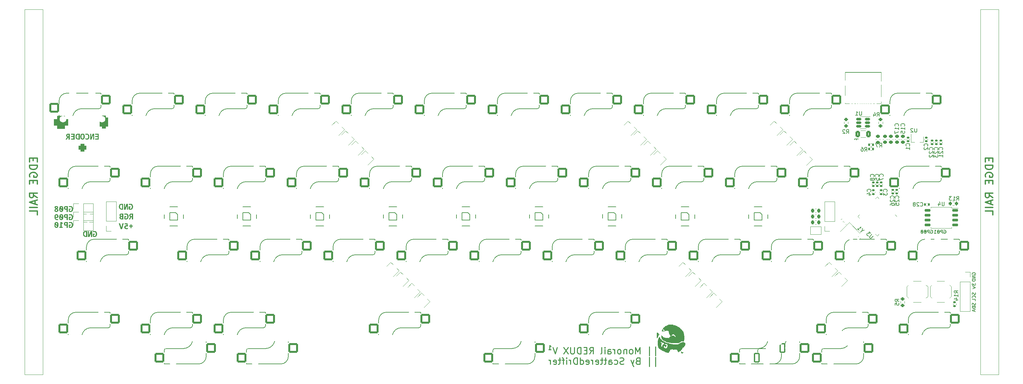
<source format=gbo>
%TF.GenerationSoftware,KiCad,Pcbnew,7.0.8*%
%TF.CreationDate,2023-10-24T13:10:59+02:00*%
%TF.ProjectId,Monorail_Steam_Reduced,4d6f6e6f-7261-4696-9c5f-537465616d5f,rev?*%
%TF.SameCoordinates,Original*%
%TF.FileFunction,Legend,Bot*%
%TF.FilePolarity,Positive*%
%FSLAX46Y46*%
G04 Gerber Fmt 4.6, Leading zero omitted, Abs format (unit mm)*
G04 Created by KiCad (PCBNEW 7.0.8) date 2023-10-24 13:10:59*
%MOMM*%
%LPD*%
G01*
G04 APERTURE LIST*
G04 Aperture macros list*
%AMRoundRect*
0 Rectangle with rounded corners*
0 $1 Rounding radius*
0 $2 $3 $4 $5 $6 $7 $8 $9 X,Y pos of 4 corners*
0 Add a 4 corners polygon primitive as box body*
4,1,4,$2,$3,$4,$5,$6,$7,$8,$9,$2,$3,0*
0 Add four circle primitives for the rounded corners*
1,1,$1+$1,$2,$3*
1,1,$1+$1,$4,$5*
1,1,$1+$1,$6,$7*
1,1,$1+$1,$8,$9*
0 Add four rect primitives between the rounded corners*
20,1,$1+$1,$2,$3,$4,$5,0*
20,1,$1+$1,$4,$5,$6,$7,0*
20,1,$1+$1,$6,$7,$8,$9,0*
20,1,$1+$1,$8,$9,$2,$3,0*%
%AMRotRect*
0 Rectangle, with rotation*
0 The origin of the aperture is its center*
0 $1 length*
0 $2 width*
0 $3 Rotation angle, in degrees counterclockwise*
0 Add horizontal line*
21,1,$1,$2,0,0,$3*%
G04 Aperture macros list end*
%ADD10C,0.120000*%
%ADD11C,0.250000*%
%ADD12C,0.300000*%
%ADD13C,0.150000*%
%ADD14C,0.200000*%
%ADD15C,4.000000*%
%ADD16C,3.987800*%
%ADD17C,1.750000*%
%ADD18C,2.300000*%
%ADD19R,1.700000X1.700000*%
%ADD20O,1.700000X1.700000*%
%ADD21C,2.000000*%
%ADD22RoundRect,0.500000X0.500000X-0.500000X0.500000X0.500000X-0.500000X0.500000X-0.500000X-0.500000X0*%
%ADD23RoundRect,0.850000X1.050000X-0.850000X1.050000X0.850000X-1.050000X0.850000X-1.050000X-0.850000X0*%
%ADD24RoundRect,0.550000X0.550000X-1.150000X0.550000X1.150000X-0.550000X1.150000X-0.550000X-1.150000X0*%
%ADD25C,0.650000*%
%ADD26R,0.600000X1.450000*%
%ADD27R,0.300000X1.450000*%
%ADD28O,1.000000X1.600000*%
%ADD29O,1.000000X2.100000*%
%ADD30C,3.600000*%
%ADD31RoundRect,0.250000X1.025000X1.000000X-1.025000X1.000000X-1.025000X-1.000000X1.025000X-1.000000X0*%
%ADD32RoundRect,0.140000X0.170000X-0.140000X0.170000X0.140000X-0.170000X0.140000X-0.170000X-0.140000X0*%
%ADD33RoundRect,0.225000X0.250000X-0.225000X0.250000X0.225000X-0.250000X0.225000X-0.250000X-0.225000X0*%
%ADD34R,1.000000X1.700000*%
%ADD35RoundRect,0.225000X0.225000X0.250000X-0.225000X0.250000X-0.225000X-0.250000X0.225000X-0.250000X0*%
%ADD36RoundRect,0.150000X0.512500X0.150000X-0.512500X0.150000X-0.512500X-0.150000X0.512500X-0.150000X0*%
%ADD37RoundRect,0.050000X0.309359X-0.238649X-0.238649X0.309359X-0.309359X0.238649X0.238649X-0.309359X0*%
%ADD38RoundRect,0.050000X0.309359X0.238649X0.238649X0.309359X-0.309359X-0.238649X-0.238649X-0.309359X0*%
%ADD39RoundRect,0.144000X2.059095X0.000000X0.000000X2.059095X-2.059095X0.000000X0.000000X-2.059095X0*%
%ADD40RoundRect,0.250000X-1.025000X-1.000000X1.025000X-1.000000X1.025000X1.000000X-1.025000X1.000000X0*%
%ADD41RotRect,0.900000X0.800000X45.000000*%
%ADD42RoundRect,0.250000X0.375000X0.625000X-0.375000X0.625000X-0.375000X-0.625000X0.375000X-0.625000X0*%
%ADD43RoundRect,0.140000X-0.170000X0.140000X-0.170000X-0.140000X0.170000X-0.140000X0.170000X0.140000X0*%
%ADD44R,1.800000X1.400000*%
%ADD45R,1.000000X0.500000*%
%ADD46RoundRect,0.150000X0.650000X0.150000X-0.650000X0.150000X-0.650000X-0.150000X0.650000X-0.150000X0*%
%ADD47R,1.000000X1.500000*%
%ADD48R,0.800000X0.900000*%
%ADD49C,3.000000*%
%ADD50RoundRect,0.150000X-0.600000X-1.100000X0.600000X-1.100000X0.600000X1.100000X-0.600000X1.100000X0*%
%ADD51RoundRect,0.135000X0.135000X0.185000X-0.135000X0.185000X-0.135000X-0.185000X0.135000X-0.185000X0*%
%ADD52RoundRect,0.200000X-0.275000X0.200000X-0.275000X-0.200000X0.275000X-0.200000X0.275000X0.200000X0*%
%ADD53C,2.900000*%
%ADD54RoundRect,0.140000X0.021213X-0.219203X0.219203X-0.021213X-0.021213X0.219203X-0.219203X0.021213X0*%
%ADD55RoundRect,0.135000X0.035355X-0.226274X0.226274X-0.035355X-0.035355X0.226274X-0.226274X0.035355X0*%
%ADD56RotRect,1.400000X1.200000X315.000000*%
%ADD57RoundRect,0.135000X-0.185000X0.135000X-0.185000X-0.135000X0.185000X-0.135000X0.185000X0.135000X0*%
%ADD58RoundRect,0.140000X-0.140000X-0.170000X0.140000X-0.170000X0.140000X0.170000X-0.140000X0.170000X0*%
%ADD59RoundRect,0.200000X0.200000X0.275000X-0.200000X0.275000X-0.200000X-0.275000X0.200000X-0.275000X0*%
G04 APERTURE END LIST*
D10*
X23812500Y-44450000D02*
X28575000Y-44450000D01*
X28575000Y-139700000D01*
X23812500Y-139700000D01*
X23812500Y-44450000D01*
X273050000Y-44450000D02*
X277812500Y-44450000D01*
X277812500Y-139700000D01*
X273050000Y-139700000D01*
X273050000Y-44450000D01*
X247190625Y-69008625D02*
X247190625Y-60790625D01*
X237790625Y-69008625D02*
X247190625Y-69008625D01*
X247190625Y-60790625D02*
X237790625Y-60790625D01*
X237790625Y-60790625D02*
X237790625Y-69008625D01*
D11*
X188376653Y-134820220D02*
X188376653Y-132391648D01*
X186757605Y-134820220D02*
X186757605Y-132391648D01*
X184248081Y-134253553D02*
X184248081Y-132553553D01*
X184248081Y-132553553D02*
X183681414Y-133767839D01*
X183681414Y-133767839D02*
X183114747Y-132553553D01*
X183114747Y-132553553D02*
X183114747Y-134253553D01*
X182062366Y-134253553D02*
X182224271Y-134172601D01*
X182224271Y-134172601D02*
X182305224Y-134091648D01*
X182305224Y-134091648D02*
X182386176Y-133929743D01*
X182386176Y-133929743D02*
X182386176Y-133444029D01*
X182386176Y-133444029D02*
X182305224Y-133282124D01*
X182305224Y-133282124D02*
X182224271Y-133201172D01*
X182224271Y-133201172D02*
X182062366Y-133120220D01*
X182062366Y-133120220D02*
X181819509Y-133120220D01*
X181819509Y-133120220D02*
X181657605Y-133201172D01*
X181657605Y-133201172D02*
X181576652Y-133282124D01*
X181576652Y-133282124D02*
X181495700Y-133444029D01*
X181495700Y-133444029D02*
X181495700Y-133929743D01*
X181495700Y-133929743D02*
X181576652Y-134091648D01*
X181576652Y-134091648D02*
X181657605Y-134172601D01*
X181657605Y-134172601D02*
X181819509Y-134253553D01*
X181819509Y-134253553D02*
X182062366Y-134253553D01*
X180767129Y-133120220D02*
X180767129Y-134253553D01*
X180767129Y-133282124D02*
X180686176Y-133201172D01*
X180686176Y-133201172D02*
X180524271Y-133120220D01*
X180524271Y-133120220D02*
X180281414Y-133120220D01*
X180281414Y-133120220D02*
X180119510Y-133201172D01*
X180119510Y-133201172D02*
X180038557Y-133363077D01*
X180038557Y-133363077D02*
X180038557Y-134253553D01*
X178986176Y-134253553D02*
X179148081Y-134172601D01*
X179148081Y-134172601D02*
X179229034Y-134091648D01*
X179229034Y-134091648D02*
X179309986Y-133929743D01*
X179309986Y-133929743D02*
X179309986Y-133444029D01*
X179309986Y-133444029D02*
X179229034Y-133282124D01*
X179229034Y-133282124D02*
X179148081Y-133201172D01*
X179148081Y-133201172D02*
X178986176Y-133120220D01*
X178986176Y-133120220D02*
X178743319Y-133120220D01*
X178743319Y-133120220D02*
X178581415Y-133201172D01*
X178581415Y-133201172D02*
X178500462Y-133282124D01*
X178500462Y-133282124D02*
X178419510Y-133444029D01*
X178419510Y-133444029D02*
X178419510Y-133929743D01*
X178419510Y-133929743D02*
X178500462Y-134091648D01*
X178500462Y-134091648D02*
X178581415Y-134172601D01*
X178581415Y-134172601D02*
X178743319Y-134253553D01*
X178743319Y-134253553D02*
X178986176Y-134253553D01*
X177690939Y-134253553D02*
X177690939Y-133120220D01*
X177690939Y-133444029D02*
X177609986Y-133282124D01*
X177609986Y-133282124D02*
X177529034Y-133201172D01*
X177529034Y-133201172D02*
X177367129Y-133120220D01*
X177367129Y-133120220D02*
X177205224Y-133120220D01*
X175909986Y-134253553D02*
X175909986Y-133363077D01*
X175909986Y-133363077D02*
X175990939Y-133201172D01*
X175990939Y-133201172D02*
X176152843Y-133120220D01*
X176152843Y-133120220D02*
X176476653Y-133120220D01*
X176476653Y-133120220D02*
X176638558Y-133201172D01*
X175909986Y-134172601D02*
X176071891Y-134253553D01*
X176071891Y-134253553D02*
X176476653Y-134253553D01*
X176476653Y-134253553D02*
X176638558Y-134172601D01*
X176638558Y-134172601D02*
X176719510Y-134010696D01*
X176719510Y-134010696D02*
X176719510Y-133848791D01*
X176719510Y-133848791D02*
X176638558Y-133686886D01*
X176638558Y-133686886D02*
X176476653Y-133605934D01*
X176476653Y-133605934D02*
X176071891Y-133605934D01*
X176071891Y-133605934D02*
X175909986Y-133524981D01*
X175100463Y-134253553D02*
X175100463Y-133120220D01*
X175100463Y-132553553D02*
X175181415Y-132634505D01*
X175181415Y-132634505D02*
X175100463Y-132715458D01*
X175100463Y-132715458D02*
X175019510Y-132634505D01*
X175019510Y-132634505D02*
X175100463Y-132553553D01*
X175100463Y-132553553D02*
X175100463Y-132715458D01*
X174048081Y-134253553D02*
X174209986Y-134172601D01*
X174209986Y-134172601D02*
X174290939Y-134010696D01*
X174290939Y-134010696D02*
X174290939Y-132553553D01*
X171133796Y-134253553D02*
X171700463Y-133444029D01*
X172105225Y-134253553D02*
X172105225Y-132553553D01*
X172105225Y-132553553D02*
X171457606Y-132553553D01*
X171457606Y-132553553D02*
X171295701Y-132634505D01*
X171295701Y-132634505D02*
X171214748Y-132715458D01*
X171214748Y-132715458D02*
X171133796Y-132877362D01*
X171133796Y-132877362D02*
X171133796Y-133120220D01*
X171133796Y-133120220D02*
X171214748Y-133282124D01*
X171214748Y-133282124D02*
X171295701Y-133363077D01*
X171295701Y-133363077D02*
X171457606Y-133444029D01*
X171457606Y-133444029D02*
X172105225Y-133444029D01*
X170405225Y-133363077D02*
X169838558Y-133363077D01*
X169595701Y-134253553D02*
X170405225Y-134253553D01*
X170405225Y-134253553D02*
X170405225Y-132553553D01*
X170405225Y-132553553D02*
X169595701Y-132553553D01*
X168867130Y-134253553D02*
X168867130Y-132553553D01*
X168867130Y-132553553D02*
X168462368Y-132553553D01*
X168462368Y-132553553D02*
X168219511Y-132634505D01*
X168219511Y-132634505D02*
X168057606Y-132796410D01*
X168057606Y-132796410D02*
X167976653Y-132958315D01*
X167976653Y-132958315D02*
X167895701Y-133282124D01*
X167895701Y-133282124D02*
X167895701Y-133524981D01*
X167895701Y-133524981D02*
X167976653Y-133848791D01*
X167976653Y-133848791D02*
X168057606Y-134010696D01*
X168057606Y-134010696D02*
X168219511Y-134172601D01*
X168219511Y-134172601D02*
X168462368Y-134253553D01*
X168462368Y-134253553D02*
X168867130Y-134253553D01*
X167167130Y-132553553D02*
X167167130Y-133929743D01*
X167167130Y-133929743D02*
X167086177Y-134091648D01*
X167086177Y-134091648D02*
X167005225Y-134172601D01*
X167005225Y-134172601D02*
X166843320Y-134253553D01*
X166843320Y-134253553D02*
X166519511Y-134253553D01*
X166519511Y-134253553D02*
X166357606Y-134172601D01*
X166357606Y-134172601D02*
X166276653Y-134091648D01*
X166276653Y-134091648D02*
X166195701Y-133929743D01*
X166195701Y-133929743D02*
X166195701Y-132553553D01*
X165548082Y-132553553D02*
X164414749Y-134253553D01*
X164414749Y-132553553D02*
X165548082Y-134253553D01*
X162714749Y-132553553D02*
X162148082Y-134253553D01*
X162148082Y-134253553D02*
X161581415Y-132553553D01*
X160448082Y-133201172D02*
X161095701Y-133201172D01*
X161095701Y-132310696D02*
X160933796Y-132229743D01*
X160933796Y-132229743D02*
X160771891Y-132067839D01*
X160771891Y-132067839D02*
X160771891Y-133201172D01*
X188376653Y-137557220D02*
X188376653Y-135128648D01*
X186757605Y-137557220D02*
X186757605Y-135128648D01*
X183681414Y-136100077D02*
X183438557Y-136181029D01*
X183438557Y-136181029D02*
X183357604Y-136261981D01*
X183357604Y-136261981D02*
X183276652Y-136423886D01*
X183276652Y-136423886D02*
X183276652Y-136666743D01*
X183276652Y-136666743D02*
X183357604Y-136828648D01*
X183357604Y-136828648D02*
X183438557Y-136909601D01*
X183438557Y-136909601D02*
X183600462Y-136990553D01*
X183600462Y-136990553D02*
X184248081Y-136990553D01*
X184248081Y-136990553D02*
X184248081Y-135290553D01*
X184248081Y-135290553D02*
X183681414Y-135290553D01*
X183681414Y-135290553D02*
X183519509Y-135371505D01*
X183519509Y-135371505D02*
X183438557Y-135452458D01*
X183438557Y-135452458D02*
X183357604Y-135614362D01*
X183357604Y-135614362D02*
X183357604Y-135776267D01*
X183357604Y-135776267D02*
X183438557Y-135938172D01*
X183438557Y-135938172D02*
X183519509Y-136019124D01*
X183519509Y-136019124D02*
X183681414Y-136100077D01*
X183681414Y-136100077D02*
X184248081Y-136100077D01*
X182709985Y-135857220D02*
X182305223Y-136990553D01*
X181900462Y-135857220D02*
X182305223Y-136990553D01*
X182305223Y-136990553D02*
X182467128Y-137395315D01*
X182467128Y-137395315D02*
X182548081Y-137476267D01*
X182548081Y-137476267D02*
X182709985Y-137557220D01*
X180038557Y-136909601D02*
X179795700Y-136990553D01*
X179795700Y-136990553D02*
X179390938Y-136990553D01*
X179390938Y-136990553D02*
X179229033Y-136909601D01*
X179229033Y-136909601D02*
X179148081Y-136828648D01*
X179148081Y-136828648D02*
X179067128Y-136666743D01*
X179067128Y-136666743D02*
X179067128Y-136504839D01*
X179067128Y-136504839D02*
X179148081Y-136342934D01*
X179148081Y-136342934D02*
X179229033Y-136261981D01*
X179229033Y-136261981D02*
X179390938Y-136181029D01*
X179390938Y-136181029D02*
X179714747Y-136100077D01*
X179714747Y-136100077D02*
X179876652Y-136019124D01*
X179876652Y-136019124D02*
X179957605Y-135938172D01*
X179957605Y-135938172D02*
X180038557Y-135776267D01*
X180038557Y-135776267D02*
X180038557Y-135614362D01*
X180038557Y-135614362D02*
X179957605Y-135452458D01*
X179957605Y-135452458D02*
X179876652Y-135371505D01*
X179876652Y-135371505D02*
X179714747Y-135290553D01*
X179714747Y-135290553D02*
X179309986Y-135290553D01*
X179309986Y-135290553D02*
X179067128Y-135371505D01*
X177609985Y-136909601D02*
X177771890Y-136990553D01*
X177771890Y-136990553D02*
X178095699Y-136990553D01*
X178095699Y-136990553D02*
X178257604Y-136909601D01*
X178257604Y-136909601D02*
X178338557Y-136828648D01*
X178338557Y-136828648D02*
X178419509Y-136666743D01*
X178419509Y-136666743D02*
X178419509Y-136181029D01*
X178419509Y-136181029D02*
X178338557Y-136019124D01*
X178338557Y-136019124D02*
X178257604Y-135938172D01*
X178257604Y-135938172D02*
X178095699Y-135857220D01*
X178095699Y-135857220D02*
X177771890Y-135857220D01*
X177771890Y-135857220D02*
X177609985Y-135938172D01*
X176152842Y-136990553D02*
X176152842Y-136100077D01*
X176152842Y-136100077D02*
X176233795Y-135938172D01*
X176233795Y-135938172D02*
X176395699Y-135857220D01*
X176395699Y-135857220D02*
X176719509Y-135857220D01*
X176719509Y-135857220D02*
X176881414Y-135938172D01*
X176152842Y-136909601D02*
X176314747Y-136990553D01*
X176314747Y-136990553D02*
X176719509Y-136990553D01*
X176719509Y-136990553D02*
X176881414Y-136909601D01*
X176881414Y-136909601D02*
X176962366Y-136747696D01*
X176962366Y-136747696D02*
X176962366Y-136585791D01*
X176962366Y-136585791D02*
X176881414Y-136423886D01*
X176881414Y-136423886D02*
X176719509Y-136342934D01*
X176719509Y-136342934D02*
X176314747Y-136342934D01*
X176314747Y-136342934D02*
X176152842Y-136261981D01*
X175586176Y-135857220D02*
X174938557Y-135857220D01*
X175343319Y-135290553D02*
X175343319Y-136747696D01*
X175343319Y-136747696D02*
X175262366Y-136909601D01*
X175262366Y-136909601D02*
X175100461Y-136990553D01*
X175100461Y-136990553D02*
X174938557Y-136990553D01*
X174614747Y-135857220D02*
X173967128Y-135857220D01*
X174371890Y-135290553D02*
X174371890Y-136747696D01*
X174371890Y-136747696D02*
X174290937Y-136909601D01*
X174290937Y-136909601D02*
X174129032Y-136990553D01*
X174129032Y-136990553D02*
X173967128Y-136990553D01*
X172752842Y-136909601D02*
X172914746Y-136990553D01*
X172914746Y-136990553D02*
X173238556Y-136990553D01*
X173238556Y-136990553D02*
X173400461Y-136909601D01*
X173400461Y-136909601D02*
X173481413Y-136747696D01*
X173481413Y-136747696D02*
X173481413Y-136100077D01*
X173481413Y-136100077D02*
X173400461Y-135938172D01*
X173400461Y-135938172D02*
X173238556Y-135857220D01*
X173238556Y-135857220D02*
X172914746Y-135857220D01*
X172914746Y-135857220D02*
X172752842Y-135938172D01*
X172752842Y-135938172D02*
X172671889Y-136100077D01*
X172671889Y-136100077D02*
X172671889Y-136261981D01*
X172671889Y-136261981D02*
X173481413Y-136423886D01*
X171943318Y-136990553D02*
X171943318Y-135857220D01*
X171943318Y-136181029D02*
X171862365Y-136019124D01*
X171862365Y-136019124D02*
X171781413Y-135938172D01*
X171781413Y-135938172D02*
X171619508Y-135857220D01*
X171619508Y-135857220D02*
X171457603Y-135857220D01*
X170243318Y-136909601D02*
X170405222Y-136990553D01*
X170405222Y-136990553D02*
X170729032Y-136990553D01*
X170729032Y-136990553D02*
X170890937Y-136909601D01*
X170890937Y-136909601D02*
X170971889Y-136747696D01*
X170971889Y-136747696D02*
X170971889Y-136100077D01*
X170971889Y-136100077D02*
X170890937Y-135938172D01*
X170890937Y-135938172D02*
X170729032Y-135857220D01*
X170729032Y-135857220D02*
X170405222Y-135857220D01*
X170405222Y-135857220D02*
X170243318Y-135938172D01*
X170243318Y-135938172D02*
X170162365Y-136100077D01*
X170162365Y-136100077D02*
X170162365Y-136261981D01*
X170162365Y-136261981D02*
X170971889Y-136423886D01*
X168705222Y-136990553D02*
X168705222Y-135290553D01*
X168705222Y-136909601D02*
X168867127Y-136990553D01*
X168867127Y-136990553D02*
X169190936Y-136990553D01*
X169190936Y-136990553D02*
X169352841Y-136909601D01*
X169352841Y-136909601D02*
X169433794Y-136828648D01*
X169433794Y-136828648D02*
X169514746Y-136666743D01*
X169514746Y-136666743D02*
X169514746Y-136181029D01*
X169514746Y-136181029D02*
X169433794Y-136019124D01*
X169433794Y-136019124D02*
X169352841Y-135938172D01*
X169352841Y-135938172D02*
X169190936Y-135857220D01*
X169190936Y-135857220D02*
X168867127Y-135857220D01*
X168867127Y-135857220D02*
X168705222Y-135938172D01*
X167895699Y-136990553D02*
X167895699Y-135290553D01*
X167895699Y-135290553D02*
X167490937Y-135290553D01*
X167490937Y-135290553D02*
X167248080Y-135371505D01*
X167248080Y-135371505D02*
X167086175Y-135533410D01*
X167086175Y-135533410D02*
X167005222Y-135695315D01*
X167005222Y-135695315D02*
X166924270Y-136019124D01*
X166924270Y-136019124D02*
X166924270Y-136261981D01*
X166924270Y-136261981D02*
X167005222Y-136585791D01*
X167005222Y-136585791D02*
X167086175Y-136747696D01*
X167086175Y-136747696D02*
X167248080Y-136909601D01*
X167248080Y-136909601D02*
X167490937Y-136990553D01*
X167490937Y-136990553D02*
X167895699Y-136990553D01*
X166195699Y-136990553D02*
X166195699Y-135857220D01*
X166195699Y-136181029D02*
X166114746Y-136019124D01*
X166114746Y-136019124D02*
X166033794Y-135938172D01*
X166033794Y-135938172D02*
X165871889Y-135857220D01*
X165871889Y-135857220D02*
X165709984Y-135857220D01*
X165143318Y-136990553D02*
X165143318Y-135857220D01*
X165143318Y-135290553D02*
X165224270Y-135371505D01*
X165224270Y-135371505D02*
X165143318Y-135452458D01*
X165143318Y-135452458D02*
X165062365Y-135371505D01*
X165062365Y-135371505D02*
X165143318Y-135290553D01*
X165143318Y-135290553D02*
X165143318Y-135452458D01*
X164576651Y-135857220D02*
X163929032Y-135857220D01*
X164333794Y-136990553D02*
X164333794Y-135533410D01*
X164333794Y-135533410D02*
X164252841Y-135371505D01*
X164252841Y-135371505D02*
X164090936Y-135290553D01*
X164090936Y-135290553D02*
X163929032Y-135290553D01*
X163605222Y-135857220D02*
X162957603Y-135857220D01*
X163362365Y-135290553D02*
X163362365Y-136747696D01*
X163362365Y-136747696D02*
X163281412Y-136909601D01*
X163281412Y-136909601D02*
X163119507Y-136990553D01*
X163119507Y-136990553D02*
X162957603Y-136990553D01*
X161743317Y-136909601D02*
X161905221Y-136990553D01*
X161905221Y-136990553D02*
X162229031Y-136990553D01*
X162229031Y-136990553D02*
X162390936Y-136909601D01*
X162390936Y-136909601D02*
X162471888Y-136747696D01*
X162471888Y-136747696D02*
X162471888Y-136100077D01*
X162471888Y-136100077D02*
X162390936Y-135938172D01*
X162390936Y-135938172D02*
X162229031Y-135857220D01*
X162229031Y-135857220D02*
X161905221Y-135857220D01*
X161905221Y-135857220D02*
X161743317Y-135938172D01*
X161743317Y-135938172D02*
X161662364Y-136100077D01*
X161662364Y-136100077D02*
X161662364Y-136261981D01*
X161662364Y-136261981D02*
X162471888Y-136423886D01*
X160933793Y-136990553D02*
X160933793Y-135857220D01*
X160933793Y-136181029D02*
X160852840Y-136019124D01*
X160852840Y-136019124D02*
X160771888Y-135938172D01*
X160771888Y-135938172D02*
X160609983Y-135857220D01*
X160609983Y-135857220D02*
X160448078Y-135857220D01*
D12*
G36*
X51667481Y-101468079D02*
G01*
X51667481Y-101092922D01*
X52043005Y-101092922D01*
X52043005Y-100858449D01*
X51667481Y-100858449D01*
X51667481Y-100459845D01*
X51441435Y-100459845D01*
X51441435Y-100858449D01*
X51072139Y-100858449D01*
X51072139Y-101092922D01*
X51441435Y-101092922D01*
X51441435Y-101468079D01*
X51667481Y-101468079D01*
G37*
G36*
X50398029Y-101749447D02*
G01*
X50415869Y-101749266D01*
X50433805Y-101748726D01*
X50451839Y-101747824D01*
X50469968Y-101746562D01*
X50488194Y-101744939D01*
X50506517Y-101742955D01*
X50524937Y-101740611D01*
X50543453Y-101737906D01*
X50562066Y-101734841D01*
X50580775Y-101731415D01*
X50593301Y-101728930D01*
X50611861Y-101724988D01*
X50630035Y-101720717D01*
X50647822Y-101716118D01*
X50665223Y-101711190D01*
X50682238Y-101705934D01*
X50698866Y-101700350D01*
X50715107Y-101694437D01*
X50730963Y-101688195D01*
X50746432Y-101681625D01*
X50761514Y-101674727D01*
X50771354Y-101669946D01*
X50771354Y-101400668D01*
X50753917Y-101409180D01*
X50736364Y-101417266D01*
X50718694Y-101424927D01*
X50700909Y-101432164D01*
X50683008Y-101438975D01*
X50664991Y-101445362D01*
X50646858Y-101451323D01*
X50628610Y-101456859D01*
X50610245Y-101461970D01*
X50591764Y-101466657D01*
X50579379Y-101469545D01*
X50560876Y-101473473D01*
X50542598Y-101477015D01*
X50524546Y-101480171D01*
X50506719Y-101482940D01*
X50489118Y-101485323D01*
X50471741Y-101487319D01*
X50454591Y-101488929D01*
X50437665Y-101490153D01*
X50420965Y-101490990D01*
X50404491Y-101491441D01*
X50393633Y-101491526D01*
X50378328Y-101491306D01*
X50363509Y-101490646D01*
X50335329Y-101488006D01*
X50309093Y-101483605D01*
X50284800Y-101477444D01*
X50262450Y-101469523D01*
X50242044Y-101459842D01*
X50223581Y-101448400D01*
X50207062Y-101435198D01*
X50192486Y-101420236D01*
X50179853Y-101403513D01*
X50169165Y-101385030D01*
X50160419Y-101364787D01*
X50153617Y-101342784D01*
X50148758Y-101319020D01*
X50145843Y-101293496D01*
X50144871Y-101266212D01*
X50145187Y-101249377D01*
X50146134Y-101233218D01*
X50147711Y-101217735D01*
X50149920Y-101202929D01*
X50153847Y-101184238D01*
X50158896Y-101166750D01*
X50165067Y-101150464D01*
X50172360Y-101135380D01*
X50180775Y-101121498D01*
X50189997Y-101108681D01*
X50199895Y-101096792D01*
X50210468Y-101085829D01*
X50221716Y-101075795D01*
X50233640Y-101066687D01*
X50246240Y-101058507D01*
X50259515Y-101051254D01*
X50273465Y-101044928D01*
X50287799Y-101039433D01*
X50302408Y-101034670D01*
X50317292Y-101030640D01*
X50332450Y-101027343D01*
X50347883Y-101024778D01*
X50363591Y-101022946D01*
X50379574Y-101021847D01*
X50395831Y-101021481D01*
X50410611Y-101021647D01*
X50425461Y-101022145D01*
X50440379Y-101022975D01*
X50455365Y-101024137D01*
X50470420Y-101025631D01*
X50485544Y-101027457D01*
X50500737Y-101029615D01*
X50515998Y-101032106D01*
X50531002Y-101034888D01*
X50545422Y-101037922D01*
X50562626Y-101042068D01*
X50578917Y-101046608D01*
X50594296Y-101051542D01*
X50608763Y-101056870D01*
X50619680Y-101061415D01*
X50746075Y-100994004D01*
X50687091Y-100225371D01*
X49906368Y-100225371D01*
X49906368Y-100483292D01*
X50412684Y-100483292D01*
X50435765Y-100791404D01*
X50420831Y-100787841D01*
X50406255Y-100784707D01*
X50389236Y-100781512D01*
X50372733Y-100778936D01*
X50356744Y-100776979D01*
X50346372Y-100776017D01*
X50331272Y-100774772D01*
X50314730Y-100773645D01*
X50299345Y-100772869D01*
X50283180Y-100772411D01*
X50275663Y-100772353D01*
X50259648Y-100772564D01*
X50243841Y-100773195D01*
X50228244Y-100774247D01*
X50212855Y-100775719D01*
X50197675Y-100777613D01*
X50182704Y-100779927D01*
X50167942Y-100782662D01*
X50153389Y-100785817D01*
X50139045Y-100789394D01*
X50124910Y-100793391D01*
X50104099Y-100800175D01*
X50083759Y-100807906D01*
X50063888Y-100816584D01*
X50044488Y-100826209D01*
X50025702Y-100836686D01*
X50007677Y-100848058D01*
X49990411Y-100860325D01*
X49973905Y-100873487D01*
X49958159Y-100887544D01*
X49943174Y-100902497D01*
X49928948Y-100918345D01*
X49915482Y-100935088D01*
X49902775Y-100952726D01*
X49894727Y-100964982D01*
X49887016Y-100977636D01*
X49883287Y-100984112D01*
X49876100Y-100997304D01*
X49869377Y-101010868D01*
X49863117Y-101024804D01*
X49857321Y-101039112D01*
X49851989Y-101053793D01*
X49847120Y-101068845D01*
X49842715Y-101084270D01*
X49838774Y-101100066D01*
X49835296Y-101116235D01*
X49832283Y-101132776D01*
X49829732Y-101149688D01*
X49827646Y-101166973D01*
X49826023Y-101184630D01*
X49824864Y-101202660D01*
X49824168Y-101221061D01*
X49823936Y-101239834D01*
X49824234Y-101260687D01*
X49825127Y-101281113D01*
X49826615Y-101301113D01*
X49828699Y-101320686D01*
X49831378Y-101339833D01*
X49834652Y-101358553D01*
X49838522Y-101376847D01*
X49842987Y-101394715D01*
X49848048Y-101412156D01*
X49853703Y-101429170D01*
X49859954Y-101445758D01*
X49866801Y-101461920D01*
X49874243Y-101477655D01*
X49882280Y-101492963D01*
X49890912Y-101507845D01*
X49900140Y-101522301D01*
X49909830Y-101536276D01*
X49919941Y-101549807D01*
X49930472Y-101562894D01*
X49941425Y-101575538D01*
X49952798Y-101587738D01*
X49964592Y-101599495D01*
X49976806Y-101610808D01*
X49989441Y-101621677D01*
X50002497Y-101632103D01*
X50015974Y-101642085D01*
X50029872Y-101651623D01*
X50044190Y-101660718D01*
X50058929Y-101669369D01*
X50074089Y-101677576D01*
X50089669Y-101685340D01*
X50105670Y-101692660D01*
X50122011Y-101699537D01*
X50138609Y-101705970D01*
X50155464Y-101711959D01*
X50172578Y-101717504D01*
X50189949Y-101722606D01*
X50207577Y-101727265D01*
X50225463Y-101731479D01*
X50243607Y-101735250D01*
X50262008Y-101738578D01*
X50280667Y-101741461D01*
X50299583Y-101743901D01*
X50318757Y-101745898D01*
X50338189Y-101747450D01*
X50357878Y-101748560D01*
X50377825Y-101749225D01*
X50398029Y-101749447D01*
G37*
G36*
X49211009Y-101726000D02*
G01*
X49651745Y-100225371D01*
X49343633Y-100225371D01*
X49113922Y-101110508D01*
X49109134Y-101126496D01*
X49104806Y-101142433D01*
X49101042Y-101157288D01*
X49097135Y-101173574D01*
X49093085Y-101191291D01*
X49089742Y-101206495D01*
X49086285Y-101222191D01*
X49082873Y-101237956D01*
X49079507Y-101253790D01*
X49076187Y-101269693D01*
X49072912Y-101285664D01*
X49069684Y-101301704D01*
X49066501Y-101317812D01*
X49063364Y-101333990D01*
X49060261Y-101349904D01*
X49057365Y-101365222D01*
X49054674Y-101379946D01*
X49051601Y-101397512D01*
X49048850Y-101414149D01*
X49046420Y-101429856D01*
X49044313Y-101444632D01*
X49025262Y-101444632D01*
X49023085Y-101429882D01*
X49020675Y-101414256D01*
X49018033Y-101397754D01*
X49015159Y-101380375D01*
X49012691Y-101365841D01*
X49010075Y-101350745D01*
X49007310Y-101335089D01*
X49004368Y-101319186D01*
X49001403Y-101303353D01*
X48998415Y-101287587D01*
X48995404Y-101271891D01*
X48992370Y-101256263D01*
X48989313Y-101240704D01*
X48986233Y-101225214D01*
X48983130Y-101209792D01*
X48979993Y-101194777D01*
X48976265Y-101177055D01*
X48972752Y-101160495D01*
X48969453Y-101145098D01*
X48965778Y-101128156D01*
X48962412Y-101112889D01*
X48961881Y-101110508D01*
X48740231Y-100225371D01*
X48428088Y-100225371D01*
X48868825Y-101726000D01*
X49211009Y-101726000D01*
G37*
D11*
G36*
X271873281Y-116131749D02*
G01*
X271873163Y-116118790D01*
X271872809Y-116105740D01*
X271872218Y-116092601D01*
X271871392Y-116079371D01*
X271870329Y-116066051D01*
X271869031Y-116052640D01*
X271867496Y-116039140D01*
X271865725Y-116025549D01*
X271863718Y-116011869D01*
X271861474Y-115998098D01*
X271859848Y-115988867D01*
X271857224Y-115975093D01*
X271854389Y-115961430D01*
X271851345Y-115947879D01*
X271848090Y-115934439D01*
X271844624Y-115921111D01*
X271840948Y-115907895D01*
X271837062Y-115894790D01*
X271832966Y-115881797D01*
X271828659Y-115868916D01*
X271824141Y-115856146D01*
X271821013Y-115847695D01*
X271645402Y-115847695D01*
X271650832Y-115859380D01*
X271656038Y-115871262D01*
X271661022Y-115883342D01*
X271665781Y-115895620D01*
X271670318Y-115908095D01*
X271674631Y-115920767D01*
X271678722Y-115933637D01*
X271682588Y-115946705D01*
X271686232Y-115959970D01*
X271689652Y-115973432D01*
X271691809Y-115982517D01*
X271694820Y-115996144D01*
X271697536Y-116009548D01*
X271699955Y-116022728D01*
X271702078Y-116035685D01*
X271703905Y-116048420D01*
X271705436Y-116060930D01*
X271706670Y-116073218D01*
X271707608Y-116085282D01*
X271708250Y-116097123D01*
X271708596Y-116108741D01*
X271708661Y-116116362D01*
X271708518Y-116127181D01*
X271708089Y-116137657D01*
X271707373Y-116147789D01*
X271706372Y-116157578D01*
X271703509Y-116176125D01*
X271699502Y-116193298D01*
X271694350Y-116209098D01*
X271688053Y-116223524D01*
X271680612Y-116236575D01*
X271672025Y-116248253D01*
X271662293Y-116258557D01*
X271651417Y-116267487D01*
X271639396Y-116275043D01*
X271626229Y-116281226D01*
X271611918Y-116286034D01*
X271596462Y-116289469D01*
X271579861Y-116291530D01*
X271562116Y-116292217D01*
X271548628Y-116291770D01*
X271535918Y-116290431D01*
X271523984Y-116288198D01*
X271512828Y-116285073D01*
X271502449Y-116281054D01*
X271492847Y-116276143D01*
X271484022Y-116270338D01*
X271475974Y-116263640D01*
X271468703Y-116256050D01*
X271462210Y-116247566D01*
X271458312Y-116241414D01*
X271452944Y-116231316D01*
X271448103Y-116219982D01*
X271443790Y-116207411D01*
X271440006Y-116193604D01*
X271437776Y-116183712D01*
X271435781Y-116173271D01*
X271434021Y-116162280D01*
X271432495Y-116150739D01*
X271431204Y-116138649D01*
X271430148Y-116126010D01*
X271429327Y-116112820D01*
X271428740Y-116099082D01*
X271428388Y-116084794D01*
X271428271Y-116069956D01*
X271428271Y-115993996D01*
X271263651Y-115993996D01*
X271263651Y-116071421D01*
X271263512Y-116084713D01*
X271263094Y-116097540D01*
X271262397Y-116109901D01*
X271261422Y-116121796D01*
X271260169Y-116133226D01*
X271258636Y-116144190D01*
X271256825Y-116154689D01*
X271254736Y-116164722D01*
X271252368Y-116174289D01*
X271248294Y-116187768D01*
X271243592Y-116200198D01*
X271238264Y-116211581D01*
X271232310Y-116221917D01*
X271227991Y-116228225D01*
X271220998Y-116236911D01*
X271213480Y-116244743D01*
X271205439Y-116251720D01*
X271196873Y-116257843D01*
X271187784Y-116263112D01*
X271178172Y-116267526D01*
X271168035Y-116271086D01*
X271157375Y-116273792D01*
X271146191Y-116275643D01*
X271134483Y-116276640D01*
X271126386Y-116276830D01*
X271114827Y-116276410D01*
X271103718Y-116275150D01*
X271093059Y-116273051D01*
X271082850Y-116270113D01*
X271073092Y-116266335D01*
X271063784Y-116261717D01*
X271054926Y-116256260D01*
X271046519Y-116249963D01*
X271038791Y-116242647D01*
X271032093Y-116234011D01*
X271026426Y-116224054D01*
X271021789Y-116212777D01*
X271018183Y-116200179D01*
X271016154Y-116189865D01*
X271014705Y-116178807D01*
X271013836Y-116167007D01*
X271013546Y-116154464D01*
X271013817Y-116143381D01*
X271014630Y-116131993D01*
X271015985Y-116120300D01*
X271017882Y-116108302D01*
X271020320Y-116095998D01*
X271023301Y-116083389D01*
X271025892Y-116073732D01*
X271028788Y-116063903D01*
X271030887Y-116057255D01*
X271034269Y-116047104D01*
X271038003Y-116036707D01*
X271042089Y-116026066D01*
X271046527Y-116015181D01*
X271051317Y-116004050D01*
X271056459Y-115992675D01*
X271061953Y-115981055D01*
X271067799Y-115969190D01*
X271073997Y-115957081D01*
X271080547Y-115944727D01*
X271085109Y-115936355D01*
X270938808Y-115844764D01*
X270932827Y-115853935D01*
X270927037Y-115863162D01*
X270921436Y-115872444D01*
X270916025Y-115881782D01*
X270910803Y-115891175D01*
X270905772Y-115900623D01*
X270900931Y-115910127D01*
X270896279Y-115919685D01*
X270891817Y-115929300D01*
X270887546Y-115938969D01*
X270883464Y-115948694D01*
X270879571Y-115958474D01*
X270875869Y-115968310D01*
X270872357Y-115978201D01*
X270869034Y-115988147D01*
X270865901Y-115998148D01*
X270862959Y-116008205D01*
X270860206Y-116018318D01*
X270857642Y-116028485D01*
X270855269Y-116038708D01*
X270853086Y-116048986D01*
X270851092Y-116059320D01*
X270849289Y-116069709D01*
X270847675Y-116080153D01*
X270846251Y-116090653D01*
X270845017Y-116101207D01*
X270843973Y-116111818D01*
X270843118Y-116122483D01*
X270842454Y-116133204D01*
X270841979Y-116143980D01*
X270841694Y-116154812D01*
X270841599Y-116165699D01*
X270841697Y-116175672D01*
X270841989Y-116185563D01*
X270842475Y-116195372D01*
X270843570Y-116209931D01*
X270845103Y-116224306D01*
X270847073Y-116238496D01*
X270849482Y-116252502D01*
X270852328Y-116266323D01*
X270855613Y-116279959D01*
X270859335Y-116293411D01*
X270863495Y-116306678D01*
X270866512Y-116315420D01*
X270871386Y-116328238D01*
X270876759Y-116340587D01*
X270882629Y-116352469D01*
X270888998Y-116363883D01*
X270895864Y-116374829D01*
X270903229Y-116385307D01*
X270911091Y-116395317D01*
X270919452Y-116404859D01*
X270928310Y-116413933D01*
X270937667Y-116422538D01*
X270944181Y-116428016D01*
X270954413Y-116435698D01*
X270965233Y-116442625D01*
X270976641Y-116448796D01*
X270988637Y-116454211D01*
X271001222Y-116458871D01*
X271014394Y-116462775D01*
X271028155Y-116465923D01*
X271042504Y-116468316D01*
X271052397Y-116469491D01*
X271062551Y-116470331D01*
X271072967Y-116470835D01*
X271083644Y-116471003D01*
X271094533Y-116470807D01*
X271105278Y-116470220D01*
X271115881Y-116469242D01*
X271126341Y-116467873D01*
X271136657Y-116466113D01*
X271146830Y-116463962D01*
X271156860Y-116461419D01*
X271166748Y-116458485D01*
X271176491Y-116455160D01*
X271186092Y-116451444D01*
X271195550Y-116447337D01*
X271204865Y-116442838D01*
X271214036Y-116437949D01*
X271223065Y-116432668D01*
X271231950Y-116426996D01*
X271240692Y-116420933D01*
X271249185Y-116414525D01*
X271257323Y-116407759D01*
X271265107Y-116400634D01*
X271272535Y-116393150D01*
X271279609Y-116385308D01*
X271286327Y-116377106D01*
X271292691Y-116368547D01*
X271298700Y-116359628D01*
X271304354Y-116350350D01*
X271309653Y-116340714D01*
X271314597Y-116330719D01*
X271319186Y-116320366D01*
X271323420Y-116309653D01*
X271327299Y-116298582D01*
X271330823Y-116287153D01*
X271333993Y-116275364D01*
X271338145Y-116275364D01*
X271340415Y-116289888D01*
X271343011Y-116303906D01*
X271345933Y-116317419D01*
X271349182Y-116330426D01*
X271352757Y-116342927D01*
X271356658Y-116354922D01*
X271360885Y-116366412D01*
X271365439Y-116377396D01*
X271370319Y-116387875D01*
X271375526Y-116397848D01*
X271381058Y-116407315D01*
X271386917Y-116416277D01*
X271393102Y-116424733D01*
X271399614Y-116432683D01*
X271406452Y-116440128D01*
X271413616Y-116447067D01*
X271421091Y-116453544D01*
X271428862Y-116459603D01*
X271436929Y-116465245D01*
X271445291Y-116470468D01*
X271453949Y-116475274D01*
X271462903Y-116479662D01*
X271472153Y-116483632D01*
X271481699Y-116487184D01*
X271491540Y-116490318D01*
X271501677Y-116493034D01*
X271512110Y-116495332D01*
X271522838Y-116497213D01*
X271533863Y-116498675D01*
X271545183Y-116499720D01*
X271556799Y-116500347D01*
X271568710Y-116500556D01*
X271581841Y-116500360D01*
X271594672Y-116499774D01*
X271607204Y-116498796D01*
X271619436Y-116497427D01*
X271631369Y-116495666D01*
X271643002Y-116493515D01*
X271654335Y-116490972D01*
X271665369Y-116488039D01*
X271676104Y-116484714D01*
X271686538Y-116480997D01*
X271696673Y-116476890D01*
X271706509Y-116472392D01*
X271716045Y-116467502D01*
X271725281Y-116462221D01*
X271734218Y-116456549D01*
X271742855Y-116450486D01*
X271751171Y-116444128D01*
X271759204Y-116437511D01*
X271766955Y-116430634D01*
X271774424Y-116423497D01*
X271781610Y-116416101D01*
X271788514Y-116408446D01*
X271795135Y-116400531D01*
X271801474Y-116392356D01*
X271807530Y-116383922D01*
X271813304Y-116375229D01*
X271818796Y-116366276D01*
X271824005Y-116357063D01*
X271828932Y-116347591D01*
X271833576Y-116337860D01*
X271837938Y-116327869D01*
X271842018Y-116317618D01*
X271845804Y-116307160D01*
X271849345Y-116296548D01*
X271852643Y-116285782D01*
X271855696Y-116274860D01*
X271858504Y-116263784D01*
X271861069Y-116252554D01*
X271863389Y-116241169D01*
X271865465Y-116229630D01*
X271867297Y-116217935D01*
X271868885Y-116206087D01*
X271870228Y-116194084D01*
X271871327Y-116181926D01*
X271872182Y-116169614D01*
X271872793Y-116157147D01*
X271873159Y-116144525D01*
X271873281Y-116131749D01*
G37*
G36*
X271857650Y-116900626D02*
G01*
X271091704Y-116615106D01*
X271091704Y-116834680D01*
X271529631Y-116973899D01*
X271539821Y-116977028D01*
X271549995Y-116980066D01*
X271560154Y-116983012D01*
X271570298Y-116985866D01*
X271580426Y-116988629D01*
X271590539Y-116991301D01*
X271600637Y-116993881D01*
X271610720Y-116996369D01*
X271620681Y-116998727D01*
X271630534Y-117000918D01*
X271640281Y-117002941D01*
X271649921Y-117004795D01*
X271661821Y-117006878D01*
X271673553Y-117008697D01*
X271685119Y-117010255D01*
X271687412Y-117010535D01*
X271687412Y-117014687D01*
X271675981Y-117016086D01*
X271664586Y-117017688D01*
X271653227Y-117019492D01*
X271641903Y-117021499D01*
X271630615Y-117023709D01*
X271619363Y-117026122D01*
X271614872Y-117027144D01*
X271603360Y-117029952D01*
X271593730Y-117032396D01*
X271583725Y-117035016D01*
X271573347Y-117037812D01*
X271562594Y-117040783D01*
X271551468Y-117043929D01*
X271539968Y-117047251D01*
X271531097Y-117049858D01*
X271091704Y-117187855D01*
X271091704Y-117403033D01*
X271857650Y-117116048D01*
X271857650Y-116900626D01*
G37*
G36*
X263747226Y-102944231D02*
G01*
X263761007Y-102944099D01*
X263774567Y-102943702D01*
X263787906Y-102943040D01*
X263801024Y-102942113D01*
X263813921Y-102940922D01*
X263826598Y-102939465D01*
X263839054Y-102937745D01*
X263851288Y-102935759D01*
X263863302Y-102933508D01*
X263875095Y-102930993D01*
X263886668Y-102928213D01*
X263898019Y-102925169D01*
X263909149Y-102921859D01*
X263920059Y-102918285D01*
X263930748Y-102914446D01*
X263941216Y-102910342D01*
X263951463Y-102905974D01*
X263961489Y-102901341D01*
X263971294Y-102896443D01*
X263980878Y-102891280D01*
X263990242Y-102885852D01*
X263999384Y-102880160D01*
X264008306Y-102874203D01*
X264017007Y-102867981D01*
X264025487Y-102861495D01*
X264033746Y-102854744D01*
X264041785Y-102847728D01*
X264049602Y-102840447D01*
X264057199Y-102832901D01*
X264064574Y-102825091D01*
X264071729Y-102817016D01*
X264078663Y-102808676D01*
X264085365Y-102800094D01*
X264091854Y-102791321D01*
X264098131Y-102782357D01*
X264104194Y-102773204D01*
X264110045Y-102763860D01*
X264115683Y-102754326D01*
X264121108Y-102744601D01*
X264126321Y-102734686D01*
X264131321Y-102724581D01*
X264136108Y-102714285D01*
X264140682Y-102703799D01*
X264145044Y-102693123D01*
X264149193Y-102682256D01*
X264153129Y-102671199D01*
X264156852Y-102659952D01*
X264160362Y-102648514D01*
X264163660Y-102636886D01*
X264166745Y-102625068D01*
X264169617Y-102613059D01*
X264172277Y-102600860D01*
X264174724Y-102588471D01*
X264176958Y-102575891D01*
X264178979Y-102563121D01*
X264180787Y-102550160D01*
X264182383Y-102537010D01*
X264183766Y-102523669D01*
X264184936Y-102510137D01*
X264185893Y-102496416D01*
X264186638Y-102482504D01*
X264187170Y-102468401D01*
X264187489Y-102454108D01*
X264187595Y-102439625D01*
X264187481Y-102424267D01*
X264187137Y-102409119D01*
X264186563Y-102394181D01*
X264185760Y-102379454D01*
X264184727Y-102364937D01*
X264183465Y-102350630D01*
X264181974Y-102336534D01*
X264180253Y-102322648D01*
X264178303Y-102308973D01*
X264176123Y-102295508D01*
X264173713Y-102282253D01*
X264171075Y-102269209D01*
X264168207Y-102256375D01*
X264165109Y-102243751D01*
X264161782Y-102231338D01*
X264158225Y-102219135D01*
X264154439Y-102207143D01*
X264150424Y-102195361D01*
X264146179Y-102183789D01*
X264141705Y-102172427D01*
X264137001Y-102161276D01*
X264132067Y-102150336D01*
X264126905Y-102139606D01*
X264121513Y-102129086D01*
X264115891Y-102118776D01*
X264110040Y-102108677D01*
X264103959Y-102098788D01*
X264097649Y-102089110D01*
X264091110Y-102079642D01*
X264084341Y-102070385D01*
X264077343Y-102061337D01*
X264070115Y-102052500D01*
X264062673Y-102043890D01*
X264055032Y-102035553D01*
X264047192Y-102027490D01*
X264039153Y-102019699D01*
X264030915Y-102012182D01*
X264022479Y-102004939D01*
X264013843Y-101997969D01*
X264005009Y-101991272D01*
X263995975Y-101984848D01*
X263986743Y-101978698D01*
X263977312Y-101972821D01*
X263967682Y-101967218D01*
X263957852Y-101961888D01*
X263947824Y-101956831D01*
X263937597Y-101952047D01*
X263927172Y-101947537D01*
X263916547Y-101943300D01*
X263905723Y-101939337D01*
X263894700Y-101935647D01*
X263883479Y-101932230D01*
X263872058Y-101929086D01*
X263860439Y-101926216D01*
X263848621Y-101923620D01*
X263836603Y-101921296D01*
X263824387Y-101919246D01*
X263811972Y-101917469D01*
X263799358Y-101915966D01*
X263786545Y-101914736D01*
X263773533Y-101913779D01*
X263760322Y-101913096D01*
X263746912Y-101912686D01*
X263733304Y-101912549D01*
X263723476Y-101912615D01*
X263708859Y-101912961D01*
X263694393Y-101913603D01*
X263680077Y-101914541D01*
X263665911Y-101915775D01*
X263651895Y-101917306D01*
X263638030Y-101919132D01*
X263624315Y-101921255D01*
X263610750Y-101923675D01*
X263597336Y-101926390D01*
X263584071Y-101929402D01*
X263571007Y-101932617D01*
X263558191Y-101936034D01*
X263545625Y-101939652D01*
X263533307Y-101943473D01*
X263521239Y-101947495D01*
X263509419Y-101951719D01*
X263497848Y-101956144D01*
X263486527Y-101960772D01*
X263475454Y-101965601D01*
X263464631Y-101970632D01*
X263457554Y-101974098D01*
X263520813Y-102134322D01*
X263531830Y-102128124D01*
X263543023Y-102122354D01*
X263554392Y-102117011D01*
X263565936Y-102112096D01*
X263577656Y-102107608D01*
X263589552Y-102103547D01*
X263601623Y-102099914D01*
X263613869Y-102096708D01*
X263626142Y-102093846D01*
X263638415Y-102091366D01*
X263650689Y-102089267D01*
X263662962Y-102087549D01*
X263675235Y-102086214D01*
X263687508Y-102085259D01*
X263699781Y-102084687D01*
X263712055Y-102084496D01*
X263728852Y-102084860D01*
X263745111Y-102085950D01*
X263760833Y-102087768D01*
X263776016Y-102090312D01*
X263790661Y-102093584D01*
X263804768Y-102097582D01*
X263818337Y-102102308D01*
X263831367Y-102107760D01*
X263843860Y-102113940D01*
X263855814Y-102120846D01*
X263867231Y-102128480D01*
X263878109Y-102136841D01*
X263888450Y-102145928D01*
X263898252Y-102155743D01*
X263907516Y-102166284D01*
X263916242Y-102177553D01*
X263924405Y-102189445D01*
X263932041Y-102201920D01*
X263939151Y-102214976D01*
X263945734Y-102228615D01*
X263951790Y-102242835D01*
X263957320Y-102257638D01*
X263962323Y-102273022D01*
X263966800Y-102288989D01*
X263970750Y-102305537D01*
X263974173Y-102322667D01*
X263977070Y-102340380D01*
X263979440Y-102358674D01*
X263981283Y-102377550D01*
X263982599Y-102397009D01*
X263983060Y-102406956D01*
X263983389Y-102417049D01*
X263983587Y-102427287D01*
X263983653Y-102437671D01*
X263983422Y-102456934D01*
X263982729Y-102475705D01*
X263981575Y-102493983D01*
X263979959Y-102511769D01*
X263977881Y-102529062D01*
X263975341Y-102545863D01*
X263972339Y-102562172D01*
X263968876Y-102577989D01*
X263964951Y-102593313D01*
X263960564Y-102608145D01*
X263955716Y-102622485D01*
X263950405Y-102636332D01*
X263944633Y-102649688D01*
X263938399Y-102662550D01*
X263931703Y-102674921D01*
X263924546Y-102686799D01*
X263916910Y-102698038D01*
X263908781Y-102708552D01*
X263900157Y-102718341D01*
X263891039Y-102727404D01*
X263881427Y-102735743D01*
X263871320Y-102743357D01*
X263860719Y-102750245D01*
X263849624Y-102756408D01*
X263838035Y-102761847D01*
X263825952Y-102766560D01*
X263813374Y-102770548D01*
X263800303Y-102773811D01*
X263786737Y-102776348D01*
X263772677Y-102778161D01*
X263758122Y-102779249D01*
X263743074Y-102779611D01*
X263731596Y-102779457D01*
X263720428Y-102778993D01*
X263709568Y-102778220D01*
X263699018Y-102777138D01*
X263688777Y-102775747D01*
X263685432Y-102775215D01*
X263675417Y-102773515D01*
X263665523Y-102771712D01*
X263655748Y-102769805D01*
X263646094Y-102767796D01*
X263634982Y-102765322D01*
X263633408Y-102764957D01*
X263633408Y-102530484D01*
X263772627Y-102530484D01*
X263772627Y-102365864D01*
X263449005Y-102365864D01*
X263449005Y-102890253D01*
X263458153Y-102893967D01*
X263467278Y-102897535D01*
X263480922Y-102902615D01*
X263494514Y-102907369D01*
X263508056Y-102911797D01*
X263521545Y-102915899D01*
X263534983Y-102919674D01*
X263548370Y-102923123D01*
X263561705Y-102926246D01*
X263574989Y-102929042D01*
X263588221Y-102931512D01*
X263592620Y-102932263D01*
X263605931Y-102934402D01*
X263619488Y-102936330D01*
X263633288Y-102938048D01*
X263647334Y-102939556D01*
X263661624Y-102940853D01*
X263676160Y-102941940D01*
X263685986Y-102942548D01*
X263695920Y-102943062D01*
X263705964Y-102943483D01*
X263716116Y-102943810D01*
X263726377Y-102944044D01*
X263736747Y-102944184D01*
X263747226Y-102944231D01*
G37*
G36*
X263278035Y-102928600D02*
G01*
X263081175Y-102928600D01*
X263081175Y-102569074D01*
X262957344Y-102569074D01*
X262941718Y-102568911D01*
X262926470Y-102568421D01*
X262911600Y-102567606D01*
X262897108Y-102566464D01*
X262882993Y-102564995D01*
X262869257Y-102563201D01*
X262855898Y-102561080D01*
X262842916Y-102558633D01*
X262830313Y-102555859D01*
X262818088Y-102552759D01*
X262806240Y-102549333D01*
X262794770Y-102545581D01*
X262783678Y-102541502D01*
X262772964Y-102537097D01*
X262762627Y-102532366D01*
X262752669Y-102527309D01*
X262743064Y-102521960D01*
X262733790Y-102516356D01*
X262724845Y-102510496D01*
X262716231Y-102504380D01*
X262707947Y-102498009D01*
X262699992Y-102491382D01*
X262692368Y-102484499D01*
X262685075Y-102477361D01*
X262678111Y-102469967D01*
X262671477Y-102462317D01*
X262665174Y-102454412D01*
X262659200Y-102446250D01*
X262653557Y-102437834D01*
X262648243Y-102429161D01*
X262643260Y-102420233D01*
X262638607Y-102411049D01*
X262634260Y-102401612D01*
X262630192Y-102391987D01*
X262626406Y-102382172D01*
X262622899Y-102372168D01*
X262619674Y-102361976D01*
X262616729Y-102351595D01*
X262614064Y-102341025D01*
X262611680Y-102330266D01*
X262609576Y-102319318D01*
X262607753Y-102308181D01*
X262606210Y-102296855D01*
X262604948Y-102285340D01*
X262603966Y-102273637D01*
X262603265Y-102261744D01*
X262602844Y-102249663D01*
X262602799Y-102245696D01*
X262805425Y-102245696D01*
X262805593Y-102255027D01*
X262806475Y-102268523D01*
X262808112Y-102281417D01*
X262810505Y-102293710D01*
X262813653Y-102305402D01*
X262817557Y-102316494D01*
X262822217Y-102326984D01*
X262827632Y-102336873D01*
X262833803Y-102346160D01*
X262840730Y-102354847D01*
X262848412Y-102362933D01*
X262853928Y-102367961D01*
X262862854Y-102374895D01*
X262872561Y-102381099D01*
X262883050Y-102386573D01*
X262894320Y-102391317D01*
X262906371Y-102395331D01*
X262919204Y-102398615D01*
X262932818Y-102401170D01*
X262947214Y-102402995D01*
X262957245Y-102403806D01*
X262967623Y-102404292D01*
X262978349Y-102404454D01*
X263081175Y-102404454D01*
X263081175Y-102092800D01*
X262951727Y-102092800D01*
X262947019Y-102092837D01*
X262933374Y-102093392D01*
X262920446Y-102094612D01*
X262908235Y-102096498D01*
X262896741Y-102099048D01*
X262885964Y-102102265D01*
X262875904Y-102106147D01*
X262866561Y-102110694D01*
X262857935Y-102115907D01*
X262850026Y-102121785D01*
X262840596Y-102130658D01*
X262836337Y-102135544D01*
X262830464Y-102143449D01*
X262825209Y-102152045D01*
X262820572Y-102161332D01*
X262816554Y-102171310D01*
X262813153Y-102181980D01*
X262810371Y-102193341D01*
X262808207Y-102205393D01*
X262806662Y-102218136D01*
X262805734Y-102231571D01*
X262805425Y-102245696D01*
X262602799Y-102245696D01*
X262602704Y-102237392D01*
X262603034Y-102219038D01*
X262604024Y-102201221D01*
X262605675Y-102183943D01*
X262607985Y-102167203D01*
X262610956Y-102151001D01*
X262614588Y-102135337D01*
X262618879Y-102120211D01*
X262623831Y-102105623D01*
X262629443Y-102091574D01*
X262635715Y-102078062D01*
X262642647Y-102065088D01*
X262650239Y-102052653D01*
X262658492Y-102040756D01*
X262667405Y-102029397D01*
X262676978Y-102018575D01*
X262687212Y-102008292D01*
X262698121Y-101998591D01*
X262709720Y-101989516D01*
X262722011Y-101981067D01*
X262734992Y-101973244D01*
X262748664Y-101966046D01*
X262763026Y-101959474D01*
X262778080Y-101953529D01*
X262793824Y-101948209D01*
X262810259Y-101943515D01*
X262827384Y-101939446D01*
X262845201Y-101936004D01*
X262863708Y-101933188D01*
X262882906Y-101930997D01*
X262892763Y-101930137D01*
X262902794Y-101929433D01*
X262912997Y-101928885D01*
X262923374Y-101928494D01*
X262933922Y-101928259D01*
X262944644Y-101928181D01*
X263278035Y-101928181D01*
X263278035Y-102928600D01*
G37*
G36*
X262144595Y-101912676D02*
G01*
X262155493Y-101913055D01*
X262166207Y-101913687D01*
X262176736Y-101914572D01*
X262187082Y-101915710D01*
X262197243Y-101917100D01*
X262207221Y-101918744D01*
X262217014Y-101920640D01*
X262236047Y-101925191D01*
X262254345Y-101930753D01*
X262271905Y-101937327D01*
X262288729Y-101944911D01*
X262304817Y-101953508D01*
X262320168Y-101963115D01*
X262334783Y-101973734D01*
X262348661Y-101985364D01*
X262361802Y-101998006D01*
X262374207Y-102011658D01*
X262385875Y-102026323D01*
X262396807Y-102041998D01*
X262401991Y-102050193D01*
X262407011Y-102058627D01*
X262411866Y-102067299D01*
X262416556Y-102076211D01*
X262421082Y-102085362D01*
X262425443Y-102094752D01*
X262429640Y-102104380D01*
X262433672Y-102114248D01*
X262437540Y-102124355D01*
X262441243Y-102134701D01*
X262444781Y-102145285D01*
X262448155Y-102156109D01*
X262451364Y-102167172D01*
X262454409Y-102178473D01*
X262457289Y-102190014D01*
X262460005Y-102201794D01*
X262462556Y-102213813D01*
X262464942Y-102226070D01*
X262467164Y-102238567D01*
X262469221Y-102251303D01*
X262471114Y-102264277D01*
X262472842Y-102277491D01*
X262474405Y-102290944D01*
X262475804Y-102304635D01*
X262477039Y-102318566D01*
X262478108Y-102332736D01*
X262479013Y-102347144D01*
X262479754Y-102361792D01*
X262480330Y-102376679D01*
X262480742Y-102391804D01*
X262480988Y-102407169D01*
X262481071Y-102422773D01*
X262480987Y-102438471D01*
X262480736Y-102453938D01*
X262480317Y-102469173D01*
X262479731Y-102484177D01*
X262478978Y-102498948D01*
X262478057Y-102513488D01*
X262476968Y-102527796D01*
X262475713Y-102541871D01*
X262474289Y-102555716D01*
X262472699Y-102569328D01*
X262470941Y-102582708D01*
X262469015Y-102595857D01*
X262466922Y-102608774D01*
X262464662Y-102621458D01*
X262462234Y-102633911D01*
X262459638Y-102646133D01*
X262456876Y-102658122D01*
X262453945Y-102669880D01*
X262450848Y-102681405D01*
X262447583Y-102692699D01*
X262444150Y-102703761D01*
X262440550Y-102714591D01*
X262436783Y-102725190D01*
X262432848Y-102735556D01*
X262428746Y-102745691D01*
X262424476Y-102755594D01*
X262420039Y-102765264D01*
X262415434Y-102774704D01*
X262410662Y-102783911D01*
X262405723Y-102792886D01*
X262400616Y-102801630D01*
X262395341Y-102810142D01*
X262389873Y-102818391D01*
X262378369Y-102834105D01*
X262366107Y-102848771D01*
X262353088Y-102862389D01*
X262339311Y-102874960D01*
X262324777Y-102886484D01*
X262309485Y-102896959D01*
X262293436Y-102906387D01*
X262276629Y-102914768D01*
X262259064Y-102922101D01*
X262240742Y-102928387D01*
X262231297Y-102931136D01*
X262221663Y-102933624D01*
X262211839Y-102935850D01*
X262201826Y-102937815D01*
X262191623Y-102939517D01*
X262181231Y-102940957D01*
X262170650Y-102942136D01*
X262159879Y-102943053D01*
X262148919Y-102943707D01*
X262137769Y-102944100D01*
X262126430Y-102944231D01*
X262110310Y-102943979D01*
X262094617Y-102943224D01*
X262079352Y-102941964D01*
X262064515Y-102940201D01*
X262050104Y-102937934D01*
X262036121Y-102935164D01*
X262022566Y-102931889D01*
X262009438Y-102928111D01*
X261996737Y-102923829D01*
X261984464Y-102919043D01*
X261972618Y-102913754D01*
X261961200Y-102907961D01*
X261950209Y-102901664D01*
X261939645Y-102894863D01*
X261929509Y-102887559D01*
X261919801Y-102879751D01*
X261910474Y-102871463D01*
X261901482Y-102862780D01*
X261892827Y-102853702D01*
X261884508Y-102844229D01*
X261876524Y-102834361D01*
X261868876Y-102824098D01*
X261861564Y-102813440D01*
X261854588Y-102802387D01*
X261847947Y-102790939D01*
X261841643Y-102779096D01*
X261835674Y-102766858D01*
X261830041Y-102754225D01*
X261824744Y-102741197D01*
X261819783Y-102727775D01*
X261815158Y-102713957D01*
X261810868Y-102699744D01*
X261806846Y-102685202D01*
X261803083Y-102670397D01*
X261799580Y-102655328D01*
X261796336Y-102639996D01*
X261793352Y-102624401D01*
X261790627Y-102608542D01*
X261788161Y-102592420D01*
X261785956Y-102576035D01*
X261784009Y-102559386D01*
X261782322Y-102542474D01*
X261780895Y-102525299D01*
X261779727Y-102507861D01*
X261778819Y-102490159D01*
X261778170Y-102472194D01*
X261777781Y-102453965D01*
X261777668Y-102437916D01*
X261978907Y-102437916D01*
X261978939Y-102448473D01*
X261979034Y-102458865D01*
X261979193Y-102469092D01*
X261979415Y-102479154D01*
X261980049Y-102498784D01*
X261980938Y-102517753D01*
X261982080Y-102536061D01*
X261983476Y-102553710D01*
X261985125Y-102570698D01*
X261987028Y-102587026D01*
X261989186Y-102602694D01*
X261991597Y-102617701D01*
X261994261Y-102632049D01*
X261997180Y-102645736D01*
X262000352Y-102658763D01*
X262003778Y-102671129D01*
X262007458Y-102682836D01*
X262011392Y-102693882D01*
X262015636Y-102704263D01*
X262020310Y-102713975D01*
X262025414Y-102723017D01*
X262030946Y-102731389D01*
X262040050Y-102742691D01*
X262050120Y-102752486D01*
X262061156Y-102760774D01*
X262073158Y-102767556D01*
X262086126Y-102772830D01*
X262100060Y-102776597D01*
X262109886Y-102778272D01*
X262120142Y-102779276D01*
X262130826Y-102779611D01*
X262139133Y-102779397D01*
X262151141Y-102778270D01*
X262162609Y-102776177D01*
X262173535Y-102773118D01*
X262183921Y-102769093D01*
X262193765Y-102764102D01*
X262203069Y-102758145D01*
X262211832Y-102751222D01*
X262220053Y-102743333D01*
X262227734Y-102734478D01*
X262234874Y-102724657D01*
X261983060Y-102315550D01*
X261982877Y-102319070D01*
X261982342Y-102329731D01*
X261981824Y-102340548D01*
X261981323Y-102351519D01*
X261980839Y-102362644D01*
X261980373Y-102373924D01*
X261980283Y-102375820D01*
X261979802Y-102387338D01*
X261979480Y-102397119D01*
X261979229Y-102407068D01*
X261979051Y-102417184D01*
X261978943Y-102427466D01*
X261978907Y-102437916D01*
X261777668Y-102437916D01*
X261777651Y-102435473D01*
X261777736Y-102419684D01*
X261777989Y-102404131D01*
X261778411Y-102388813D01*
X261779002Y-102373729D01*
X261779762Y-102358881D01*
X261780691Y-102344269D01*
X261781789Y-102329891D01*
X261783055Y-102315748D01*
X261784491Y-102301841D01*
X261786095Y-102288169D01*
X261787868Y-102274732D01*
X261789810Y-102261530D01*
X261791921Y-102248564D01*
X261794201Y-102235832D01*
X261796649Y-102223336D01*
X261799267Y-102211075D01*
X261802053Y-102199049D01*
X261805008Y-102187259D01*
X261808133Y-102175703D01*
X261811426Y-102164383D01*
X261814887Y-102153298D01*
X261818518Y-102142448D01*
X261822318Y-102131833D01*
X261824168Y-102126994D01*
X262036549Y-102126994D01*
X262281280Y-102531949D01*
X262281635Y-102526415D01*
X262282276Y-102515111D01*
X262282826Y-102503494D01*
X262283284Y-102491564D01*
X262283650Y-102479321D01*
X262283925Y-102466766D01*
X262284108Y-102453897D01*
X262284185Y-102444041D01*
X262284211Y-102434008D01*
X262284178Y-102423249D01*
X262284079Y-102412651D01*
X262283915Y-102402212D01*
X262283684Y-102391933D01*
X262283388Y-102381814D01*
X262283026Y-102371855D01*
X262282104Y-102352415D01*
X262280919Y-102333615D01*
X262279471Y-102315455D01*
X262277760Y-102297933D01*
X262275785Y-102281051D01*
X262273546Y-102264808D01*
X262271045Y-102249204D01*
X262268280Y-102234239D01*
X262265252Y-102219914D01*
X262261960Y-102206227D01*
X262258405Y-102193180D01*
X262254587Y-102180773D01*
X262250505Y-102169004D01*
X262248333Y-102163354D01*
X262243685Y-102152592D01*
X262238632Y-102142548D01*
X262233175Y-102133221D01*
X262227313Y-102124611D01*
X262221047Y-102116719D01*
X262210889Y-102106226D01*
X262199820Y-102097348D01*
X262187842Y-102090083D01*
X262174953Y-102084433D01*
X262161155Y-102080398D01*
X262151450Y-102078604D01*
X262141340Y-102077528D01*
X262130826Y-102077169D01*
X262123532Y-102077364D01*
X262112940Y-102078385D01*
X262102769Y-102080283D01*
X262093019Y-102083057D01*
X262083690Y-102086706D01*
X262074781Y-102091231D01*
X262066293Y-102096632D01*
X262058226Y-102102909D01*
X262050579Y-102110062D01*
X262043354Y-102118090D01*
X262036549Y-102126994D01*
X261824168Y-102126994D01*
X261826286Y-102121453D01*
X261830424Y-102111309D01*
X261834730Y-102101400D01*
X261839205Y-102091725D01*
X261843849Y-102082287D01*
X261848662Y-102073083D01*
X261853643Y-102064114D01*
X261858794Y-102055381D01*
X261864113Y-102046883D01*
X261869611Y-102038618D01*
X261881173Y-102022876D01*
X261893488Y-102008183D01*
X261906557Y-101994540D01*
X261920380Y-101981946D01*
X261934956Y-101970402D01*
X261950286Y-101959907D01*
X261966370Y-101950462D01*
X261983207Y-101942066D01*
X262000798Y-101934720D01*
X262019143Y-101928423D01*
X262028598Y-101925668D01*
X262038242Y-101923175D01*
X262048074Y-101920945D01*
X262058094Y-101918977D01*
X262068303Y-101917272D01*
X262078700Y-101915829D01*
X262089286Y-101914648D01*
X262100060Y-101913730D01*
X262111023Y-101913074D01*
X262122174Y-101912680D01*
X262133513Y-101912549D01*
X262144595Y-101912676D01*
G37*
G36*
X261553192Y-102928600D02*
G01*
X261553192Y-102788648D01*
X261359019Y-102767888D01*
X261359019Y-102356827D01*
X261359008Y-102346766D01*
X261358976Y-102336826D01*
X261358922Y-102327006D01*
X261358818Y-102314099D01*
X261358674Y-102301406D01*
X261358493Y-102288927D01*
X261358274Y-102276661D01*
X261358016Y-102264609D01*
X261357798Y-102255710D01*
X261357409Y-102243907D01*
X261356974Y-102232065D01*
X261356493Y-102220185D01*
X261355966Y-102208266D01*
X261355394Y-102196310D01*
X261354775Y-102184315D01*
X261354111Y-102172282D01*
X261353401Y-102160212D01*
X261362628Y-102166197D01*
X261371714Y-102171972D01*
X261380660Y-102177537D01*
X261389465Y-102182892D01*
X261394434Y-102185857D01*
X261403944Y-102191505D01*
X261412936Y-102196726D01*
X261422430Y-102202088D01*
X261429361Y-102205885D01*
X261525104Y-102257176D01*
X261616451Y-102095243D01*
X261321161Y-101928181D01*
X261155076Y-101928181D01*
X261155076Y-102767888D01*
X260966521Y-102788648D01*
X260966521Y-102928600D01*
X261553192Y-102928600D01*
G37*
G36*
X271873281Y-113436423D02*
G01*
X271873149Y-113422642D01*
X271872752Y-113409082D01*
X271872090Y-113395743D01*
X271871163Y-113382625D01*
X271869972Y-113369728D01*
X271868515Y-113357051D01*
X271866795Y-113344595D01*
X271864809Y-113332361D01*
X271862558Y-113320347D01*
X271860043Y-113308554D01*
X271857263Y-113296981D01*
X271854219Y-113285630D01*
X271850909Y-113274500D01*
X271847335Y-113263590D01*
X271843496Y-113252901D01*
X271839392Y-113242433D01*
X271835024Y-113232186D01*
X271830391Y-113222160D01*
X271825493Y-113212355D01*
X271820330Y-113202771D01*
X271814902Y-113193407D01*
X271809210Y-113184265D01*
X271803253Y-113175343D01*
X271797031Y-113166642D01*
X271790545Y-113158162D01*
X271783794Y-113149903D01*
X271776778Y-113141864D01*
X271769497Y-113134047D01*
X271761951Y-113126450D01*
X271754141Y-113119075D01*
X271746066Y-113111920D01*
X271737726Y-113104986D01*
X271729144Y-113098284D01*
X271720371Y-113091795D01*
X271711407Y-113085518D01*
X271702254Y-113079455D01*
X271692910Y-113073604D01*
X271683376Y-113067966D01*
X271673651Y-113062541D01*
X271663736Y-113057328D01*
X271653631Y-113052328D01*
X271643335Y-113047541D01*
X271632849Y-113042967D01*
X271622173Y-113038605D01*
X271611306Y-113034456D01*
X271600249Y-113030520D01*
X271589002Y-113026797D01*
X271577564Y-113023287D01*
X271565936Y-113019989D01*
X271554118Y-113016904D01*
X271542109Y-113014032D01*
X271529910Y-113011372D01*
X271517521Y-113008925D01*
X271504941Y-113006691D01*
X271492171Y-113004670D01*
X271479210Y-113002862D01*
X271466060Y-113001266D01*
X271452719Y-112999883D01*
X271439187Y-112998713D01*
X271425466Y-112997756D01*
X271411554Y-112997011D01*
X271397451Y-112996479D01*
X271383158Y-112996160D01*
X271368675Y-112996054D01*
X271353317Y-112996168D01*
X271338169Y-112996512D01*
X271323231Y-112997086D01*
X271308504Y-112997889D01*
X271293987Y-112998922D01*
X271279680Y-113000184D01*
X271265584Y-113001675D01*
X271251698Y-113003396D01*
X271238023Y-113005346D01*
X271224558Y-113007526D01*
X271211303Y-113009936D01*
X271198259Y-113012574D01*
X271185425Y-113015442D01*
X271172801Y-113018540D01*
X271160388Y-113021867D01*
X271148185Y-113025424D01*
X271136193Y-113029210D01*
X271124411Y-113033225D01*
X271112839Y-113037470D01*
X271101477Y-113041944D01*
X271090326Y-113046648D01*
X271079386Y-113051582D01*
X271068656Y-113056744D01*
X271058136Y-113062136D01*
X271047826Y-113067758D01*
X271037727Y-113073609D01*
X271027838Y-113079690D01*
X271018160Y-113086000D01*
X271008692Y-113092539D01*
X270999435Y-113099308D01*
X270990387Y-113106306D01*
X270981550Y-113113534D01*
X270972940Y-113120976D01*
X270964603Y-113128617D01*
X270956540Y-113136457D01*
X270948749Y-113144496D01*
X270941232Y-113152734D01*
X270933989Y-113161170D01*
X270927019Y-113169806D01*
X270920322Y-113178640D01*
X270913898Y-113187674D01*
X270907748Y-113196906D01*
X270901871Y-113206337D01*
X270896268Y-113215967D01*
X270890938Y-113225797D01*
X270885881Y-113235825D01*
X270881097Y-113246052D01*
X270876587Y-113256477D01*
X270872350Y-113267102D01*
X270868387Y-113277926D01*
X270864697Y-113288949D01*
X270861280Y-113300170D01*
X270858136Y-113311591D01*
X270855266Y-113323210D01*
X270852670Y-113335028D01*
X270850346Y-113347046D01*
X270848296Y-113359262D01*
X270846519Y-113371677D01*
X270845016Y-113384291D01*
X270843786Y-113397104D01*
X270842829Y-113410116D01*
X270842146Y-113423327D01*
X270841736Y-113436737D01*
X270841599Y-113450345D01*
X270841665Y-113460173D01*
X270842011Y-113474790D01*
X270842653Y-113489256D01*
X270843591Y-113503572D01*
X270844825Y-113517738D01*
X270846356Y-113531754D01*
X270848182Y-113545619D01*
X270850305Y-113559334D01*
X270852725Y-113572899D01*
X270855440Y-113586313D01*
X270858452Y-113599578D01*
X270861667Y-113612642D01*
X270865084Y-113625458D01*
X270868702Y-113638024D01*
X270872523Y-113650342D01*
X270876545Y-113662410D01*
X270880769Y-113674230D01*
X270885194Y-113685801D01*
X270889822Y-113697122D01*
X270894651Y-113708195D01*
X270899682Y-113719018D01*
X270903148Y-113726095D01*
X271063372Y-113662836D01*
X271057174Y-113651819D01*
X271051404Y-113640626D01*
X271046061Y-113629257D01*
X271041146Y-113617713D01*
X271036658Y-113605993D01*
X271032597Y-113594097D01*
X271028964Y-113582026D01*
X271025758Y-113569780D01*
X271022896Y-113557507D01*
X271020416Y-113545234D01*
X271018317Y-113532960D01*
X271016599Y-113520687D01*
X271015264Y-113508414D01*
X271014309Y-113496141D01*
X271013737Y-113483868D01*
X271013546Y-113471594D01*
X271013910Y-113454797D01*
X271015000Y-113438538D01*
X271016818Y-113422816D01*
X271019362Y-113407633D01*
X271022634Y-113392988D01*
X271026632Y-113378881D01*
X271031358Y-113365312D01*
X271036810Y-113352282D01*
X271042990Y-113339789D01*
X271049896Y-113327835D01*
X271057530Y-113316418D01*
X271065891Y-113305540D01*
X271074978Y-113295199D01*
X271084793Y-113285397D01*
X271095334Y-113276133D01*
X271106603Y-113267407D01*
X271118495Y-113259244D01*
X271130970Y-113251608D01*
X271144026Y-113244498D01*
X271157665Y-113237915D01*
X271171885Y-113231859D01*
X271186688Y-113226329D01*
X271202072Y-113221326D01*
X271218039Y-113216849D01*
X271234587Y-113212899D01*
X271251717Y-113209476D01*
X271269430Y-113206579D01*
X271287724Y-113204209D01*
X271306600Y-113202366D01*
X271326059Y-113201050D01*
X271336006Y-113200589D01*
X271346099Y-113200260D01*
X271356337Y-113200062D01*
X271366721Y-113199996D01*
X271385984Y-113200227D01*
X271404755Y-113200920D01*
X271423033Y-113202074D01*
X271440819Y-113203690D01*
X271458112Y-113205768D01*
X271474913Y-113208308D01*
X271491222Y-113211310D01*
X271507039Y-113214773D01*
X271522363Y-113218698D01*
X271537195Y-113223085D01*
X271551535Y-113227933D01*
X271565382Y-113233244D01*
X271578738Y-113239016D01*
X271591600Y-113245250D01*
X271603971Y-113251946D01*
X271615849Y-113259103D01*
X271627088Y-113266739D01*
X271637602Y-113274868D01*
X271647391Y-113283492D01*
X271656454Y-113292610D01*
X271664793Y-113302222D01*
X271672407Y-113312329D01*
X271679295Y-113322930D01*
X271685458Y-113334025D01*
X271690897Y-113345614D01*
X271695610Y-113357697D01*
X271699598Y-113370275D01*
X271702861Y-113383346D01*
X271705398Y-113396912D01*
X271707211Y-113410972D01*
X271708299Y-113425527D01*
X271708661Y-113440575D01*
X271708507Y-113452053D01*
X271708043Y-113463221D01*
X271707270Y-113474081D01*
X271706188Y-113484631D01*
X271704797Y-113494872D01*
X271704265Y-113498217D01*
X271702565Y-113508232D01*
X271700762Y-113518126D01*
X271698855Y-113527901D01*
X271696846Y-113537555D01*
X271694372Y-113548667D01*
X271694007Y-113550241D01*
X271459534Y-113550241D01*
X271459534Y-113411022D01*
X271294914Y-113411022D01*
X271294914Y-113734644D01*
X271819303Y-113734644D01*
X271823017Y-113725496D01*
X271826585Y-113716371D01*
X271831665Y-113702727D01*
X271836419Y-113689135D01*
X271840847Y-113675593D01*
X271844949Y-113662104D01*
X271848724Y-113648666D01*
X271852173Y-113635279D01*
X271855296Y-113621944D01*
X271858092Y-113608660D01*
X271860562Y-113595428D01*
X271861313Y-113591029D01*
X271863452Y-113577718D01*
X271865380Y-113564161D01*
X271867098Y-113550361D01*
X271868606Y-113536315D01*
X271869903Y-113522025D01*
X271870990Y-113507489D01*
X271871598Y-113497663D01*
X271872112Y-113487729D01*
X271872533Y-113477685D01*
X271872860Y-113467533D01*
X271873094Y-113457272D01*
X271873234Y-113446902D01*
X271873281Y-113436423D01*
G37*
G36*
X271857650Y-113856277D02*
G01*
X270857231Y-113856277D01*
X270857231Y-114133492D01*
X271665186Y-114398007D01*
X271665186Y-114402160D01*
X271652943Y-114401471D01*
X271640823Y-114400809D01*
X271628824Y-114400173D01*
X271616948Y-114399565D01*
X271605194Y-114398983D01*
X271593562Y-114398427D01*
X271582052Y-114397899D01*
X271570664Y-114397397D01*
X271559398Y-114396922D01*
X271548255Y-114396473D01*
X271537233Y-114396052D01*
X271526334Y-114395657D01*
X271515557Y-114395288D01*
X271504902Y-114394947D01*
X271494369Y-114394632D01*
X271483958Y-114394344D01*
X271473744Y-114394107D01*
X271463861Y-114393886D01*
X271449660Y-114393582D01*
X271436207Y-114393313D01*
X271423500Y-114393079D01*
X271411540Y-114392878D01*
X271400327Y-114392712D01*
X271389861Y-114392581D01*
X271377069Y-114392459D01*
X271365605Y-114392398D01*
X271360371Y-114392390D01*
X270857231Y-114392390D01*
X270857231Y-114573862D01*
X271857650Y-114573862D01*
X271857650Y-114293960D01*
X271054823Y-114029445D01*
X271054823Y-114023827D01*
X271067046Y-114024669D01*
X271079167Y-114025484D01*
X271091188Y-114026272D01*
X271103107Y-114027033D01*
X271114925Y-114027768D01*
X271126642Y-114028476D01*
X271138258Y-114029157D01*
X271149773Y-114029811D01*
X271161186Y-114030439D01*
X271172499Y-114031040D01*
X271183710Y-114031615D01*
X271194820Y-114032162D01*
X271205829Y-114032683D01*
X271216737Y-114033177D01*
X271227544Y-114033645D01*
X271238250Y-114034086D01*
X271248704Y-114034529D01*
X271258819Y-114034944D01*
X271268595Y-114035331D01*
X271282621Y-114035857D01*
X271295883Y-114036318D01*
X271308381Y-114036715D01*
X271320115Y-114037048D01*
X271331084Y-114037316D01*
X271341290Y-114037520D01*
X271353708Y-114037692D01*
X271364767Y-114037749D01*
X271857650Y-114037749D01*
X271857650Y-113856277D01*
G37*
G36*
X271857650Y-114991029D02*
G01*
X271857521Y-115003782D01*
X271857135Y-115016366D01*
X271856492Y-115028781D01*
X271855593Y-115041026D01*
X271854435Y-115053102D01*
X271853021Y-115065009D01*
X271851350Y-115076746D01*
X271849422Y-115088314D01*
X271847236Y-115099713D01*
X271844793Y-115110942D01*
X271842094Y-115122002D01*
X271839137Y-115132892D01*
X271835923Y-115143613D01*
X271832451Y-115154165D01*
X271828723Y-115164548D01*
X271824738Y-115174761D01*
X271820495Y-115184805D01*
X271815996Y-115194679D01*
X271811239Y-115204384D01*
X271806225Y-115213920D01*
X271800954Y-115223286D01*
X271795426Y-115232483D01*
X271789641Y-115241511D01*
X271783598Y-115250369D01*
X271777299Y-115259058D01*
X271770742Y-115267578D01*
X271763928Y-115275928D01*
X271756857Y-115284109D01*
X271749529Y-115292121D01*
X271741944Y-115299963D01*
X271734102Y-115307636D01*
X271726003Y-115315139D01*
X271717664Y-115322457D01*
X271709103Y-115329543D01*
X271700321Y-115336396D01*
X271691316Y-115343017D01*
X271682090Y-115349406D01*
X271672642Y-115355562D01*
X271662972Y-115361487D01*
X271653081Y-115367178D01*
X271642967Y-115372638D01*
X271632632Y-115377865D01*
X271622075Y-115382860D01*
X271611296Y-115387622D01*
X271600296Y-115392152D01*
X271589073Y-115396450D01*
X271577629Y-115400516D01*
X271565962Y-115404349D01*
X271554074Y-115407950D01*
X271541965Y-115411319D01*
X271529633Y-115414455D01*
X271517080Y-115417359D01*
X271504304Y-115420030D01*
X271491307Y-115422470D01*
X271478088Y-115424677D01*
X271464647Y-115426651D01*
X271450985Y-115428394D01*
X271437101Y-115429904D01*
X271422994Y-115431182D01*
X271408666Y-115432227D01*
X271394116Y-115433040D01*
X271379345Y-115433621D01*
X271364351Y-115433969D01*
X271349136Y-115434086D01*
X271334003Y-115433972D01*
X271319105Y-115433632D01*
X271304442Y-115433066D01*
X271290014Y-115432273D01*
X271275820Y-115431253D01*
X271261861Y-115430007D01*
X271248137Y-115428534D01*
X271234647Y-115426835D01*
X271221392Y-115424909D01*
X271208372Y-115422756D01*
X271195586Y-115420377D01*
X271183035Y-115417771D01*
X271170719Y-115414939D01*
X271158638Y-115411880D01*
X271146791Y-115408594D01*
X271135179Y-115405082D01*
X271123802Y-115401343D01*
X271112659Y-115397378D01*
X271101751Y-115393186D01*
X271091078Y-115388767D01*
X271080640Y-115384122D01*
X271070436Y-115379250D01*
X271060467Y-115374152D01*
X271050732Y-115368827D01*
X271041232Y-115363275D01*
X271031967Y-115357497D01*
X271022937Y-115351493D01*
X271014142Y-115345261D01*
X271005581Y-115338803D01*
X270997254Y-115332119D01*
X270989163Y-115325208D01*
X270981306Y-115318070D01*
X270973673Y-115310742D01*
X270966281Y-115303257D01*
X270959133Y-115295618D01*
X270952226Y-115287822D01*
X270945562Y-115279872D01*
X270939140Y-115271765D01*
X270932960Y-115263503D01*
X270927023Y-115255086D01*
X270921328Y-115246513D01*
X270915876Y-115237785D01*
X270910666Y-115228901D01*
X270905698Y-115219862D01*
X270900972Y-115210667D01*
X270896489Y-115201316D01*
X270892248Y-115191811D01*
X270888250Y-115182149D01*
X270884493Y-115172332D01*
X270880980Y-115162360D01*
X270877708Y-115152232D01*
X270874679Y-115141948D01*
X270871892Y-115131509D01*
X270869348Y-115120915D01*
X270867045Y-115110165D01*
X270864986Y-115099259D01*
X270863168Y-115088198D01*
X270861593Y-115076982D01*
X270860260Y-115065610D01*
X270859169Y-115054082D01*
X270858321Y-115042399D01*
X270857715Y-115030560D01*
X270857352Y-115018566D01*
X270857231Y-115006416D01*
X270857231Y-114896751D01*
X271021850Y-114896751D01*
X271021850Y-114996647D01*
X271022156Y-115010832D01*
X271023072Y-115024567D01*
X271024598Y-115037851D01*
X271026735Y-115050685D01*
X271029483Y-115063069D01*
X271032841Y-115075003D01*
X271036810Y-115086486D01*
X271041390Y-115097519D01*
X271046580Y-115108102D01*
X271052381Y-115118234D01*
X271058792Y-115127916D01*
X271065814Y-115137147D01*
X271073447Y-115145929D01*
X271081690Y-115154260D01*
X271090544Y-115162140D01*
X271100008Y-115169571D01*
X271110145Y-115176551D01*
X271121017Y-115183080D01*
X271132623Y-115189160D01*
X271144964Y-115194789D01*
X271158040Y-115199967D01*
X271171850Y-115204696D01*
X271186395Y-115208974D01*
X271201674Y-115212802D01*
X271217688Y-115216179D01*
X271234437Y-115219106D01*
X271251921Y-115221583D01*
X271270139Y-115223609D01*
X271289091Y-115225185D01*
X271298843Y-115225805D01*
X271308779Y-115226311D01*
X271318898Y-115226705D01*
X271329201Y-115226987D01*
X271339687Y-115227156D01*
X271350357Y-115227212D01*
X271361109Y-115227153D01*
X271371687Y-115226978D01*
X271382093Y-115226686D01*
X271392325Y-115226277D01*
X271402384Y-115225751D01*
X271412270Y-115225108D01*
X271431522Y-115223472D01*
X271450082Y-115221368D01*
X271467949Y-115218797D01*
X271485123Y-115215758D01*
X271501604Y-115212252D01*
X271517393Y-115208278D01*
X271532490Y-115203837D01*
X271546893Y-115198928D01*
X271560604Y-115193552D01*
X271573623Y-115187709D01*
X271585948Y-115181397D01*
X271597581Y-115174619D01*
X271608522Y-115167372D01*
X271618755Y-115159656D01*
X271628328Y-115151405D01*
X271637241Y-115142620D01*
X271645494Y-115133301D01*
X271653087Y-115123447D01*
X271660019Y-115113059D01*
X271666291Y-115102137D01*
X271671903Y-115090680D01*
X271676854Y-115078689D01*
X271681146Y-115066164D01*
X271684777Y-115053105D01*
X271687748Y-115039511D01*
X271690059Y-115025383D01*
X271691709Y-115010721D01*
X271692700Y-114995525D01*
X271693030Y-114979794D01*
X271693030Y-114896751D01*
X271021850Y-114896751D01*
X270857231Y-114896751D01*
X270857231Y-114695495D01*
X271857650Y-114695495D01*
X271857650Y-114991029D01*
G37*
D12*
G36*
X42043314Y-103781447D02*
G01*
X42063985Y-103781248D01*
X42084325Y-103780653D01*
X42104334Y-103779660D01*
X42124011Y-103778270D01*
X42143357Y-103776483D01*
X42162372Y-103774298D01*
X42181056Y-103771717D01*
X42199408Y-103768739D01*
X42217429Y-103765363D01*
X42235118Y-103761590D01*
X42252477Y-103757420D01*
X42269504Y-103752853D01*
X42286199Y-103747889D01*
X42302564Y-103742528D01*
X42318597Y-103736769D01*
X42334299Y-103730614D01*
X42349669Y-103724061D01*
X42364708Y-103717111D01*
X42379416Y-103709764D01*
X42393793Y-103702020D01*
X42407838Y-103693879D01*
X42421552Y-103685341D01*
X42434935Y-103676405D01*
X42447986Y-103667072D01*
X42460706Y-103657343D01*
X42473095Y-103647216D01*
X42485152Y-103636692D01*
X42496878Y-103625771D01*
X42508273Y-103614452D01*
X42519337Y-103602737D01*
X42530069Y-103590624D01*
X42540470Y-103578115D01*
X42550523Y-103565241D01*
X42560257Y-103552081D01*
X42569671Y-103538636D01*
X42578767Y-103524906D01*
X42587543Y-103510890D01*
X42596000Y-103496589D01*
X42604138Y-103482002D01*
X42611957Y-103467129D01*
X42619457Y-103451971D01*
X42626637Y-103436528D01*
X42633499Y-103420799D01*
X42640041Y-103404784D01*
X42646264Y-103388484D01*
X42652168Y-103371899D01*
X42657753Y-103355028D01*
X42663019Y-103337871D01*
X42667965Y-103320429D01*
X42672593Y-103302702D01*
X42676901Y-103284689D01*
X42680891Y-103266390D01*
X42684561Y-103247806D01*
X42687912Y-103228937D01*
X42690943Y-103209782D01*
X42693656Y-103190341D01*
X42696050Y-103170615D01*
X42698124Y-103150603D01*
X42699879Y-103130306D01*
X42701315Y-103109724D01*
X42702432Y-103088856D01*
X42703230Y-103067702D01*
X42703709Y-103046263D01*
X42703868Y-103024538D01*
X42703696Y-103001501D01*
X42703180Y-102978778D01*
X42702320Y-102956372D01*
X42701115Y-102934281D01*
X42699566Y-102912506D01*
X42697673Y-102891046D01*
X42695436Y-102869901D01*
X42692855Y-102849073D01*
X42689929Y-102828559D01*
X42686659Y-102808362D01*
X42683045Y-102788480D01*
X42679087Y-102768913D01*
X42674785Y-102749662D01*
X42670139Y-102730727D01*
X42665148Y-102712107D01*
X42659813Y-102693803D01*
X42654134Y-102675814D01*
X42648111Y-102658141D01*
X42641744Y-102640783D01*
X42635032Y-102623741D01*
X42627976Y-102607015D01*
X42620576Y-102590604D01*
X42612832Y-102574509D01*
X42604744Y-102558729D01*
X42596312Y-102543265D01*
X42587535Y-102528116D01*
X42578414Y-102513283D01*
X42568949Y-102498765D01*
X42559140Y-102484563D01*
X42548987Y-102470677D01*
X42538489Y-102457106D01*
X42527647Y-102443851D01*
X42516484Y-102430935D01*
X42505023Y-102418430D01*
X42493263Y-102406335D01*
X42481205Y-102394649D01*
X42468848Y-102383374D01*
X42456193Y-102372509D01*
X42443240Y-102362053D01*
X42429988Y-102352008D01*
X42416438Y-102342373D01*
X42402590Y-102333147D01*
X42388443Y-102324332D01*
X42373998Y-102315927D01*
X42359254Y-102307932D01*
X42344212Y-102300346D01*
X42328871Y-102293171D01*
X42313233Y-102286406D01*
X42297295Y-102280051D01*
X42281060Y-102274105D01*
X42264526Y-102268570D01*
X42247693Y-102263445D01*
X42230563Y-102258730D01*
X42213134Y-102254425D01*
X42195406Y-102250530D01*
X42177380Y-102247045D01*
X42159056Y-102243969D01*
X42140433Y-102241304D01*
X42121512Y-102239049D01*
X42102293Y-102237204D01*
X42082775Y-102235769D01*
X42062959Y-102234744D01*
X42042844Y-102234129D01*
X42022431Y-102233924D01*
X42007689Y-102234023D01*
X41985764Y-102234541D01*
X41964065Y-102235504D01*
X41942590Y-102236911D01*
X41921342Y-102238763D01*
X41900318Y-102241059D01*
X41879520Y-102243799D01*
X41858948Y-102246983D01*
X41838601Y-102250612D01*
X41818479Y-102254686D01*
X41798582Y-102259203D01*
X41778985Y-102264026D01*
X41759762Y-102269151D01*
X41740912Y-102274579D01*
X41722436Y-102280309D01*
X41704333Y-102286342D01*
X41686604Y-102292678D01*
X41669248Y-102299317D01*
X41652266Y-102306258D01*
X41635657Y-102313502D01*
X41619422Y-102321049D01*
X41608806Y-102326248D01*
X41703694Y-102566583D01*
X41720220Y-102557286D01*
X41737010Y-102548631D01*
X41754063Y-102540617D01*
X41771380Y-102533244D01*
X41788960Y-102526512D01*
X41806803Y-102520421D01*
X41824909Y-102514971D01*
X41843279Y-102510163D01*
X41861689Y-102505869D01*
X41880098Y-102502149D01*
X41898508Y-102499000D01*
X41916918Y-102496424D01*
X41935328Y-102494421D01*
X41953738Y-102492989D01*
X41972147Y-102492131D01*
X41990557Y-102491845D01*
X42015753Y-102492390D01*
X42040142Y-102494026D01*
X42063724Y-102496752D01*
X42086499Y-102500569D01*
X42108466Y-102505476D01*
X42129627Y-102511474D01*
X42149980Y-102518562D01*
X42169526Y-102526741D01*
X42188265Y-102536010D01*
X42206197Y-102546370D01*
X42223322Y-102557820D01*
X42239639Y-102570361D01*
X42255150Y-102583992D01*
X42269853Y-102598714D01*
X42283749Y-102614527D01*
X42296838Y-102631429D01*
X42309082Y-102649268D01*
X42320537Y-102667980D01*
X42331202Y-102687565D01*
X42341076Y-102708022D01*
X42350161Y-102729353D01*
X42358456Y-102751557D01*
X42365960Y-102774633D01*
X42372675Y-102798583D01*
X42378600Y-102823406D01*
X42383735Y-102849101D01*
X42388080Y-102875670D01*
X42391635Y-102903111D01*
X42394399Y-102931426D01*
X42396374Y-102960613D01*
X42397066Y-102975535D01*
X42397559Y-102990674D01*
X42397856Y-103006031D01*
X42397954Y-103021607D01*
X42397608Y-103050501D01*
X42396569Y-103078657D01*
X42394837Y-103106074D01*
X42392413Y-103132753D01*
X42389296Y-103158693D01*
X42385486Y-103183895D01*
X42380984Y-103208359D01*
X42375789Y-103232084D01*
X42369902Y-103255070D01*
X42363321Y-103277318D01*
X42356049Y-103298828D01*
X42348083Y-103319599D01*
X42339425Y-103339632D01*
X42330074Y-103358926D01*
X42320030Y-103377482D01*
X42309294Y-103395299D01*
X42297841Y-103412157D01*
X42285646Y-103427928D01*
X42272711Y-103442611D01*
X42259034Y-103456207D01*
X42244615Y-103468715D01*
X42229455Y-103480135D01*
X42213554Y-103490468D01*
X42196912Y-103499713D01*
X42179528Y-103507870D01*
X42161403Y-103514940D01*
X42142537Y-103520922D01*
X42122929Y-103525816D01*
X42102580Y-103529623D01*
X42081490Y-103532342D01*
X42059658Y-103533973D01*
X42037086Y-103534517D01*
X42019869Y-103534285D01*
X42003117Y-103533590D01*
X41986828Y-103532431D01*
X41971003Y-103530808D01*
X41955641Y-103528721D01*
X41950624Y-103527923D01*
X41935601Y-103525372D01*
X41920759Y-103522668D01*
X41906097Y-103519808D01*
X41891616Y-103516794D01*
X41874949Y-103513083D01*
X41872588Y-103512535D01*
X41872588Y-103160826D01*
X42081416Y-103160826D01*
X42081416Y-102913896D01*
X41595983Y-102913896D01*
X41595983Y-103700480D01*
X41609704Y-103706050D01*
X41623392Y-103711403D01*
X41643858Y-103719023D01*
X41664247Y-103726154D01*
X41684559Y-103732796D01*
X41704793Y-103738949D01*
X41724950Y-103744611D01*
X41745030Y-103749785D01*
X41765033Y-103754469D01*
X41784958Y-103758664D01*
X41804806Y-103762369D01*
X41811405Y-103763495D01*
X41831372Y-103766703D01*
X41851707Y-103769596D01*
X41872408Y-103772173D01*
X41893476Y-103774434D01*
X41914912Y-103776380D01*
X41936715Y-103778011D01*
X41951454Y-103778922D01*
X41966356Y-103779694D01*
X41981421Y-103780325D01*
X41996649Y-103780816D01*
X42012041Y-103781166D01*
X42027596Y-103781377D01*
X42043314Y-103781447D01*
G37*
G36*
X41413534Y-103758000D02*
G01*
X41413534Y-102257371D01*
X40997710Y-102257371D01*
X40600938Y-103469304D01*
X40594709Y-103469304D01*
X40595743Y-103450940D01*
X40596736Y-103432760D01*
X40597689Y-103414762D01*
X40598602Y-103396948D01*
X40599475Y-103379316D01*
X40600308Y-103361868D01*
X40601101Y-103344603D01*
X40601853Y-103327521D01*
X40602566Y-103310623D01*
X40603239Y-103293908D01*
X40603871Y-103277375D01*
X40604464Y-103261026D01*
X40605016Y-103244861D01*
X40605529Y-103228878D01*
X40606001Y-103213078D01*
X40606433Y-103197462D01*
X40606788Y-103182141D01*
X40607120Y-103167317D01*
X40607575Y-103146016D01*
X40607979Y-103125835D01*
X40608331Y-103106775D01*
X40608631Y-103088835D01*
X40608880Y-103072016D01*
X40609078Y-103056317D01*
X40609261Y-103037129D01*
X40609352Y-103019933D01*
X40609364Y-103012082D01*
X40609364Y-102257371D01*
X40337155Y-102257371D01*
X40337155Y-103758000D01*
X40757009Y-103758000D01*
X41153781Y-102553760D01*
X41162208Y-102553760D01*
X41160945Y-102572094D01*
X41159723Y-102590276D01*
X41158541Y-102608307D01*
X41157399Y-102626186D01*
X41156297Y-102643913D01*
X41155235Y-102661488D01*
X41154213Y-102678912D01*
X41153232Y-102696184D01*
X41152290Y-102713305D01*
X41151388Y-102730273D01*
X41150527Y-102747090D01*
X41149705Y-102763756D01*
X41148924Y-102780269D01*
X41148183Y-102796631D01*
X41147482Y-102812841D01*
X41146820Y-102828900D01*
X41146155Y-102844582D01*
X41145532Y-102859754D01*
X41144953Y-102874418D01*
X41144164Y-102895457D01*
X41143472Y-102915350D01*
X41142876Y-102934097D01*
X41142377Y-102951698D01*
X41141974Y-102968152D01*
X41141668Y-102983460D01*
X41141411Y-103002087D01*
X41141325Y-103018676D01*
X41141325Y-103758000D01*
X41413534Y-103758000D01*
G37*
G36*
X40154706Y-103758000D02*
G01*
X39711405Y-103758000D01*
X39692275Y-103757807D01*
X39673399Y-103757228D01*
X39654777Y-103756264D01*
X39636409Y-103754914D01*
X39618295Y-103753178D01*
X39600435Y-103751057D01*
X39582830Y-103748550D01*
X39565478Y-103745658D01*
X39548380Y-103742379D01*
X39531536Y-103738715D01*
X39514946Y-103734666D01*
X39498610Y-103730230D01*
X39482529Y-103725409D01*
X39466701Y-103720202D01*
X39451127Y-103714610D01*
X39435808Y-103708632D01*
X39420742Y-103702268D01*
X39405930Y-103695519D01*
X39391373Y-103688383D01*
X39377069Y-103680863D01*
X39363020Y-103672956D01*
X39349224Y-103664664D01*
X39335682Y-103655986D01*
X39322395Y-103646922D01*
X39309361Y-103637473D01*
X39296582Y-103627638D01*
X39284057Y-103617418D01*
X39271785Y-103606811D01*
X39259768Y-103595819D01*
X39248004Y-103584442D01*
X39236495Y-103572678D01*
X39225240Y-103560529D01*
X39214263Y-103548021D01*
X39203634Y-103535180D01*
X39193354Y-103522006D01*
X39183423Y-103508500D01*
X39173840Y-103494661D01*
X39164605Y-103480489D01*
X39155719Y-103465984D01*
X39147181Y-103451147D01*
X39138992Y-103435976D01*
X39131151Y-103420474D01*
X39123659Y-103404638D01*
X39116515Y-103388470D01*
X39109720Y-103371969D01*
X39103273Y-103355135D01*
X39097175Y-103337968D01*
X39091425Y-103320469D01*
X39086024Y-103302637D01*
X39080971Y-103284472D01*
X39076267Y-103265975D01*
X39071911Y-103247145D01*
X39067903Y-103227982D01*
X39064244Y-103208486D01*
X39060934Y-103188658D01*
X39057972Y-103168496D01*
X39055358Y-103148003D01*
X39053093Y-103127176D01*
X39051176Y-103106017D01*
X39049608Y-103084525D01*
X39048388Y-103062700D01*
X39047517Y-103040542D01*
X39046995Y-103018052D01*
X39046834Y-102997061D01*
X39357131Y-102997061D01*
X39357219Y-103013188D01*
X39357481Y-103029056D01*
X39357920Y-103044664D01*
X39358533Y-103060013D01*
X39359322Y-103075101D01*
X39360286Y-103089930D01*
X39362741Y-103118808D01*
X39365896Y-103146648D01*
X39369753Y-103173448D01*
X39374311Y-103199210D01*
X39379571Y-103223932D01*
X39385531Y-103247615D01*
X39392193Y-103270260D01*
X39399556Y-103291865D01*
X39407620Y-103312432D01*
X39416386Y-103331959D01*
X39425853Y-103350448D01*
X39436021Y-103367897D01*
X39446890Y-103384308D01*
X39458465Y-103399658D01*
X39470841Y-103414018D01*
X39484019Y-103427387D01*
X39497998Y-103439766D01*
X39512778Y-103451155D01*
X39528360Y-103461554D01*
X39544744Y-103470962D01*
X39561928Y-103479379D01*
X39579915Y-103486807D01*
X39598702Y-103493244D01*
X39618291Y-103498691D01*
X39638682Y-103503147D01*
X39659874Y-103506614D01*
X39681867Y-103509089D01*
X39704662Y-103510575D01*
X39728258Y-103511070D01*
X39852822Y-103511070D01*
X39852822Y-102504301D01*
X39702979Y-102504301D01*
X39681701Y-102504759D01*
X39661099Y-102506133D01*
X39641172Y-102508423D01*
X39621921Y-102511628D01*
X39603345Y-102515750D01*
X39585445Y-102520787D01*
X39568220Y-102526741D01*
X39551670Y-102533610D01*
X39535796Y-102541395D01*
X39520598Y-102550096D01*
X39506075Y-102559714D01*
X39492228Y-102570247D01*
X39479056Y-102581695D01*
X39466559Y-102594060D01*
X39454738Y-102607341D01*
X39443593Y-102621538D01*
X39433123Y-102636743D01*
X39423328Y-102653051D01*
X39414209Y-102670460D01*
X39405766Y-102688971D01*
X39397998Y-102708585D01*
X39390905Y-102729300D01*
X39384488Y-102751117D01*
X39378746Y-102774037D01*
X39373680Y-102798058D01*
X39369290Y-102823181D01*
X39365574Y-102849406D01*
X39362535Y-102876733D01*
X39360171Y-102905162D01*
X39359242Y-102919790D01*
X39358482Y-102934693D01*
X39357891Y-102949872D01*
X39357469Y-102965326D01*
X39357215Y-102981056D01*
X39357131Y-102997061D01*
X39046834Y-102997061D01*
X39046820Y-102995229D01*
X39046990Y-102972530D01*
X39047500Y-102950183D01*
X39048350Y-102928189D01*
X39049539Y-102906546D01*
X39051069Y-102885255D01*
X39052938Y-102864317D01*
X39055148Y-102843730D01*
X39057697Y-102823496D01*
X39060586Y-102803613D01*
X39063815Y-102784083D01*
X39067384Y-102764905D01*
X39071292Y-102746078D01*
X39075541Y-102727604D01*
X39080129Y-102709482D01*
X39085058Y-102691712D01*
X39090326Y-102674294D01*
X39095934Y-102657228D01*
X39101882Y-102640514D01*
X39108170Y-102624152D01*
X39114798Y-102608142D01*
X39121766Y-102592485D01*
X39129073Y-102577179D01*
X39136721Y-102562225D01*
X39144708Y-102547624D01*
X39153036Y-102533374D01*
X39161703Y-102519476D01*
X39170710Y-102505931D01*
X39180057Y-102492738D01*
X39189744Y-102479896D01*
X39199770Y-102467407D01*
X39210137Y-102455270D01*
X39220843Y-102443484D01*
X39231836Y-102432034D01*
X39243063Y-102420947D01*
X39254522Y-102410224D01*
X39266215Y-102399864D01*
X39278141Y-102389868D01*
X39290301Y-102380235D01*
X39302694Y-102370966D01*
X39315320Y-102362060D01*
X39328179Y-102353518D01*
X39341271Y-102345339D01*
X39354597Y-102337524D01*
X39368156Y-102330072D01*
X39381948Y-102322984D01*
X39395974Y-102316259D01*
X39410233Y-102309897D01*
X39424725Y-102303900D01*
X39439450Y-102298265D01*
X39454409Y-102292995D01*
X39469601Y-102288087D01*
X39485026Y-102283544D01*
X39500685Y-102279363D01*
X39516577Y-102275547D01*
X39532702Y-102272093D01*
X39549060Y-102269004D01*
X39565652Y-102266277D01*
X39582476Y-102263914D01*
X39599534Y-102261915D01*
X39616826Y-102260279D01*
X39634351Y-102259007D01*
X39652108Y-102258098D01*
X39670100Y-102257553D01*
X39688324Y-102257371D01*
X40154706Y-102257371D01*
X40154706Y-103758000D01*
G37*
D11*
G36*
X260292826Y-102944231D02*
G01*
X260306607Y-102944099D01*
X260320167Y-102943702D01*
X260333506Y-102943040D01*
X260346624Y-102942113D01*
X260359521Y-102940922D01*
X260372198Y-102939465D01*
X260384654Y-102937745D01*
X260396888Y-102935759D01*
X260408902Y-102933508D01*
X260420695Y-102930993D01*
X260432268Y-102928213D01*
X260443619Y-102925169D01*
X260454749Y-102921859D01*
X260465659Y-102918285D01*
X260476348Y-102914446D01*
X260486816Y-102910342D01*
X260497063Y-102905974D01*
X260507089Y-102901341D01*
X260516894Y-102896443D01*
X260526478Y-102891280D01*
X260535842Y-102885852D01*
X260544984Y-102880160D01*
X260553906Y-102874203D01*
X260562607Y-102867981D01*
X260571087Y-102861495D01*
X260579346Y-102854744D01*
X260587385Y-102847728D01*
X260595202Y-102840447D01*
X260602799Y-102832901D01*
X260610174Y-102825091D01*
X260617329Y-102817016D01*
X260624263Y-102808676D01*
X260630965Y-102800094D01*
X260637454Y-102791321D01*
X260643731Y-102782357D01*
X260649794Y-102773204D01*
X260655645Y-102763860D01*
X260661283Y-102754326D01*
X260666708Y-102744601D01*
X260671921Y-102734686D01*
X260676921Y-102724581D01*
X260681708Y-102714285D01*
X260686282Y-102703799D01*
X260690644Y-102693123D01*
X260694793Y-102682256D01*
X260698729Y-102671199D01*
X260702452Y-102659952D01*
X260705962Y-102648514D01*
X260709260Y-102636886D01*
X260712345Y-102625068D01*
X260715217Y-102613059D01*
X260717877Y-102600860D01*
X260720324Y-102588471D01*
X260722558Y-102575891D01*
X260724579Y-102563121D01*
X260726387Y-102550160D01*
X260727983Y-102537010D01*
X260729366Y-102523669D01*
X260730536Y-102510137D01*
X260731493Y-102496416D01*
X260732238Y-102482504D01*
X260732770Y-102468401D01*
X260733089Y-102454108D01*
X260733195Y-102439625D01*
X260733081Y-102424267D01*
X260732737Y-102409119D01*
X260732163Y-102394181D01*
X260731360Y-102379454D01*
X260730327Y-102364937D01*
X260729065Y-102350630D01*
X260727574Y-102336534D01*
X260725853Y-102322648D01*
X260723903Y-102308973D01*
X260721723Y-102295508D01*
X260719313Y-102282253D01*
X260716675Y-102269209D01*
X260713807Y-102256375D01*
X260710709Y-102243751D01*
X260707382Y-102231338D01*
X260703825Y-102219135D01*
X260700039Y-102207143D01*
X260696024Y-102195361D01*
X260691779Y-102183789D01*
X260687305Y-102172427D01*
X260682601Y-102161276D01*
X260677667Y-102150336D01*
X260672505Y-102139606D01*
X260667113Y-102129086D01*
X260661491Y-102118776D01*
X260655640Y-102108677D01*
X260649559Y-102098788D01*
X260643249Y-102089110D01*
X260636710Y-102079642D01*
X260629941Y-102070385D01*
X260622943Y-102061337D01*
X260615715Y-102052500D01*
X260608273Y-102043890D01*
X260600632Y-102035553D01*
X260592792Y-102027490D01*
X260584753Y-102019699D01*
X260576515Y-102012182D01*
X260568079Y-102004939D01*
X260559443Y-101997969D01*
X260550609Y-101991272D01*
X260541575Y-101984848D01*
X260532343Y-101978698D01*
X260522912Y-101972821D01*
X260513282Y-101967218D01*
X260503452Y-101961888D01*
X260493424Y-101956831D01*
X260483197Y-101952047D01*
X260472772Y-101947537D01*
X260462147Y-101943300D01*
X260451323Y-101939337D01*
X260440300Y-101935647D01*
X260429079Y-101932230D01*
X260417658Y-101929086D01*
X260406039Y-101926216D01*
X260394221Y-101923620D01*
X260382203Y-101921296D01*
X260369987Y-101919246D01*
X260357572Y-101917469D01*
X260344958Y-101915966D01*
X260332145Y-101914736D01*
X260319133Y-101913779D01*
X260305922Y-101913096D01*
X260292512Y-101912686D01*
X260278904Y-101912549D01*
X260269076Y-101912615D01*
X260254459Y-101912961D01*
X260239993Y-101913603D01*
X260225677Y-101914541D01*
X260211511Y-101915775D01*
X260197495Y-101917306D01*
X260183630Y-101919132D01*
X260169915Y-101921255D01*
X260156350Y-101923675D01*
X260142936Y-101926390D01*
X260129671Y-101929402D01*
X260116607Y-101932617D01*
X260103791Y-101936034D01*
X260091225Y-101939652D01*
X260078907Y-101943473D01*
X260066839Y-101947495D01*
X260055019Y-101951719D01*
X260043448Y-101956144D01*
X260032127Y-101960772D01*
X260021054Y-101965601D01*
X260010231Y-101970632D01*
X260003154Y-101974098D01*
X260066413Y-102134322D01*
X260077430Y-102128124D01*
X260088623Y-102122354D01*
X260099992Y-102117011D01*
X260111536Y-102112096D01*
X260123256Y-102107608D01*
X260135152Y-102103547D01*
X260147223Y-102099914D01*
X260159469Y-102096708D01*
X260171742Y-102093846D01*
X260184015Y-102091366D01*
X260196289Y-102089267D01*
X260208562Y-102087549D01*
X260220835Y-102086214D01*
X260233108Y-102085259D01*
X260245381Y-102084687D01*
X260257655Y-102084496D01*
X260274452Y-102084860D01*
X260290711Y-102085950D01*
X260306433Y-102087768D01*
X260321616Y-102090312D01*
X260336261Y-102093584D01*
X260350368Y-102097582D01*
X260363937Y-102102308D01*
X260376967Y-102107760D01*
X260389460Y-102113940D01*
X260401414Y-102120846D01*
X260412831Y-102128480D01*
X260423709Y-102136841D01*
X260434050Y-102145928D01*
X260443852Y-102155743D01*
X260453116Y-102166284D01*
X260461842Y-102177553D01*
X260470005Y-102189445D01*
X260477641Y-102201920D01*
X260484751Y-102214976D01*
X260491334Y-102228615D01*
X260497390Y-102242835D01*
X260502920Y-102257638D01*
X260507923Y-102273022D01*
X260512400Y-102288989D01*
X260516350Y-102305537D01*
X260519773Y-102322667D01*
X260522670Y-102340380D01*
X260525040Y-102358674D01*
X260526883Y-102377550D01*
X260528199Y-102397009D01*
X260528660Y-102406956D01*
X260528989Y-102417049D01*
X260529187Y-102427287D01*
X260529253Y-102437671D01*
X260529022Y-102456934D01*
X260528329Y-102475705D01*
X260527175Y-102493983D01*
X260525559Y-102511769D01*
X260523481Y-102529062D01*
X260520941Y-102545863D01*
X260517939Y-102562172D01*
X260514476Y-102577989D01*
X260510551Y-102593313D01*
X260506164Y-102608145D01*
X260501316Y-102622485D01*
X260496005Y-102636332D01*
X260490233Y-102649688D01*
X260483999Y-102662550D01*
X260477303Y-102674921D01*
X260470146Y-102686799D01*
X260462510Y-102698038D01*
X260454381Y-102708552D01*
X260445757Y-102718341D01*
X260436639Y-102727404D01*
X260427027Y-102735743D01*
X260416920Y-102743357D01*
X260406319Y-102750245D01*
X260395224Y-102756408D01*
X260383635Y-102761847D01*
X260371552Y-102766560D01*
X260358974Y-102770548D01*
X260345903Y-102773811D01*
X260332337Y-102776348D01*
X260318277Y-102778161D01*
X260303722Y-102779249D01*
X260288674Y-102779611D01*
X260277196Y-102779457D01*
X260266028Y-102778993D01*
X260255168Y-102778220D01*
X260244618Y-102777138D01*
X260234377Y-102775747D01*
X260231032Y-102775215D01*
X260221017Y-102773515D01*
X260211123Y-102771712D01*
X260201348Y-102769805D01*
X260191694Y-102767796D01*
X260180582Y-102765322D01*
X260179008Y-102764957D01*
X260179008Y-102530484D01*
X260318227Y-102530484D01*
X260318227Y-102365864D01*
X259994605Y-102365864D01*
X259994605Y-102890253D01*
X260003753Y-102893967D01*
X260012878Y-102897535D01*
X260026522Y-102902615D01*
X260040114Y-102907369D01*
X260053656Y-102911797D01*
X260067145Y-102915899D01*
X260080583Y-102919674D01*
X260093970Y-102923123D01*
X260107305Y-102926246D01*
X260120589Y-102929042D01*
X260133821Y-102931512D01*
X260138220Y-102932263D01*
X260151531Y-102934402D01*
X260165088Y-102936330D01*
X260178888Y-102938048D01*
X260192934Y-102939556D01*
X260207224Y-102940853D01*
X260221760Y-102941940D01*
X260231586Y-102942548D01*
X260241520Y-102943062D01*
X260251564Y-102943483D01*
X260261716Y-102943810D01*
X260271977Y-102944044D01*
X260282347Y-102944184D01*
X260292826Y-102944231D01*
G37*
G36*
X259823635Y-102928600D02*
G01*
X259626775Y-102928600D01*
X259626775Y-102569074D01*
X259502944Y-102569074D01*
X259487318Y-102568911D01*
X259472070Y-102568421D01*
X259457200Y-102567606D01*
X259442708Y-102566464D01*
X259428593Y-102564995D01*
X259414857Y-102563201D01*
X259401498Y-102561080D01*
X259388516Y-102558633D01*
X259375913Y-102555859D01*
X259363688Y-102552759D01*
X259351840Y-102549333D01*
X259340370Y-102545581D01*
X259329278Y-102541502D01*
X259318564Y-102537097D01*
X259308227Y-102532366D01*
X259298269Y-102527309D01*
X259288664Y-102521960D01*
X259279390Y-102516356D01*
X259270445Y-102510496D01*
X259261831Y-102504380D01*
X259253547Y-102498009D01*
X259245592Y-102491382D01*
X259237968Y-102484499D01*
X259230675Y-102477361D01*
X259223711Y-102469967D01*
X259217077Y-102462317D01*
X259210774Y-102454412D01*
X259204800Y-102446250D01*
X259199157Y-102437834D01*
X259193843Y-102429161D01*
X259188860Y-102420233D01*
X259184207Y-102411049D01*
X259179860Y-102401612D01*
X259175792Y-102391987D01*
X259172006Y-102382172D01*
X259168499Y-102372168D01*
X259165274Y-102361976D01*
X259162329Y-102351595D01*
X259159664Y-102341025D01*
X259157280Y-102330266D01*
X259155176Y-102319318D01*
X259153353Y-102308181D01*
X259151810Y-102296855D01*
X259150548Y-102285340D01*
X259149566Y-102273637D01*
X259148865Y-102261744D01*
X259148444Y-102249663D01*
X259148399Y-102245696D01*
X259351025Y-102245696D01*
X259351193Y-102255027D01*
X259352075Y-102268523D01*
X259353712Y-102281417D01*
X259356105Y-102293710D01*
X259359253Y-102305402D01*
X259363157Y-102316494D01*
X259367817Y-102326984D01*
X259373232Y-102336873D01*
X259379403Y-102346160D01*
X259386330Y-102354847D01*
X259394012Y-102362933D01*
X259399528Y-102367961D01*
X259408454Y-102374895D01*
X259418161Y-102381099D01*
X259428650Y-102386573D01*
X259439920Y-102391317D01*
X259451971Y-102395331D01*
X259464804Y-102398615D01*
X259478418Y-102401170D01*
X259492814Y-102402995D01*
X259502845Y-102403806D01*
X259513223Y-102404292D01*
X259523949Y-102404454D01*
X259626775Y-102404454D01*
X259626775Y-102092800D01*
X259497327Y-102092800D01*
X259492619Y-102092837D01*
X259478974Y-102093392D01*
X259466046Y-102094612D01*
X259453835Y-102096498D01*
X259442341Y-102099048D01*
X259431564Y-102102265D01*
X259421504Y-102106147D01*
X259412161Y-102110694D01*
X259403535Y-102115907D01*
X259395626Y-102121785D01*
X259386196Y-102130658D01*
X259381937Y-102135544D01*
X259376064Y-102143449D01*
X259370809Y-102152045D01*
X259366172Y-102161332D01*
X259362154Y-102171310D01*
X259358753Y-102181980D01*
X259355971Y-102193341D01*
X259353807Y-102205393D01*
X259352262Y-102218136D01*
X259351334Y-102231571D01*
X259351025Y-102245696D01*
X259148399Y-102245696D01*
X259148304Y-102237392D01*
X259148634Y-102219038D01*
X259149624Y-102201221D01*
X259151275Y-102183943D01*
X259153585Y-102167203D01*
X259156556Y-102151001D01*
X259160188Y-102135337D01*
X259164479Y-102120211D01*
X259169431Y-102105623D01*
X259175043Y-102091574D01*
X259181315Y-102078062D01*
X259188247Y-102065088D01*
X259195839Y-102052653D01*
X259204092Y-102040756D01*
X259213005Y-102029397D01*
X259222578Y-102018575D01*
X259232812Y-102008292D01*
X259243721Y-101998591D01*
X259255320Y-101989516D01*
X259267611Y-101981067D01*
X259280592Y-101973244D01*
X259294264Y-101966046D01*
X259308626Y-101959474D01*
X259323680Y-101953529D01*
X259339424Y-101948209D01*
X259355859Y-101943515D01*
X259372984Y-101939446D01*
X259390801Y-101936004D01*
X259409308Y-101933188D01*
X259428506Y-101930997D01*
X259438363Y-101930137D01*
X259448394Y-101929433D01*
X259458597Y-101928885D01*
X259468974Y-101928494D01*
X259479522Y-101928259D01*
X259490244Y-101928181D01*
X259823635Y-101928181D01*
X259823635Y-102928600D01*
G37*
G36*
X258690195Y-101912676D02*
G01*
X258701093Y-101913055D01*
X258711807Y-101913687D01*
X258722336Y-101914572D01*
X258732682Y-101915710D01*
X258742843Y-101917100D01*
X258752821Y-101918744D01*
X258762614Y-101920640D01*
X258781647Y-101925191D01*
X258799945Y-101930753D01*
X258817505Y-101937327D01*
X258834329Y-101944911D01*
X258850417Y-101953508D01*
X258865768Y-101963115D01*
X258880383Y-101973734D01*
X258894261Y-101985364D01*
X258907402Y-101998006D01*
X258919807Y-102011658D01*
X258931475Y-102026323D01*
X258942407Y-102041998D01*
X258947591Y-102050193D01*
X258952611Y-102058627D01*
X258957466Y-102067299D01*
X258962156Y-102076211D01*
X258966682Y-102085362D01*
X258971043Y-102094752D01*
X258975240Y-102104380D01*
X258979272Y-102114248D01*
X258983140Y-102124355D01*
X258986843Y-102134701D01*
X258990381Y-102145285D01*
X258993755Y-102156109D01*
X258996964Y-102167172D01*
X259000009Y-102178473D01*
X259002889Y-102190014D01*
X259005605Y-102201794D01*
X259008156Y-102213813D01*
X259010542Y-102226070D01*
X259012764Y-102238567D01*
X259014821Y-102251303D01*
X259016714Y-102264277D01*
X259018442Y-102277491D01*
X259020005Y-102290944D01*
X259021404Y-102304635D01*
X259022639Y-102318566D01*
X259023708Y-102332736D01*
X259024613Y-102347144D01*
X259025354Y-102361792D01*
X259025930Y-102376679D01*
X259026342Y-102391804D01*
X259026588Y-102407169D01*
X259026671Y-102422773D01*
X259026587Y-102438471D01*
X259026336Y-102453938D01*
X259025917Y-102469173D01*
X259025331Y-102484177D01*
X259024578Y-102498948D01*
X259023657Y-102513488D01*
X259022568Y-102527796D01*
X259021313Y-102541871D01*
X259019889Y-102555716D01*
X259018299Y-102569328D01*
X259016541Y-102582708D01*
X259014615Y-102595857D01*
X259012522Y-102608774D01*
X259010262Y-102621458D01*
X259007834Y-102633911D01*
X259005238Y-102646133D01*
X259002476Y-102658122D01*
X258999545Y-102669880D01*
X258996448Y-102681405D01*
X258993183Y-102692699D01*
X258989750Y-102703761D01*
X258986150Y-102714591D01*
X258982383Y-102725190D01*
X258978448Y-102735556D01*
X258974346Y-102745691D01*
X258970076Y-102755594D01*
X258965639Y-102765264D01*
X258961034Y-102774704D01*
X258956262Y-102783911D01*
X258951323Y-102792886D01*
X258946216Y-102801630D01*
X258940941Y-102810142D01*
X258935473Y-102818391D01*
X258923969Y-102834105D01*
X258911707Y-102848771D01*
X258898688Y-102862389D01*
X258884911Y-102874960D01*
X258870377Y-102886484D01*
X258855085Y-102896959D01*
X258839036Y-102906387D01*
X258822229Y-102914768D01*
X258804664Y-102922101D01*
X258786342Y-102928387D01*
X258776897Y-102931136D01*
X258767263Y-102933624D01*
X258757439Y-102935850D01*
X258747426Y-102937815D01*
X258737223Y-102939517D01*
X258726831Y-102940957D01*
X258716250Y-102942136D01*
X258705479Y-102943053D01*
X258694519Y-102943707D01*
X258683369Y-102944100D01*
X258672030Y-102944231D01*
X258655910Y-102943979D01*
X258640217Y-102943224D01*
X258624952Y-102941964D01*
X258610115Y-102940201D01*
X258595704Y-102937934D01*
X258581721Y-102935164D01*
X258568166Y-102931889D01*
X258555038Y-102928111D01*
X258542337Y-102923829D01*
X258530064Y-102919043D01*
X258518218Y-102913754D01*
X258506800Y-102907961D01*
X258495809Y-102901664D01*
X258485245Y-102894863D01*
X258475109Y-102887559D01*
X258465401Y-102879751D01*
X258456074Y-102871463D01*
X258447082Y-102862780D01*
X258438427Y-102853702D01*
X258430108Y-102844229D01*
X258422124Y-102834361D01*
X258414476Y-102824098D01*
X258407164Y-102813440D01*
X258400188Y-102802387D01*
X258393547Y-102790939D01*
X258387243Y-102779096D01*
X258381274Y-102766858D01*
X258375641Y-102754225D01*
X258370344Y-102741197D01*
X258365383Y-102727775D01*
X258360758Y-102713957D01*
X258356468Y-102699744D01*
X258352446Y-102685202D01*
X258348683Y-102670397D01*
X258345180Y-102655328D01*
X258341936Y-102639996D01*
X258338952Y-102624401D01*
X258336227Y-102608542D01*
X258333761Y-102592420D01*
X258331556Y-102576035D01*
X258329609Y-102559386D01*
X258327922Y-102542474D01*
X258326495Y-102525299D01*
X258325327Y-102507861D01*
X258324419Y-102490159D01*
X258323770Y-102472194D01*
X258323381Y-102453965D01*
X258323268Y-102437916D01*
X258524507Y-102437916D01*
X258524539Y-102448473D01*
X258524634Y-102458865D01*
X258524793Y-102469092D01*
X258525015Y-102479154D01*
X258525649Y-102498784D01*
X258526538Y-102517753D01*
X258527680Y-102536061D01*
X258529076Y-102553710D01*
X258530725Y-102570698D01*
X258532628Y-102587026D01*
X258534786Y-102602694D01*
X258537197Y-102617701D01*
X258539861Y-102632049D01*
X258542780Y-102645736D01*
X258545952Y-102658763D01*
X258549378Y-102671129D01*
X258553058Y-102682836D01*
X258556992Y-102693882D01*
X258561236Y-102704263D01*
X258565910Y-102713975D01*
X258571014Y-102723017D01*
X258576546Y-102731389D01*
X258585650Y-102742691D01*
X258595720Y-102752486D01*
X258606756Y-102760774D01*
X258618758Y-102767556D01*
X258631726Y-102772830D01*
X258645660Y-102776597D01*
X258655486Y-102778272D01*
X258665742Y-102779276D01*
X258676426Y-102779611D01*
X258684733Y-102779397D01*
X258696741Y-102778270D01*
X258708209Y-102776177D01*
X258719135Y-102773118D01*
X258729521Y-102769093D01*
X258739365Y-102764102D01*
X258748669Y-102758145D01*
X258757432Y-102751222D01*
X258765653Y-102743333D01*
X258773334Y-102734478D01*
X258780474Y-102724657D01*
X258528660Y-102315550D01*
X258528477Y-102319070D01*
X258527942Y-102329731D01*
X258527424Y-102340548D01*
X258526923Y-102351519D01*
X258526439Y-102362644D01*
X258525973Y-102373924D01*
X258525883Y-102375820D01*
X258525402Y-102387338D01*
X258525080Y-102397119D01*
X258524829Y-102407068D01*
X258524651Y-102417184D01*
X258524543Y-102427466D01*
X258524507Y-102437916D01*
X258323268Y-102437916D01*
X258323251Y-102435473D01*
X258323336Y-102419684D01*
X258323589Y-102404131D01*
X258324011Y-102388813D01*
X258324602Y-102373729D01*
X258325362Y-102358881D01*
X258326291Y-102344269D01*
X258327389Y-102329891D01*
X258328655Y-102315748D01*
X258330091Y-102301841D01*
X258331695Y-102288169D01*
X258333468Y-102274732D01*
X258335410Y-102261530D01*
X258337521Y-102248564D01*
X258339801Y-102235832D01*
X258342249Y-102223336D01*
X258344867Y-102211075D01*
X258347653Y-102199049D01*
X258350608Y-102187259D01*
X258353733Y-102175703D01*
X258357026Y-102164383D01*
X258360487Y-102153298D01*
X258364118Y-102142448D01*
X258367918Y-102131833D01*
X258369768Y-102126994D01*
X258582149Y-102126994D01*
X258826880Y-102531949D01*
X258827235Y-102526415D01*
X258827876Y-102515111D01*
X258828426Y-102503494D01*
X258828884Y-102491564D01*
X258829250Y-102479321D01*
X258829525Y-102466766D01*
X258829708Y-102453897D01*
X258829785Y-102444041D01*
X258829811Y-102434008D01*
X258829778Y-102423249D01*
X258829679Y-102412651D01*
X258829515Y-102402212D01*
X258829284Y-102391933D01*
X258828988Y-102381814D01*
X258828626Y-102371855D01*
X258827704Y-102352415D01*
X258826519Y-102333615D01*
X258825071Y-102315455D01*
X258823360Y-102297933D01*
X258821385Y-102281051D01*
X258819146Y-102264808D01*
X258816645Y-102249204D01*
X258813880Y-102234239D01*
X258810852Y-102219914D01*
X258807560Y-102206227D01*
X258804005Y-102193180D01*
X258800187Y-102180773D01*
X258796105Y-102169004D01*
X258793933Y-102163354D01*
X258789285Y-102152592D01*
X258784232Y-102142548D01*
X258778775Y-102133221D01*
X258772913Y-102124611D01*
X258766647Y-102116719D01*
X258756489Y-102106226D01*
X258745420Y-102097348D01*
X258733442Y-102090083D01*
X258720553Y-102084433D01*
X258706755Y-102080398D01*
X258697050Y-102078604D01*
X258686940Y-102077528D01*
X258676426Y-102077169D01*
X258669132Y-102077364D01*
X258658540Y-102078385D01*
X258648369Y-102080283D01*
X258638619Y-102083057D01*
X258629290Y-102086706D01*
X258620381Y-102091231D01*
X258611893Y-102096632D01*
X258603826Y-102102909D01*
X258596179Y-102110062D01*
X258588954Y-102118090D01*
X258582149Y-102126994D01*
X258369768Y-102126994D01*
X258371886Y-102121453D01*
X258376024Y-102111309D01*
X258380330Y-102101400D01*
X258384805Y-102091725D01*
X258389449Y-102082287D01*
X258394262Y-102073083D01*
X258399243Y-102064114D01*
X258404394Y-102055381D01*
X258409713Y-102046883D01*
X258415211Y-102038618D01*
X258426773Y-102022876D01*
X258439088Y-102008183D01*
X258452157Y-101994540D01*
X258465980Y-101981946D01*
X258480556Y-101970402D01*
X258495886Y-101959907D01*
X258511970Y-101950462D01*
X258528807Y-101942066D01*
X258546398Y-101934720D01*
X258564743Y-101928423D01*
X258574198Y-101925668D01*
X258583842Y-101923175D01*
X258593674Y-101920945D01*
X258603694Y-101918977D01*
X258613903Y-101917272D01*
X258624300Y-101915829D01*
X258634886Y-101914648D01*
X258645660Y-101913730D01*
X258656623Y-101913074D01*
X258667774Y-101912680D01*
X258679113Y-101912549D01*
X258690195Y-101912676D01*
G37*
G36*
X257850977Y-101912676D02*
G01*
X257861875Y-101913055D01*
X257872588Y-101913687D01*
X257883118Y-101914572D01*
X257893464Y-101915710D01*
X257903625Y-101917100D01*
X257913602Y-101918744D01*
X257923395Y-101920640D01*
X257942429Y-101925191D01*
X257960726Y-101930753D01*
X257978287Y-101937327D01*
X257995111Y-101944911D01*
X258011199Y-101953508D01*
X258026550Y-101963115D01*
X258041164Y-101973734D01*
X258055042Y-101985364D01*
X258068184Y-101998006D01*
X258080588Y-102011658D01*
X258092257Y-102026323D01*
X258103189Y-102041998D01*
X258108373Y-102050193D01*
X258113392Y-102058627D01*
X258118247Y-102067299D01*
X258122938Y-102076211D01*
X258127464Y-102085362D01*
X258131825Y-102094752D01*
X258136022Y-102104380D01*
X258140054Y-102114248D01*
X258143921Y-102124355D01*
X258147624Y-102134701D01*
X258151163Y-102145285D01*
X258154537Y-102156109D01*
X258157746Y-102167172D01*
X258160791Y-102178473D01*
X258163671Y-102190014D01*
X258166386Y-102201794D01*
X258168937Y-102213813D01*
X258171324Y-102226070D01*
X258173545Y-102238567D01*
X258175603Y-102251303D01*
X258177495Y-102264277D01*
X258179223Y-102277491D01*
X258180787Y-102290944D01*
X258182186Y-102304635D01*
X258183420Y-102318566D01*
X258184490Y-102332736D01*
X258185395Y-102347144D01*
X258186136Y-102361792D01*
X258186712Y-102376679D01*
X258187123Y-102391804D01*
X258187370Y-102407169D01*
X258187452Y-102422773D01*
X258187369Y-102438471D01*
X258187117Y-102453938D01*
X258186699Y-102469173D01*
X258186113Y-102484177D01*
X258185359Y-102498948D01*
X258184438Y-102513488D01*
X258183350Y-102527796D01*
X258182094Y-102541871D01*
X258180671Y-102555716D01*
X258179080Y-102569328D01*
X258177322Y-102582708D01*
X258175397Y-102595857D01*
X258173304Y-102608774D01*
X258171043Y-102621458D01*
X258168615Y-102633911D01*
X258166020Y-102646133D01*
X258163257Y-102658122D01*
X258160327Y-102669880D01*
X258157229Y-102681405D01*
X258153964Y-102692699D01*
X258150532Y-102703761D01*
X258146932Y-102714591D01*
X258143164Y-102725190D01*
X258139230Y-102735556D01*
X258135127Y-102745691D01*
X258130858Y-102755594D01*
X258126420Y-102765264D01*
X258121816Y-102774704D01*
X258117044Y-102783911D01*
X258112104Y-102792886D01*
X258106997Y-102801630D01*
X258101723Y-102810142D01*
X258096255Y-102818391D01*
X258084751Y-102834105D01*
X258072489Y-102848771D01*
X258059470Y-102862389D01*
X258045693Y-102874960D01*
X258031159Y-102886484D01*
X258015867Y-102896959D01*
X257999817Y-102906387D01*
X257983010Y-102914768D01*
X257965446Y-102922101D01*
X257947124Y-102928387D01*
X257937679Y-102931136D01*
X257928044Y-102933624D01*
X257918220Y-102935850D01*
X257908207Y-102937815D01*
X257898004Y-102939517D01*
X257887612Y-102940957D01*
X257877031Y-102942136D01*
X257866260Y-102943053D01*
X257855300Y-102943707D01*
X257844151Y-102944100D01*
X257832812Y-102944231D01*
X257816692Y-102943979D01*
X257800999Y-102943224D01*
X257785734Y-102941964D01*
X257770896Y-102940201D01*
X257756486Y-102937934D01*
X257742503Y-102935164D01*
X257728947Y-102931889D01*
X257715819Y-102928111D01*
X257703119Y-102923829D01*
X257690846Y-102919043D01*
X257679000Y-102913754D01*
X257667581Y-102907961D01*
X257656590Y-102901664D01*
X257646027Y-102894863D01*
X257635891Y-102887559D01*
X257626182Y-102879751D01*
X257616855Y-102871463D01*
X257607864Y-102862780D01*
X257599209Y-102853702D01*
X257590889Y-102844229D01*
X257582905Y-102834361D01*
X257575258Y-102824098D01*
X257567946Y-102813440D01*
X257560969Y-102802387D01*
X257554329Y-102790939D01*
X257548025Y-102779096D01*
X257542056Y-102766858D01*
X257536423Y-102754225D01*
X257531126Y-102741197D01*
X257526165Y-102727775D01*
X257521539Y-102713957D01*
X257517250Y-102699744D01*
X257513228Y-102685202D01*
X257509465Y-102670397D01*
X257505961Y-102655328D01*
X257502717Y-102639996D01*
X257499733Y-102624401D01*
X257497008Y-102608542D01*
X257494543Y-102592420D01*
X257492337Y-102576035D01*
X257490391Y-102559386D01*
X257488704Y-102542474D01*
X257487277Y-102525299D01*
X257486109Y-102507861D01*
X257485201Y-102490159D01*
X257484552Y-102472194D01*
X257484163Y-102453965D01*
X257484050Y-102437916D01*
X257685289Y-102437916D01*
X257685321Y-102448473D01*
X257685416Y-102458865D01*
X257685575Y-102469092D01*
X257685797Y-102479154D01*
X257686431Y-102498784D01*
X257687319Y-102517753D01*
X257688461Y-102536061D01*
X257689857Y-102553710D01*
X257691507Y-102570698D01*
X257693410Y-102587026D01*
X257695567Y-102602694D01*
X257697978Y-102617701D01*
X257700643Y-102632049D01*
X257703561Y-102645736D01*
X257706734Y-102658763D01*
X257710160Y-102671129D01*
X257713840Y-102682836D01*
X257717773Y-102693882D01*
X257722018Y-102704263D01*
X257726692Y-102713975D01*
X257731795Y-102723017D01*
X257737328Y-102731389D01*
X257746432Y-102742691D01*
X257756502Y-102752486D01*
X257767538Y-102760774D01*
X257779540Y-102767556D01*
X257792508Y-102772830D01*
X257806442Y-102776597D01*
X257816268Y-102778272D01*
X257826523Y-102779276D01*
X257837208Y-102779611D01*
X257845514Y-102779397D01*
X257857523Y-102778270D01*
X257868990Y-102776177D01*
X257879917Y-102773118D01*
X257890302Y-102769093D01*
X257900147Y-102764102D01*
X257909451Y-102758145D01*
X257918213Y-102751222D01*
X257926435Y-102743333D01*
X257934116Y-102734478D01*
X257941256Y-102724657D01*
X257689441Y-102315550D01*
X257689259Y-102319070D01*
X257688724Y-102329731D01*
X257688206Y-102340548D01*
X257687705Y-102351519D01*
X257687221Y-102362644D01*
X257686754Y-102373924D01*
X257686664Y-102375820D01*
X257686183Y-102387338D01*
X257685861Y-102397119D01*
X257685611Y-102407068D01*
X257685432Y-102417184D01*
X257685325Y-102427466D01*
X257685289Y-102437916D01*
X257484050Y-102437916D01*
X257484033Y-102435473D01*
X257484117Y-102419684D01*
X257484371Y-102404131D01*
X257484793Y-102388813D01*
X257485384Y-102373729D01*
X257486144Y-102358881D01*
X257487073Y-102344269D01*
X257488170Y-102329891D01*
X257489437Y-102315748D01*
X257490872Y-102301841D01*
X257492476Y-102288169D01*
X257494250Y-102274732D01*
X257496192Y-102261530D01*
X257498302Y-102248564D01*
X257500582Y-102235832D01*
X257503031Y-102223336D01*
X257505648Y-102211075D01*
X257508435Y-102199049D01*
X257511390Y-102187259D01*
X257514514Y-102175703D01*
X257517807Y-102164383D01*
X257521269Y-102153298D01*
X257524900Y-102142448D01*
X257528699Y-102131833D01*
X257530549Y-102126994D01*
X257742930Y-102126994D01*
X257987662Y-102531949D01*
X257988017Y-102526415D01*
X257988658Y-102515111D01*
X257989207Y-102503494D01*
X257989665Y-102491564D01*
X257990032Y-102479321D01*
X257990306Y-102466766D01*
X257990490Y-102453897D01*
X257990567Y-102444041D01*
X257990593Y-102434008D01*
X257990560Y-102423249D01*
X257990461Y-102412651D01*
X257990296Y-102402212D01*
X257990066Y-102391933D01*
X257989770Y-102381814D01*
X257989408Y-102371855D01*
X257988486Y-102352415D01*
X257987301Y-102333615D01*
X257985853Y-102315455D01*
X257984141Y-102297933D01*
X257982166Y-102281051D01*
X257979928Y-102264808D01*
X257977426Y-102249204D01*
X257974661Y-102234239D01*
X257971633Y-102219914D01*
X257968342Y-102206227D01*
X257964787Y-102193180D01*
X257960969Y-102180773D01*
X257956887Y-102169004D01*
X257954715Y-102163354D01*
X257950066Y-102152592D01*
X257945014Y-102142548D01*
X257939556Y-102133221D01*
X257933694Y-102124611D01*
X257927428Y-102116719D01*
X257917270Y-102106226D01*
X257906202Y-102097348D01*
X257894223Y-102090083D01*
X257881335Y-102084433D01*
X257867536Y-102080398D01*
X257857831Y-102078604D01*
X257847722Y-102077528D01*
X257837208Y-102077169D01*
X257829913Y-102077364D01*
X257819322Y-102078385D01*
X257809151Y-102080283D01*
X257799400Y-102083057D01*
X257790071Y-102086706D01*
X257781162Y-102091231D01*
X257772675Y-102096632D01*
X257764607Y-102102909D01*
X257756961Y-102110062D01*
X257749735Y-102118090D01*
X257742930Y-102126994D01*
X257530549Y-102126994D01*
X257532668Y-102121453D01*
X257536805Y-102111309D01*
X257541111Y-102101400D01*
X257545586Y-102091725D01*
X257550230Y-102082287D01*
X257555043Y-102073083D01*
X257560025Y-102064114D01*
X257565175Y-102055381D01*
X257570495Y-102046883D01*
X257575993Y-102038618D01*
X257587554Y-102022876D01*
X257599870Y-102008183D01*
X257612938Y-101994540D01*
X257626761Y-101981946D01*
X257641337Y-101970402D01*
X257656668Y-101959907D01*
X257672751Y-101950462D01*
X257689589Y-101942066D01*
X257707180Y-101934720D01*
X257725525Y-101928423D01*
X257734980Y-101925668D01*
X257744624Y-101923175D01*
X257754456Y-101920945D01*
X257764476Y-101918977D01*
X257774685Y-101917272D01*
X257785082Y-101915829D01*
X257795668Y-101914648D01*
X257806442Y-101913730D01*
X257817404Y-101913074D01*
X257828555Y-101912680D01*
X257839895Y-101912549D01*
X257850977Y-101912676D01*
G37*
D12*
G36*
X35794914Y-97253647D02*
G01*
X35815585Y-97253448D01*
X35835925Y-97252853D01*
X35855934Y-97251860D01*
X35875611Y-97250470D01*
X35894957Y-97248683D01*
X35913972Y-97246498D01*
X35932656Y-97243917D01*
X35951008Y-97240939D01*
X35969029Y-97237563D01*
X35986718Y-97233790D01*
X36004077Y-97229620D01*
X36021104Y-97225053D01*
X36037799Y-97220089D01*
X36054164Y-97214728D01*
X36070197Y-97208969D01*
X36085899Y-97202814D01*
X36101269Y-97196261D01*
X36116308Y-97189311D01*
X36131016Y-97181964D01*
X36145393Y-97174220D01*
X36159438Y-97166079D01*
X36173152Y-97157541D01*
X36186535Y-97148605D01*
X36199586Y-97139272D01*
X36212306Y-97129543D01*
X36224695Y-97119416D01*
X36236752Y-97108892D01*
X36248478Y-97097971D01*
X36259873Y-97086652D01*
X36270937Y-97074937D01*
X36281669Y-97062824D01*
X36292070Y-97050315D01*
X36302123Y-97037441D01*
X36311857Y-97024281D01*
X36321271Y-97010836D01*
X36330367Y-96997106D01*
X36339143Y-96983090D01*
X36347600Y-96968789D01*
X36355738Y-96954202D01*
X36363557Y-96939329D01*
X36371057Y-96924171D01*
X36378237Y-96908728D01*
X36385099Y-96892999D01*
X36391641Y-96876984D01*
X36397864Y-96860684D01*
X36403768Y-96844099D01*
X36409353Y-96827228D01*
X36414619Y-96810071D01*
X36419565Y-96792629D01*
X36424193Y-96774902D01*
X36428501Y-96756889D01*
X36432491Y-96738590D01*
X36436161Y-96720006D01*
X36439512Y-96701137D01*
X36442543Y-96681982D01*
X36445256Y-96662541D01*
X36447650Y-96642815D01*
X36449724Y-96622803D01*
X36451479Y-96602506D01*
X36452915Y-96581924D01*
X36454032Y-96561056D01*
X36454830Y-96539902D01*
X36455309Y-96518463D01*
X36455468Y-96496738D01*
X36455296Y-96473701D01*
X36454780Y-96450978D01*
X36453920Y-96428572D01*
X36452715Y-96406481D01*
X36451166Y-96384706D01*
X36449273Y-96363246D01*
X36447036Y-96342101D01*
X36444455Y-96321273D01*
X36441529Y-96300759D01*
X36438259Y-96280562D01*
X36434645Y-96260680D01*
X36430687Y-96241113D01*
X36426385Y-96221862D01*
X36421739Y-96202927D01*
X36416748Y-96184307D01*
X36411413Y-96166003D01*
X36405734Y-96148014D01*
X36399711Y-96130341D01*
X36393344Y-96112983D01*
X36386632Y-96095941D01*
X36379576Y-96079215D01*
X36372176Y-96062804D01*
X36364432Y-96046709D01*
X36356344Y-96030929D01*
X36347912Y-96015465D01*
X36339135Y-96000316D01*
X36330014Y-95985483D01*
X36320549Y-95970965D01*
X36310740Y-95956763D01*
X36300587Y-95942877D01*
X36290089Y-95929306D01*
X36279247Y-95916051D01*
X36268084Y-95903135D01*
X36256623Y-95890630D01*
X36244863Y-95878535D01*
X36232805Y-95866849D01*
X36220448Y-95855574D01*
X36207793Y-95844709D01*
X36194840Y-95834253D01*
X36181588Y-95824208D01*
X36168038Y-95814573D01*
X36154190Y-95805347D01*
X36140043Y-95796532D01*
X36125598Y-95788127D01*
X36110854Y-95780132D01*
X36095812Y-95772546D01*
X36080471Y-95765371D01*
X36064833Y-95758606D01*
X36048895Y-95752251D01*
X36032660Y-95746305D01*
X36016126Y-95740770D01*
X35999293Y-95735645D01*
X35982163Y-95730930D01*
X35964734Y-95726625D01*
X35947006Y-95722730D01*
X35928980Y-95719245D01*
X35910656Y-95716169D01*
X35892033Y-95713504D01*
X35873112Y-95711249D01*
X35853893Y-95709404D01*
X35834375Y-95707969D01*
X35814559Y-95706944D01*
X35794444Y-95706329D01*
X35774031Y-95706124D01*
X35759289Y-95706223D01*
X35737364Y-95706741D01*
X35715665Y-95707704D01*
X35694190Y-95709111D01*
X35672942Y-95710963D01*
X35651918Y-95713259D01*
X35631120Y-95715999D01*
X35610548Y-95719183D01*
X35590201Y-95722812D01*
X35570079Y-95726886D01*
X35550182Y-95731403D01*
X35530585Y-95736226D01*
X35511362Y-95741351D01*
X35492512Y-95746779D01*
X35474036Y-95752509D01*
X35455933Y-95758542D01*
X35438204Y-95764878D01*
X35420848Y-95771517D01*
X35403866Y-95778458D01*
X35387257Y-95785702D01*
X35371022Y-95793249D01*
X35360406Y-95798448D01*
X35455294Y-96038783D01*
X35471820Y-96029486D01*
X35488610Y-96020831D01*
X35505663Y-96012817D01*
X35522980Y-96005444D01*
X35540560Y-95998712D01*
X35558403Y-95992621D01*
X35576509Y-95987171D01*
X35594879Y-95982363D01*
X35613289Y-95978069D01*
X35631698Y-95974349D01*
X35650108Y-95971200D01*
X35668518Y-95968624D01*
X35686928Y-95966621D01*
X35705338Y-95965189D01*
X35723747Y-95964331D01*
X35742157Y-95964045D01*
X35767353Y-95964590D01*
X35791742Y-95966226D01*
X35815324Y-95968952D01*
X35838099Y-95972769D01*
X35860066Y-95977676D01*
X35881227Y-95983674D01*
X35901580Y-95990762D01*
X35921126Y-95998941D01*
X35939865Y-96008210D01*
X35957797Y-96018570D01*
X35974922Y-96030020D01*
X35991239Y-96042561D01*
X36006750Y-96056192D01*
X36021453Y-96070914D01*
X36035349Y-96086727D01*
X36048438Y-96103629D01*
X36060682Y-96121468D01*
X36072137Y-96140180D01*
X36082802Y-96159765D01*
X36092676Y-96180222D01*
X36101761Y-96201553D01*
X36110056Y-96223757D01*
X36117560Y-96246833D01*
X36124275Y-96270783D01*
X36130200Y-96295606D01*
X36135335Y-96321301D01*
X36139680Y-96347870D01*
X36143235Y-96375311D01*
X36145999Y-96403626D01*
X36147974Y-96432813D01*
X36148666Y-96447735D01*
X36149159Y-96462874D01*
X36149456Y-96478231D01*
X36149554Y-96493807D01*
X36149208Y-96522701D01*
X36148169Y-96550857D01*
X36146437Y-96578274D01*
X36144013Y-96604953D01*
X36140896Y-96630893D01*
X36137086Y-96656095D01*
X36132584Y-96680559D01*
X36127389Y-96704284D01*
X36121502Y-96727270D01*
X36114921Y-96749518D01*
X36107649Y-96771028D01*
X36099683Y-96791799D01*
X36091025Y-96811832D01*
X36081674Y-96831126D01*
X36071630Y-96849682D01*
X36060894Y-96867499D01*
X36049441Y-96884357D01*
X36037246Y-96900128D01*
X36024311Y-96914811D01*
X36010634Y-96928407D01*
X35996215Y-96940915D01*
X35981055Y-96952335D01*
X35965154Y-96962668D01*
X35948512Y-96971913D01*
X35931128Y-96980070D01*
X35913003Y-96987140D01*
X35894137Y-96993122D01*
X35874529Y-96998016D01*
X35854180Y-97001823D01*
X35833090Y-97004542D01*
X35811258Y-97006173D01*
X35788686Y-97006717D01*
X35771469Y-97006485D01*
X35754717Y-97005790D01*
X35738428Y-97004631D01*
X35722603Y-97003008D01*
X35707241Y-97000921D01*
X35702224Y-97000123D01*
X35687201Y-96997572D01*
X35672359Y-96994868D01*
X35657697Y-96992008D01*
X35643216Y-96988994D01*
X35626549Y-96985283D01*
X35624188Y-96984735D01*
X35624188Y-96633026D01*
X35833016Y-96633026D01*
X35833016Y-96386096D01*
X35347583Y-96386096D01*
X35347583Y-97172680D01*
X35361304Y-97178250D01*
X35374992Y-97183603D01*
X35395458Y-97191223D01*
X35415847Y-97198354D01*
X35436159Y-97204996D01*
X35456393Y-97211149D01*
X35476550Y-97216811D01*
X35496630Y-97221985D01*
X35516633Y-97226669D01*
X35536558Y-97230864D01*
X35556406Y-97234569D01*
X35563005Y-97235695D01*
X35582972Y-97238903D01*
X35603307Y-97241796D01*
X35624008Y-97244373D01*
X35645076Y-97246634D01*
X35666512Y-97248580D01*
X35688315Y-97250211D01*
X35703054Y-97251122D01*
X35717956Y-97251894D01*
X35733021Y-97252525D01*
X35748249Y-97253016D01*
X35763641Y-97253366D01*
X35779196Y-97253577D01*
X35794914Y-97253647D01*
G37*
G36*
X35091128Y-97230200D02*
G01*
X34795838Y-97230200D01*
X34795838Y-96690911D01*
X34610092Y-96690911D01*
X34586653Y-96690667D01*
X34563781Y-96689932D01*
X34541476Y-96688709D01*
X34519737Y-96686996D01*
X34498565Y-96684793D01*
X34477960Y-96682101D01*
X34457922Y-96678920D01*
X34438450Y-96675249D01*
X34419545Y-96671089D01*
X34401207Y-96666439D01*
X34383435Y-96661300D01*
X34366230Y-96655672D01*
X34349592Y-96649554D01*
X34333521Y-96642946D01*
X34318016Y-96635849D01*
X34303078Y-96628263D01*
X34288671Y-96620240D01*
X34274760Y-96611834D01*
X34261343Y-96603044D01*
X34248421Y-96593871D01*
X34235995Y-96584314D01*
X34224064Y-96574373D01*
X34212628Y-96564049D01*
X34201687Y-96553342D01*
X34191241Y-96542250D01*
X34181291Y-96530776D01*
X34171836Y-96518918D01*
X34162875Y-96506676D01*
X34154410Y-96494051D01*
X34146440Y-96481042D01*
X34138966Y-96467649D01*
X34131986Y-96453874D01*
X34125465Y-96439718D01*
X34119364Y-96425280D01*
X34113684Y-96410558D01*
X34108424Y-96395553D01*
X34103586Y-96380264D01*
X34099168Y-96364693D01*
X34095171Y-96348837D01*
X34091595Y-96332699D01*
X34088439Y-96316277D01*
X34085704Y-96299571D01*
X34083390Y-96282583D01*
X34081497Y-96265310D01*
X34080024Y-96247755D01*
X34078972Y-96229916D01*
X34078341Y-96211794D01*
X34078273Y-96205845D01*
X34382213Y-96205845D01*
X34382465Y-96219841D01*
X34383787Y-96240084D01*
X34386243Y-96259426D01*
X34389832Y-96277866D01*
X34394555Y-96295404D01*
X34400411Y-96312041D01*
X34407401Y-96327776D01*
X34415524Y-96342609D01*
X34424780Y-96356541D01*
X34435170Y-96369571D01*
X34446693Y-96381700D01*
X34454968Y-96389242D01*
X34468357Y-96399642D01*
X34482917Y-96408948D01*
X34498650Y-96417159D01*
X34515555Y-96424275D01*
X34533632Y-96430297D01*
X34552882Y-96435223D01*
X34573303Y-96439055D01*
X34594896Y-96441792D01*
X34609943Y-96443009D01*
X34625510Y-96443738D01*
X34641599Y-96443982D01*
X34795838Y-96443982D01*
X34795838Y-95976501D01*
X34601665Y-95976501D01*
X34594604Y-95976556D01*
X34574136Y-95977388D01*
X34554745Y-95979218D01*
X34536428Y-95982047D01*
X34519187Y-95985873D01*
X34503022Y-95990698D01*
X34487932Y-95996520D01*
X34473917Y-96003341D01*
X34460978Y-96011161D01*
X34449115Y-96019978D01*
X34434970Y-96033287D01*
X34428581Y-96040616D01*
X34419771Y-96052473D01*
X34411889Y-96065367D01*
X34404933Y-96079298D01*
X34398906Y-96094266D01*
X34393805Y-96110270D01*
X34389632Y-96127311D01*
X34386386Y-96145390D01*
X34384068Y-96164505D01*
X34382677Y-96184656D01*
X34382213Y-96205845D01*
X34078273Y-96205845D01*
X34078131Y-96193389D01*
X34078626Y-96165857D01*
X34080111Y-96139132D01*
X34082587Y-96113215D01*
X34086053Y-96088105D01*
X34090510Y-96063802D01*
X34095957Y-96040306D01*
X34102394Y-96017617D01*
X34109821Y-95995735D01*
X34118239Y-95974661D01*
X34127647Y-95954393D01*
X34138046Y-95934933D01*
X34149434Y-95916280D01*
X34161813Y-95898434D01*
X34175183Y-95881395D01*
X34189543Y-95865163D01*
X34204893Y-95849739D01*
X34221256Y-95835187D01*
X34238656Y-95821575D01*
X34257091Y-95808901D01*
X34276563Y-95797166D01*
X34297071Y-95786369D01*
X34318615Y-95776512D01*
X34341195Y-95767593D01*
X34364811Y-95759613D01*
X34389463Y-95752572D01*
X34415152Y-95746470D01*
X34441876Y-95741307D01*
X34469637Y-95737082D01*
X34498434Y-95733796D01*
X34513220Y-95732505D01*
X34528266Y-95731449D01*
X34543571Y-95730628D01*
X34559136Y-95730041D01*
X34574959Y-95729689D01*
X34591041Y-95729571D01*
X35091128Y-95729571D01*
X35091128Y-97230200D01*
G37*
G36*
X33390968Y-95706314D02*
G01*
X33407315Y-95706883D01*
X33423386Y-95707831D01*
X33439180Y-95709158D01*
X33454698Y-95710865D01*
X33469940Y-95712951D01*
X33484906Y-95715416D01*
X33499596Y-95718260D01*
X33528146Y-95725086D01*
X33555592Y-95733430D01*
X33581933Y-95743290D01*
X33607169Y-95754667D01*
X33631301Y-95767562D01*
X33654327Y-95781973D01*
X33676249Y-95797901D01*
X33697066Y-95815346D01*
X33716778Y-95834309D01*
X33735386Y-95854788D01*
X33752888Y-95876784D01*
X33769286Y-95900297D01*
X33777062Y-95912589D01*
X33784591Y-95925240D01*
X33791874Y-95938249D01*
X33798910Y-95951617D01*
X33805698Y-95965343D01*
X33812240Y-95979428D01*
X33818536Y-95993871D01*
X33824584Y-96008672D01*
X33830385Y-96023832D01*
X33835940Y-96039351D01*
X33841247Y-96055228D01*
X33846308Y-96071464D01*
X33851122Y-96088058D01*
X33855689Y-96105010D01*
X33860009Y-96122321D01*
X33864082Y-96139991D01*
X33867909Y-96158019D01*
X33871488Y-96176406D01*
X33874821Y-96195151D01*
X33877907Y-96214254D01*
X33880746Y-96233716D01*
X33883338Y-96253537D01*
X33885683Y-96273716D01*
X33887782Y-96294253D01*
X33889633Y-96315149D01*
X33891238Y-96336404D01*
X33892595Y-96358017D01*
X33893706Y-96379988D01*
X33894570Y-96402318D01*
X33895188Y-96425007D01*
X33895558Y-96448054D01*
X33895681Y-96471459D01*
X33895556Y-96495007D01*
X33895179Y-96518208D01*
X33894551Y-96541060D01*
X33893672Y-96563565D01*
X33892542Y-96585723D01*
X33891160Y-96607532D01*
X33889528Y-96628994D01*
X33887644Y-96650107D01*
X33885509Y-96670874D01*
X33883123Y-96691292D01*
X33880486Y-96711363D01*
X33877598Y-96731085D01*
X33874458Y-96750461D01*
X33871068Y-96769488D01*
X33867426Y-96788167D01*
X33863533Y-96806499D01*
X33859389Y-96824483D01*
X33854993Y-96842120D01*
X33850347Y-96859408D01*
X33845449Y-96876349D01*
X33840301Y-96892942D01*
X33834901Y-96909187D01*
X33829250Y-96925085D01*
X33823347Y-96940634D01*
X33817194Y-96955836D01*
X33810789Y-96970691D01*
X33804134Y-96985197D01*
X33797227Y-96999356D01*
X33790069Y-97013167D01*
X33782659Y-97026630D01*
X33774999Y-97039745D01*
X33767087Y-97052513D01*
X33758885Y-97064887D01*
X33741629Y-97088458D01*
X33723236Y-97110457D01*
X33703708Y-97130884D01*
X33683042Y-97149741D01*
X33661241Y-97167026D01*
X33638303Y-97182739D01*
X33614229Y-97196881D01*
X33589018Y-97209452D01*
X33562672Y-97220452D01*
X33535189Y-97229880D01*
X33521021Y-97234005D01*
X33506569Y-97237737D01*
X33491833Y-97241076D01*
X33476814Y-97244022D01*
X33461510Y-97246576D01*
X33445922Y-97248736D01*
X33430050Y-97250504D01*
X33413893Y-97251879D01*
X33397453Y-97252861D01*
X33380729Y-97253450D01*
X33363720Y-97253647D01*
X33339540Y-97253269D01*
X33316001Y-97252136D01*
X33293104Y-97250246D01*
X33270847Y-97247602D01*
X33249232Y-97244201D01*
X33228257Y-97240046D01*
X33207924Y-97235134D01*
X33188232Y-97229467D01*
X33169181Y-97223044D01*
X33150771Y-97215865D01*
X33133003Y-97207931D01*
X33115875Y-97199242D01*
X33099389Y-97189796D01*
X33083543Y-97179595D01*
X33068339Y-97168639D01*
X33053776Y-97156927D01*
X33039786Y-97144495D01*
X33026299Y-97131470D01*
X33013316Y-97117853D01*
X33000837Y-97103644D01*
X32988861Y-97088842D01*
X32977389Y-97073447D01*
X32966421Y-97057460D01*
X32955957Y-97040881D01*
X32945996Y-97023709D01*
X32936540Y-97005944D01*
X32927587Y-96987588D01*
X32919137Y-96968638D01*
X32911192Y-96949096D01*
X32903750Y-96928962D01*
X32896812Y-96908235D01*
X32890378Y-96886916D01*
X32884344Y-96865103D01*
X32878700Y-96842895D01*
X32873445Y-96820292D01*
X32868579Y-96797294D01*
X32864103Y-96773901D01*
X32860015Y-96750113D01*
X32856317Y-96725931D01*
X32853009Y-96701353D01*
X32850089Y-96676380D01*
X32847559Y-96651012D01*
X32845418Y-96625249D01*
X32843666Y-96599091D01*
X32842304Y-96572538D01*
X32841331Y-96545591D01*
X32840747Y-96518248D01*
X32840578Y-96494174D01*
X33142436Y-96494174D01*
X33142484Y-96510010D01*
X33142627Y-96525598D01*
X33142865Y-96540939D01*
X33143198Y-96556032D01*
X33144149Y-96585476D01*
X33145482Y-96613929D01*
X33147195Y-96641392D01*
X33149289Y-96667865D01*
X33151763Y-96693347D01*
X33154618Y-96717839D01*
X33157854Y-96741341D01*
X33161470Y-96763852D01*
X33165467Y-96785373D01*
X33169845Y-96805904D01*
X33174603Y-96825444D01*
X33179743Y-96843994D01*
X33185262Y-96861554D01*
X33191163Y-96878123D01*
X33197530Y-96893695D01*
X33204541Y-96908263D01*
X33212196Y-96921825D01*
X33220495Y-96934383D01*
X33234151Y-96951337D01*
X33249256Y-96966029D01*
X33265810Y-96978462D01*
X33283813Y-96988634D01*
X33303265Y-96996545D01*
X33324166Y-97002196D01*
X33338905Y-97004708D01*
X33354288Y-97006215D01*
X33370315Y-97006717D01*
X33382774Y-97006395D01*
X33400787Y-97004705D01*
X33417988Y-97001565D01*
X33434378Y-96996977D01*
X33449956Y-96990939D01*
X33464723Y-96983453D01*
X33478679Y-96974517D01*
X33491823Y-96964133D01*
X33504155Y-96952299D01*
X33515676Y-96939017D01*
X33526386Y-96924285D01*
X33148665Y-96310625D01*
X33148391Y-96315905D01*
X33147588Y-96331897D01*
X33146811Y-96348122D01*
X33146060Y-96364578D01*
X33145334Y-96381266D01*
X33144635Y-96398186D01*
X33144499Y-96401031D01*
X33143778Y-96418307D01*
X33143295Y-96432979D01*
X33142919Y-96447902D01*
X33142651Y-96463076D01*
X33142490Y-96478499D01*
X33142436Y-96494174D01*
X32840578Y-96494174D01*
X32840552Y-96490510D01*
X32840679Y-96466827D01*
X32841059Y-96443497D01*
X32841692Y-96420519D01*
X32842579Y-96397894D01*
X32843719Y-96375622D01*
X32845112Y-96353703D01*
X32846758Y-96332137D01*
X32848658Y-96310923D01*
X32850811Y-96290062D01*
X32853218Y-96269554D01*
X32855877Y-96249398D01*
X32858790Y-96229596D01*
X32861957Y-96210146D01*
X32865376Y-96191049D01*
X32869049Y-96172304D01*
X32872975Y-96153913D01*
X32877155Y-96135874D01*
X32881588Y-96118188D01*
X32886274Y-96100855D01*
X32891214Y-96083874D01*
X32896406Y-96067247D01*
X32901852Y-96050972D01*
X32907552Y-96035049D01*
X32910327Y-96027792D01*
X33228898Y-96027792D01*
X33595995Y-96635224D01*
X33596528Y-96626922D01*
X33597489Y-96609966D01*
X33598314Y-96592541D01*
X33599001Y-96574646D01*
X33599550Y-96556282D01*
X33599962Y-96537449D01*
X33600237Y-96518146D01*
X33600353Y-96503361D01*
X33600392Y-96488312D01*
X33600342Y-96472174D01*
X33600194Y-96456276D01*
X33599947Y-96440618D01*
X33599602Y-96425200D01*
X33599157Y-96410021D01*
X33598614Y-96395082D01*
X33597232Y-96365923D01*
X33595454Y-96337723D01*
X33593282Y-96310482D01*
X33590715Y-96284200D01*
X33587752Y-96258876D01*
X33584395Y-96234512D01*
X33580642Y-96211106D01*
X33576495Y-96188659D01*
X33571953Y-96167171D01*
X33567015Y-96146641D01*
X33561683Y-96127071D01*
X33555956Y-96108459D01*
X33549833Y-96090807D01*
X33546575Y-96082332D01*
X33539602Y-96066189D01*
X33532023Y-96051122D01*
X33523837Y-96037131D01*
X33515045Y-96024217D01*
X33505645Y-96012379D01*
X33490408Y-95996640D01*
X33473806Y-95983322D01*
X33455838Y-95972425D01*
X33436505Y-95963950D01*
X33415807Y-95957897D01*
X33401250Y-95955206D01*
X33386086Y-95953592D01*
X33370315Y-95953054D01*
X33359373Y-95953346D01*
X33343485Y-95954878D01*
X33328229Y-95957725D01*
X33313604Y-95961885D01*
X33299610Y-95967359D01*
X33286247Y-95974147D01*
X33273515Y-95982248D01*
X33261414Y-95991664D01*
X33249944Y-96002393D01*
X33239106Y-96014435D01*
X33228898Y-96027792D01*
X32910327Y-96027792D01*
X32913505Y-96019480D01*
X32919711Y-96004263D01*
X32926170Y-95989400D01*
X32932882Y-95974888D01*
X32939848Y-95960730D01*
X32947068Y-95946925D01*
X32954540Y-95933472D01*
X32962266Y-95920372D01*
X32970245Y-95907624D01*
X32978492Y-95895227D01*
X32995835Y-95871614D01*
X33014307Y-95849575D01*
X33033911Y-95829110D01*
X33054645Y-95810220D01*
X33076509Y-95792903D01*
X33099504Y-95777161D01*
X33123630Y-95762993D01*
X33148886Y-95750399D01*
X33175273Y-95739380D01*
X33202790Y-95729934D01*
X33216973Y-95725802D01*
X33231438Y-95722063D01*
X33246186Y-95718718D01*
X33261217Y-95715766D01*
X33276530Y-95713208D01*
X33292126Y-95711044D01*
X33308004Y-95709273D01*
X33324166Y-95707895D01*
X33340609Y-95706911D01*
X33357336Y-95706321D01*
X33374345Y-95706124D01*
X33390968Y-95706314D01*
G37*
G36*
X32124785Y-95706286D02*
G01*
X32140132Y-95706771D01*
X32155331Y-95707580D01*
X32170380Y-95708712D01*
X32185281Y-95710167D01*
X32200033Y-95711946D01*
X32214636Y-95714048D01*
X32236262Y-95717808D01*
X32257552Y-95722296D01*
X32278508Y-95727511D01*
X32299129Y-95733454D01*
X32319415Y-95740125D01*
X32339366Y-95747523D01*
X32352390Y-95752806D01*
X32371310Y-95761303D01*
X32389489Y-95770490D01*
X32406928Y-95780365D01*
X32423625Y-95790930D01*
X32439583Y-95802184D01*
X32454799Y-95814127D01*
X32469275Y-95826759D01*
X32483011Y-95840080D01*
X32496006Y-95854091D01*
X32508260Y-95868790D01*
X32515891Y-95878968D01*
X32526413Y-95894793D01*
X32535829Y-95911288D01*
X32544136Y-95928453D01*
X32551336Y-95946287D01*
X32557428Y-95964792D01*
X32562413Y-95983966D01*
X32566290Y-96003809D01*
X32569059Y-96024323D01*
X32570721Y-96045506D01*
X32571274Y-96067359D01*
X32571073Y-96081036D01*
X32570013Y-96101321D01*
X32568046Y-96121329D01*
X32565170Y-96141060D01*
X32561387Y-96160515D01*
X32556695Y-96179692D01*
X32551096Y-96198592D01*
X32544588Y-96217216D01*
X32537173Y-96235562D01*
X32528849Y-96253632D01*
X32519617Y-96271424D01*
X32509349Y-96288956D01*
X32497914Y-96306243D01*
X32485314Y-96323285D01*
X32471549Y-96340083D01*
X32461724Y-96351146D01*
X32451382Y-96362099D01*
X32440521Y-96372944D01*
X32429142Y-96383681D01*
X32417245Y-96394308D01*
X32404831Y-96404827D01*
X32391898Y-96415236D01*
X32378447Y-96425538D01*
X32364478Y-96435730D01*
X32349990Y-96445814D01*
X32367363Y-96455385D01*
X32384125Y-96465139D01*
X32400278Y-96475077D01*
X32415822Y-96485198D01*
X32430755Y-96495502D01*
X32445079Y-96505989D01*
X32458793Y-96516659D01*
X32471898Y-96527513D01*
X32484393Y-96538550D01*
X32496279Y-96549769D01*
X32507554Y-96561173D01*
X32518220Y-96572759D01*
X32528277Y-96584528D01*
X32537724Y-96596481D01*
X32546561Y-96608617D01*
X32554788Y-96620936D01*
X32558665Y-96627149D01*
X32569557Y-96646163D01*
X32579342Y-96665738D01*
X32588018Y-96685872D01*
X32593188Y-96699607D01*
X32597865Y-96713590D01*
X32602049Y-96727822D01*
X32605741Y-96742304D01*
X32608941Y-96757034D01*
X32611649Y-96772014D01*
X32613864Y-96787242D01*
X32615587Y-96802720D01*
X32616818Y-96818446D01*
X32617557Y-96834422D01*
X32617803Y-96850646D01*
X32617738Y-96859298D01*
X32617220Y-96876305D01*
X32616184Y-96892918D01*
X32614630Y-96909135D01*
X32612557Y-96924957D01*
X32609967Y-96940385D01*
X32606859Y-96955417D01*
X32603232Y-96970054D01*
X32599088Y-96984297D01*
X32591900Y-97004920D01*
X32583546Y-97024654D01*
X32574027Y-97043500D01*
X32563341Y-97061457D01*
X32551491Y-97078525D01*
X32542967Y-97089430D01*
X32529473Y-97105122D01*
X32515129Y-97120015D01*
X32499935Y-97134110D01*
X32483891Y-97147407D01*
X32466997Y-97159905D01*
X32449252Y-97171604D01*
X32430658Y-97182505D01*
X32411213Y-97192607D01*
X32397778Y-97198898D01*
X32383965Y-97204834D01*
X32369774Y-97210416D01*
X32355276Y-97215651D01*
X32340539Y-97220548D01*
X32325566Y-97225108D01*
X32310354Y-97229329D01*
X32294906Y-97233213D01*
X32279219Y-97236760D01*
X32263295Y-97239968D01*
X32247134Y-97242839D01*
X32230735Y-97245372D01*
X32214098Y-97247567D01*
X32197224Y-97249425D01*
X32180112Y-97250945D01*
X32162763Y-97252127D01*
X32145176Y-97252971D01*
X32127351Y-97253478D01*
X32109289Y-97253647D01*
X32091977Y-97253462D01*
X32074845Y-97252908D01*
X32057894Y-97251985D01*
X32041122Y-97250693D01*
X32024532Y-97249031D01*
X32008121Y-97247001D01*
X31991891Y-97244601D01*
X31975841Y-97241832D01*
X31959971Y-97238693D01*
X31944282Y-97235185D01*
X31928773Y-97231309D01*
X31913445Y-97227063D01*
X31898296Y-97222447D01*
X31883328Y-97217463D01*
X31868541Y-97212109D01*
X31853933Y-97206386D01*
X31846721Y-97203367D01*
X31832576Y-97197076D01*
X31818803Y-97190447D01*
X31805402Y-97183480D01*
X31792373Y-97176176D01*
X31779717Y-97168534D01*
X31761429Y-97156437D01*
X31743979Y-97143581D01*
X31727366Y-97129965D01*
X31711590Y-97115588D01*
X31696651Y-97100452D01*
X31682550Y-97084556D01*
X31669286Y-97067900D01*
X31660990Y-97056371D01*
X31649549Y-97038434D01*
X31639312Y-97019723D01*
X31630280Y-97000240D01*
X31622453Y-96979984D01*
X31617903Y-96966051D01*
X31613889Y-96951774D01*
X31610410Y-96937154D01*
X31607466Y-96922190D01*
X31605057Y-96906883D01*
X31603184Y-96891232D01*
X31601846Y-96875238D01*
X31601043Y-96858901D01*
X31600776Y-96842220D01*
X31600844Y-96834844D01*
X31600893Y-96833793D01*
X31896065Y-96833793D01*
X31896907Y-96852329D01*
X31899431Y-96870018D01*
X31903639Y-96886859D01*
X31909529Y-96902853D01*
X31917102Y-96918000D01*
X31926359Y-96932300D01*
X31937298Y-96945752D01*
X31949921Y-96958357D01*
X31964260Y-96969692D01*
X31980352Y-96979515D01*
X31993570Y-96985890D01*
X32007773Y-96991416D01*
X32022962Y-96996091D01*
X32039136Y-96999917D01*
X32056295Y-97002892D01*
X32074440Y-97005017D01*
X32093570Y-97006292D01*
X32113686Y-97006717D01*
X32119691Y-97006671D01*
X32137230Y-97005979D01*
X32154055Y-97004456D01*
X32170164Y-97002102D01*
X32185559Y-96998917D01*
X32200239Y-96994902D01*
X32218700Y-96988256D01*
X32235891Y-96980133D01*
X32251811Y-96970533D01*
X32266459Y-96959456D01*
X32269908Y-96956448D01*
X32282608Y-96943777D01*
X32293556Y-96930087D01*
X32302752Y-96915378D01*
X32310197Y-96899650D01*
X32315890Y-96882903D01*
X32319831Y-96865137D01*
X32322020Y-96846352D01*
X32322513Y-96831595D01*
X32321737Y-96812567D01*
X32319410Y-96793951D01*
X32315532Y-96775748D01*
X32310103Y-96757956D01*
X32303122Y-96740577D01*
X32294589Y-96723609D01*
X32284506Y-96707054D01*
X32272871Y-96690911D01*
X32259685Y-96675181D01*
X32244947Y-96659862D01*
X32228658Y-96644955D01*
X32210818Y-96630461D01*
X32191426Y-96616379D01*
X32170483Y-96602709D01*
X32147989Y-96589451D01*
X32123944Y-96576606D01*
X32116632Y-96580813D01*
X32102378Y-96589190D01*
X32088617Y-96597520D01*
X32075347Y-96605800D01*
X32062571Y-96614032D01*
X32050286Y-96622215D01*
X32032782Y-96634398D01*
X32016386Y-96646472D01*
X32001097Y-96658437D01*
X31986916Y-96670291D01*
X31973843Y-96682037D01*
X31961878Y-96693673D01*
X31951020Y-96705200D01*
X31947639Y-96709030D01*
X31938140Y-96720593D01*
X31926977Y-96736180D01*
X31917532Y-96751962D01*
X31909804Y-96767939D01*
X31903793Y-96784111D01*
X31899500Y-96800477D01*
X31896924Y-96817038D01*
X31896065Y-96833793D01*
X31600893Y-96833793D01*
X31601863Y-96812956D01*
X31604106Y-96791430D01*
X31607573Y-96770264D01*
X31612264Y-96749458D01*
X31618178Y-96729013D01*
X31625315Y-96708929D01*
X31633677Y-96689205D01*
X31643262Y-96669842D01*
X31654070Y-96650840D01*
X31661956Y-96638372D01*
X31670385Y-96626065D01*
X31679432Y-96613820D01*
X31689172Y-96601633D01*
X31699605Y-96589503D01*
X31710731Y-96577430D01*
X31722549Y-96565414D01*
X31735059Y-96553456D01*
X31748263Y-96541555D01*
X31762159Y-96529711D01*
X31776748Y-96517924D01*
X31792029Y-96506195D01*
X31808003Y-96494523D01*
X31824670Y-96482908D01*
X31842029Y-96471350D01*
X31860081Y-96459850D01*
X31878826Y-96448407D01*
X31898263Y-96437021D01*
X31890158Y-96432515D01*
X31874361Y-96423399D01*
X31859117Y-96414143D01*
X31844425Y-96404746D01*
X31830286Y-96395209D01*
X31816699Y-96385532D01*
X31803664Y-96375715D01*
X31791182Y-96365757D01*
X31779253Y-96355659D01*
X31767875Y-96345421D01*
X31757050Y-96335042D01*
X31746778Y-96324524D01*
X31732405Y-96308483D01*
X31719275Y-96292126D01*
X31707388Y-96275454D01*
X31700112Y-96264131D01*
X31690078Y-96246760D01*
X31681101Y-96228926D01*
X31673180Y-96210628D01*
X31666315Y-96191866D01*
X31660506Y-96172640D01*
X31655753Y-96152951D01*
X31652057Y-96132798D01*
X31649416Y-96112182D01*
X31647832Y-96091101D01*
X31647816Y-96090440D01*
X31946623Y-96090440D01*
X31947184Y-96106486D01*
X31948867Y-96122016D01*
X31951672Y-96137031D01*
X31955599Y-96151531D01*
X31960648Y-96165516D01*
X31966819Y-96178986D01*
X31974112Y-96191940D01*
X31982527Y-96204380D01*
X31987230Y-96210426D01*
X31997923Y-96222527D01*
X32010334Y-96234640D01*
X32024461Y-96246765D01*
X32036184Y-96255866D01*
X32048873Y-96264973D01*
X32062528Y-96274086D01*
X32077149Y-96283207D01*
X32092736Y-96292333D01*
X32109289Y-96301466D01*
X32118424Y-96296135D01*
X32131691Y-96288069D01*
X32144437Y-96279919D01*
X32160620Y-96268923D01*
X32175876Y-96257777D01*
X32190204Y-96246483D01*
X32203605Y-96235040D01*
X32216079Y-96223448D01*
X32227625Y-96211707D01*
X32238015Y-96199394D01*
X32247019Y-96186267D01*
X32254638Y-96172328D01*
X32260872Y-96157577D01*
X32265721Y-96142012D01*
X32269184Y-96125634D01*
X32271262Y-96108444D01*
X32271955Y-96090440D01*
X32271782Y-96082883D01*
X32269834Y-96064777D01*
X32265721Y-96047799D01*
X32259444Y-96031948D01*
X32251002Y-96017223D01*
X32240396Y-96003626D01*
X32227625Y-95991156D01*
X32219071Y-95984346D01*
X32203742Y-95974486D01*
X32190513Y-95967937D01*
X32176425Y-95962579D01*
X32161479Y-95958412D01*
X32145674Y-95955435D01*
X32129010Y-95953649D01*
X32111487Y-95953054D01*
X32097862Y-95953379D01*
X32080477Y-95954824D01*
X32063985Y-95957426D01*
X32048386Y-95961184D01*
X32033680Y-95966099D01*
X32019867Y-95972169D01*
X32006947Y-95979396D01*
X31992053Y-95990056D01*
X31981405Y-95999719D01*
X31970092Y-96012957D01*
X31960997Y-96027483D01*
X31954121Y-96043297D01*
X31949463Y-96060398D01*
X31947333Y-96075007D01*
X31946623Y-96090440D01*
X31647816Y-96090440D01*
X31647304Y-96069557D01*
X31647365Y-96061928D01*
X31647851Y-96046919D01*
X31648824Y-96032241D01*
X31651196Y-96010848D01*
X31654663Y-95990201D01*
X31659225Y-95970301D01*
X31664881Y-95951149D01*
X31671633Y-95932743D01*
X31679479Y-95915085D01*
X31688420Y-95898173D01*
X31698455Y-95882009D01*
X31709586Y-95866592D01*
X31717495Y-95856720D01*
X31729999Y-95842503D01*
X31743268Y-95828994D01*
X31757304Y-95816193D01*
X31772107Y-95804101D01*
X31787675Y-95792717D01*
X31804010Y-95782042D01*
X31821112Y-95772075D01*
X31838980Y-95762816D01*
X31857614Y-95754266D01*
X31877014Y-95746424D01*
X31890286Y-95741544D01*
X31910506Y-95734814D01*
X31931099Y-95728793D01*
X31952065Y-95723480D01*
X31973405Y-95718875D01*
X31987839Y-95716199D01*
X32002440Y-95713838D01*
X32017206Y-95711791D01*
X32032138Y-95710060D01*
X32047236Y-95708643D01*
X32062500Y-95707541D01*
X32077931Y-95706754D01*
X32093527Y-95706282D01*
X32109289Y-95706124D01*
X32124785Y-95706286D01*
G37*
X275293269Y-83249404D02*
X275293269Y-83916071D01*
X276340888Y-84201785D02*
X276340888Y-83249404D01*
X276340888Y-83249404D02*
X274340888Y-83249404D01*
X274340888Y-83249404D02*
X274340888Y-84201785D01*
X276340888Y-85058928D02*
X274340888Y-85058928D01*
X274340888Y-85058928D02*
X274340888Y-85535118D01*
X274340888Y-85535118D02*
X274436126Y-85820833D01*
X274436126Y-85820833D02*
X274626602Y-86011309D01*
X274626602Y-86011309D02*
X274817078Y-86106547D01*
X274817078Y-86106547D02*
X275198030Y-86201785D01*
X275198030Y-86201785D02*
X275483745Y-86201785D01*
X275483745Y-86201785D02*
X275864697Y-86106547D01*
X275864697Y-86106547D02*
X276055173Y-86011309D01*
X276055173Y-86011309D02*
X276245650Y-85820833D01*
X276245650Y-85820833D02*
X276340888Y-85535118D01*
X276340888Y-85535118D02*
X276340888Y-85058928D01*
X274436126Y-88106547D02*
X274340888Y-87916071D01*
X274340888Y-87916071D02*
X274340888Y-87630357D01*
X274340888Y-87630357D02*
X274436126Y-87344642D01*
X274436126Y-87344642D02*
X274626602Y-87154166D01*
X274626602Y-87154166D02*
X274817078Y-87058928D01*
X274817078Y-87058928D02*
X275198030Y-86963690D01*
X275198030Y-86963690D02*
X275483745Y-86963690D01*
X275483745Y-86963690D02*
X275864697Y-87058928D01*
X275864697Y-87058928D02*
X276055173Y-87154166D01*
X276055173Y-87154166D02*
X276245650Y-87344642D01*
X276245650Y-87344642D02*
X276340888Y-87630357D01*
X276340888Y-87630357D02*
X276340888Y-87820833D01*
X276340888Y-87820833D02*
X276245650Y-88106547D01*
X276245650Y-88106547D02*
X276150411Y-88201785D01*
X276150411Y-88201785D02*
X275483745Y-88201785D01*
X275483745Y-88201785D02*
X275483745Y-87820833D01*
X275293269Y-89058928D02*
X275293269Y-89725595D01*
X276340888Y-90011309D02*
X276340888Y-89058928D01*
X276340888Y-89058928D02*
X274340888Y-89058928D01*
X274340888Y-89058928D02*
X274340888Y-90011309D01*
X276340888Y-93535119D02*
X275388507Y-92868452D01*
X276340888Y-92392262D02*
X274340888Y-92392262D01*
X274340888Y-92392262D02*
X274340888Y-93154167D01*
X274340888Y-93154167D02*
X274436126Y-93344643D01*
X274436126Y-93344643D02*
X274531364Y-93439881D01*
X274531364Y-93439881D02*
X274721840Y-93535119D01*
X274721840Y-93535119D02*
X275007554Y-93535119D01*
X275007554Y-93535119D02*
X275198030Y-93439881D01*
X275198030Y-93439881D02*
X275293269Y-93344643D01*
X275293269Y-93344643D02*
X275388507Y-93154167D01*
X275388507Y-93154167D02*
X275388507Y-92392262D01*
X275769459Y-94297024D02*
X275769459Y-95249405D01*
X276340888Y-94106548D02*
X274340888Y-94773214D01*
X274340888Y-94773214D02*
X276340888Y-95439881D01*
X276340888Y-96106548D02*
X274340888Y-96106548D01*
X276340888Y-98011310D02*
X276340888Y-97058929D01*
X276340888Y-97058929D02*
X274340888Y-97058929D01*
D11*
G36*
X271873281Y-121240080D02*
G01*
X271873154Y-121225855D01*
X271872774Y-121211664D01*
X271872141Y-121197507D01*
X271871255Y-121183385D01*
X271870115Y-121169297D01*
X271868722Y-121155244D01*
X271867075Y-121141225D01*
X271865175Y-121127240D01*
X271863022Y-121113290D01*
X271860616Y-121099373D01*
X271858871Y-121090115D01*
X271856077Y-121076364D01*
X271853009Y-121062772D01*
X271849666Y-121049339D01*
X271846048Y-121036065D01*
X271842155Y-121022949D01*
X271837988Y-121009993D01*
X271833546Y-120997195D01*
X271828829Y-120984556D01*
X271823837Y-120972076D01*
X271818571Y-120959755D01*
X271814907Y-120951629D01*
X271631481Y-120951629D01*
X271636317Y-120961468D01*
X271640995Y-120971260D01*
X271645514Y-120981007D01*
X271649875Y-120990708D01*
X271654078Y-121000363D01*
X271658122Y-121009973D01*
X271662008Y-121019537D01*
X271665736Y-121029054D01*
X271669305Y-121038526D01*
X271672716Y-121047953D01*
X271675968Y-121057333D01*
X271679062Y-121066668D01*
X271683406Y-121080584D01*
X271687394Y-121094397D01*
X271689855Y-121103548D01*
X271693216Y-121117248D01*
X271696246Y-121130871D01*
X271698946Y-121144417D01*
X271701315Y-121157885D01*
X271703354Y-121171276D01*
X271705062Y-121184589D01*
X271706439Y-121197826D01*
X271707486Y-121210985D01*
X271708202Y-121224067D01*
X271708588Y-121237071D01*
X271708661Y-121245698D01*
X271708445Y-121259200D01*
X271707794Y-121272231D01*
X271706710Y-121284789D01*
X271705192Y-121296874D01*
X271703241Y-121308488D01*
X271700856Y-121319629D01*
X271698038Y-121330298D01*
X271694785Y-121340495D01*
X271691099Y-121350219D01*
X271686980Y-121359471D01*
X271683993Y-121365377D01*
X271677196Y-121376253D01*
X271669140Y-121385679D01*
X271659824Y-121393655D01*
X271649249Y-121400181D01*
X271637415Y-121405257D01*
X271627713Y-121408112D01*
X271617302Y-121410151D01*
X271606183Y-121411375D01*
X271594356Y-121411783D01*
X271583369Y-121411397D01*
X271573000Y-121410241D01*
X271563249Y-121408314D01*
X271551930Y-121404821D01*
X271541577Y-121400123D01*
X271532190Y-121394221D01*
X271523770Y-121387114D01*
X271515885Y-121378875D01*
X271508108Y-121369574D01*
X271501964Y-121361369D01*
X271495889Y-121352484D01*
X271489882Y-121342921D01*
X271483944Y-121332678D01*
X271478074Y-121321756D01*
X271475165Y-121316040D01*
X271470677Y-121307178D01*
X271466003Y-121297993D01*
X271461145Y-121288487D01*
X271456103Y-121278659D01*
X271450876Y-121268509D01*
X271445464Y-121258037D01*
X271439868Y-121247243D01*
X271434087Y-121236126D01*
X271428121Y-121224688D01*
X271421971Y-121212928D01*
X271417768Y-121204909D01*
X271411081Y-121192872D01*
X271404299Y-121181033D01*
X271397422Y-121169390D01*
X271390451Y-121157946D01*
X271383386Y-121146699D01*
X271376226Y-121135649D01*
X271368972Y-121124797D01*
X271361623Y-121114142D01*
X271354180Y-121103685D01*
X271346642Y-121093426D01*
X271341564Y-121086696D01*
X271333742Y-121076864D01*
X271325662Y-121067427D01*
X271317324Y-121058385D01*
X271308729Y-121049739D01*
X271299876Y-121041487D01*
X271290766Y-121033630D01*
X271281398Y-121026168D01*
X271271772Y-121019101D01*
X271261889Y-121012430D01*
X271251748Y-121006153D01*
X271244844Y-121002188D01*
X271234155Y-120996688D01*
X271223063Y-120991729D01*
X271211567Y-120987311D01*
X271199667Y-120983434D01*
X271187364Y-120980098D01*
X271174657Y-120977303D01*
X271161546Y-120975049D01*
X271148032Y-120973336D01*
X271134115Y-120972164D01*
X271119794Y-120971533D01*
X271110022Y-120971413D01*
X271093319Y-120971767D01*
X271077160Y-120972829D01*
X271061545Y-120974599D01*
X271046473Y-120977076D01*
X271031946Y-120980262D01*
X271017962Y-120984156D01*
X271004522Y-120988757D01*
X270991625Y-120994067D01*
X270979273Y-121000084D01*
X270967464Y-121006809D01*
X270956200Y-121014242D01*
X270945479Y-121022383D01*
X270935302Y-121031233D01*
X270925668Y-121040789D01*
X270916579Y-121051054D01*
X270908033Y-121062027D01*
X270899989Y-121073607D01*
X270892463Y-121085631D01*
X270885456Y-121098100D01*
X270878968Y-121111013D01*
X270873000Y-121124371D01*
X270867550Y-121138174D01*
X270862619Y-121152421D01*
X270858208Y-121167113D01*
X270854315Y-121182249D01*
X270850942Y-121197830D01*
X270848087Y-121213856D01*
X270845751Y-121230326D01*
X270843935Y-121247240D01*
X270842637Y-121264600D01*
X270841859Y-121282404D01*
X270841599Y-121300652D01*
X270841715Y-121311932D01*
X270842063Y-121323607D01*
X270842643Y-121335677D01*
X270843454Y-121348142D01*
X270844497Y-121361002D01*
X270845772Y-121374257D01*
X270847279Y-121387907D01*
X270849018Y-121401952D01*
X270850989Y-121416392D01*
X270852431Y-121426238D01*
X270853977Y-121436260D01*
X270854788Y-121441336D01*
X270856531Y-121451522D01*
X270858463Y-121461685D01*
X270860584Y-121471825D01*
X270862894Y-121481942D01*
X270865393Y-121492036D01*
X270868081Y-121502107D01*
X270870957Y-121512155D01*
X270874022Y-121522181D01*
X270877277Y-121532183D01*
X270880720Y-121542163D01*
X270884352Y-121552119D01*
X270888173Y-121562053D01*
X270892183Y-121571964D01*
X270896382Y-121581852D01*
X270900770Y-121591717D01*
X270905347Y-121601560D01*
X271068989Y-121536835D01*
X271062839Y-121524030D01*
X271057028Y-121511444D01*
X271051556Y-121499078D01*
X271046424Y-121486930D01*
X271041630Y-121475001D01*
X271037176Y-121463290D01*
X271033061Y-121451799D01*
X271029285Y-121440527D01*
X271025848Y-121429474D01*
X271022750Y-121418640D01*
X271020874Y-121411539D01*
X271018255Y-121401117D01*
X271015893Y-121390919D01*
X271013790Y-121380944D01*
X271011943Y-121371193D01*
X271009883Y-121358538D01*
X271008280Y-121346280D01*
X271007135Y-121334419D01*
X271006448Y-121322955D01*
X271006219Y-121311888D01*
X271006468Y-121299300D01*
X271007215Y-121287364D01*
X271008460Y-121276081D01*
X271010203Y-121265451D01*
X271012444Y-121255473D01*
X271016207Y-121243185D01*
X271020855Y-121232056D01*
X271026389Y-121222088D01*
X271032808Y-121213280D01*
X271034551Y-121211260D01*
X271041951Y-121203818D01*
X271050106Y-121197368D01*
X271059017Y-121191911D01*
X271068684Y-121187446D01*
X271079106Y-121183973D01*
X271090284Y-121181492D01*
X271102218Y-121180004D01*
X271114907Y-121179508D01*
X271124921Y-121179817D01*
X271136751Y-121181073D01*
X271147819Y-121183295D01*
X271158123Y-121186482D01*
X271167663Y-121190636D01*
X271176441Y-121195756D01*
X271181341Y-121199292D01*
X271189160Y-121205951D01*
X271196740Y-121213565D01*
X271204081Y-121222132D01*
X271211184Y-121231654D01*
X271216695Y-121239958D01*
X271222053Y-121248873D01*
X271227259Y-121258398D01*
X271232552Y-121268561D01*
X271238173Y-121279388D01*
X271244123Y-121290879D01*
X271248801Y-121299933D01*
X271253663Y-121309360D01*
X271258710Y-121319161D01*
X271263941Y-121329336D01*
X271269357Y-121339884D01*
X271274958Y-121350805D01*
X271278794Y-121358294D01*
X271283914Y-121368578D01*
X271289018Y-121378669D01*
X271294104Y-121388567D01*
X271299173Y-121398273D01*
X271304225Y-121407786D01*
X271309259Y-121417107D01*
X271314277Y-121426234D01*
X271319277Y-121435169D01*
X271324260Y-121443911D01*
X271329226Y-121452461D01*
X271336643Y-121464924D01*
X271344021Y-121476953D01*
X271351361Y-121488548D01*
X271358661Y-121499710D01*
X271366048Y-121510413D01*
X271373645Y-121520630D01*
X271381453Y-121530363D01*
X271389470Y-121539610D01*
X271397698Y-121548372D01*
X271406137Y-121556648D01*
X271414786Y-121564440D01*
X271423645Y-121571747D01*
X271432715Y-121578568D01*
X271441995Y-121584904D01*
X271448298Y-121588859D01*
X271458073Y-121594402D01*
X271468345Y-121599401D01*
X271479116Y-121603853D01*
X271490385Y-121607761D01*
X271502151Y-121611123D01*
X271514416Y-121613941D01*
X271527178Y-121616212D01*
X271540439Y-121617939D01*
X271554198Y-121619121D01*
X271568455Y-121619757D01*
X271578236Y-121619878D01*
X271590293Y-121619694D01*
X271602103Y-121619141D01*
X271613664Y-121618221D01*
X271624978Y-121616932D01*
X271636043Y-121615274D01*
X271646860Y-121613249D01*
X271657430Y-121610855D01*
X271667751Y-121608093D01*
X271677824Y-121604963D01*
X271687649Y-121601464D01*
X271697226Y-121597597D01*
X271706555Y-121593362D01*
X271715636Y-121588759D01*
X271724468Y-121583787D01*
X271733053Y-121578447D01*
X271741390Y-121572739D01*
X271749446Y-121566696D01*
X271757250Y-121560351D01*
X271764803Y-121553705D01*
X271772103Y-121546758D01*
X271779152Y-121539509D01*
X271785949Y-121531958D01*
X271792494Y-121524106D01*
X271798787Y-121515952D01*
X271804828Y-121507497D01*
X271810617Y-121498741D01*
X271816155Y-121489683D01*
X271821440Y-121480324D01*
X271826474Y-121470663D01*
X271831256Y-121460700D01*
X271835786Y-121450436D01*
X271840064Y-121439871D01*
X271844086Y-121429044D01*
X271847849Y-121417996D01*
X271851353Y-121406726D01*
X271854596Y-121395235D01*
X271857581Y-121383523D01*
X271860306Y-121371590D01*
X271862771Y-121359435D01*
X271864977Y-121347059D01*
X271866923Y-121334461D01*
X271868610Y-121321642D01*
X271870037Y-121308602D01*
X271871205Y-121295340D01*
X271872113Y-121281857D01*
X271872762Y-121268153D01*
X271873151Y-121254227D01*
X271873281Y-121240080D01*
G37*
G36*
X271857650Y-122051211D02*
G01*
X271857521Y-122063964D01*
X271857135Y-122076548D01*
X271856492Y-122088963D01*
X271855593Y-122101208D01*
X271854435Y-122113284D01*
X271853021Y-122125190D01*
X271851350Y-122136928D01*
X271849422Y-122148496D01*
X271847236Y-122159894D01*
X271844793Y-122171123D01*
X271842094Y-122182183D01*
X271839137Y-122193074D01*
X271835923Y-122203795D01*
X271832451Y-122214347D01*
X271828723Y-122224729D01*
X271824738Y-122234942D01*
X271820495Y-122244986D01*
X271815996Y-122254861D01*
X271811239Y-122264566D01*
X271806225Y-122274101D01*
X271800954Y-122283468D01*
X271795426Y-122292665D01*
X271789641Y-122301692D01*
X271783598Y-122310551D01*
X271777299Y-122319240D01*
X271770742Y-122327759D01*
X271763928Y-122336110D01*
X271756857Y-122344291D01*
X271749529Y-122352302D01*
X271741944Y-122360144D01*
X271734102Y-122367817D01*
X271726003Y-122375321D01*
X271717664Y-122382639D01*
X271709103Y-122389725D01*
X271700321Y-122396578D01*
X271691316Y-122403199D01*
X271682090Y-122409588D01*
X271672642Y-122415744D01*
X271662972Y-122421668D01*
X271653081Y-122427360D01*
X271642967Y-122432819D01*
X271632632Y-122438046D01*
X271622075Y-122443041D01*
X271611296Y-122447804D01*
X271600296Y-122452334D01*
X271589073Y-122456632D01*
X271577629Y-122460697D01*
X271565962Y-122464531D01*
X271554074Y-122468132D01*
X271541965Y-122471500D01*
X271529633Y-122474636D01*
X271517080Y-122477540D01*
X271504304Y-122480212D01*
X271491307Y-122482651D01*
X271478088Y-122484858D01*
X271464647Y-122486833D01*
X271450985Y-122488575D01*
X271437101Y-122490085D01*
X271422994Y-122491363D01*
X271408666Y-122492409D01*
X271394116Y-122493222D01*
X271379345Y-122493803D01*
X271364351Y-122494151D01*
X271349136Y-122494267D01*
X271334003Y-122494154D01*
X271319105Y-122493814D01*
X271304442Y-122493248D01*
X271290014Y-122492454D01*
X271275820Y-122491435D01*
X271261861Y-122490189D01*
X271248137Y-122488716D01*
X271234647Y-122487016D01*
X271221392Y-122485090D01*
X271208372Y-122482938D01*
X271195586Y-122480558D01*
X271183035Y-122477953D01*
X271170719Y-122475120D01*
X271158638Y-122472061D01*
X271146791Y-122468776D01*
X271135179Y-122465263D01*
X271123802Y-122461525D01*
X271112659Y-122457559D01*
X271101751Y-122453367D01*
X271091078Y-122448949D01*
X271080640Y-122444304D01*
X271070436Y-122439432D01*
X271060467Y-122434333D01*
X271050732Y-122429009D01*
X271041232Y-122423457D01*
X271031967Y-122417679D01*
X271022937Y-122411674D01*
X271014142Y-122405443D01*
X271005581Y-122398985D01*
X270997254Y-122392301D01*
X270989163Y-122385390D01*
X270981306Y-122378252D01*
X270973673Y-122370923D01*
X270966281Y-122363439D01*
X270959133Y-122355799D01*
X270952226Y-122348004D01*
X270945562Y-122340053D01*
X270939140Y-122331947D01*
X270932960Y-122323685D01*
X270927023Y-122315268D01*
X270921328Y-122306695D01*
X270915876Y-122297967D01*
X270910666Y-122289083D01*
X270905698Y-122280043D01*
X270900972Y-122270848D01*
X270896489Y-122261498D01*
X270892248Y-122251992D01*
X270888250Y-122242331D01*
X270884493Y-122232514D01*
X270880980Y-122222541D01*
X270877708Y-122212413D01*
X270874679Y-122202130D01*
X270871892Y-122191691D01*
X270869348Y-122181096D01*
X270867045Y-122170346D01*
X270864986Y-122159441D01*
X270863168Y-122148380D01*
X270861593Y-122137163D01*
X270860260Y-122125791D01*
X270859169Y-122114263D01*
X270858321Y-122102580D01*
X270857715Y-122090742D01*
X270857352Y-122078748D01*
X270857231Y-122066598D01*
X270857231Y-121956933D01*
X271021850Y-121956933D01*
X271021850Y-122056828D01*
X271022156Y-122071013D01*
X271023072Y-122084748D01*
X271024598Y-122098033D01*
X271026735Y-122110867D01*
X271029483Y-122123251D01*
X271032841Y-122135184D01*
X271036810Y-122146668D01*
X271041390Y-122157701D01*
X271046580Y-122168283D01*
X271052381Y-122178415D01*
X271058792Y-122188097D01*
X271065814Y-122197329D01*
X271073447Y-122206110D01*
X271081690Y-122214441D01*
X271090544Y-122222322D01*
X271100008Y-122229752D01*
X271110145Y-122236732D01*
X271121017Y-122243262D01*
X271132623Y-122249341D01*
X271144964Y-122254970D01*
X271158040Y-122260149D01*
X271171850Y-122264877D01*
X271186395Y-122269155D01*
X271201674Y-122272983D01*
X271217688Y-122276361D01*
X271234437Y-122279288D01*
X271251921Y-122281764D01*
X271270139Y-122283791D01*
X271289091Y-122285367D01*
X271298843Y-122285986D01*
X271308779Y-122286493D01*
X271318898Y-122286887D01*
X271329201Y-122287168D01*
X271339687Y-122287337D01*
X271350357Y-122287393D01*
X271361109Y-122287335D01*
X271371687Y-122287160D01*
X271382093Y-122286868D01*
X271392325Y-122286459D01*
X271402384Y-122285933D01*
X271412270Y-122285290D01*
X271431522Y-122283654D01*
X271450082Y-122281550D01*
X271467949Y-122278979D01*
X271485123Y-122275940D01*
X271501604Y-122272434D01*
X271517393Y-122268460D01*
X271532490Y-122264019D01*
X271546893Y-122259110D01*
X271560604Y-122253734D01*
X271573623Y-122247890D01*
X271585948Y-122241579D01*
X271597581Y-122234800D01*
X271608522Y-122227554D01*
X271618755Y-122219837D01*
X271628328Y-122211587D01*
X271637241Y-122202802D01*
X271645494Y-122193482D01*
X271653087Y-122183628D01*
X271660019Y-122173240D01*
X271666291Y-122162318D01*
X271671903Y-122150862D01*
X271676854Y-122138871D01*
X271681146Y-122126346D01*
X271684777Y-122113287D01*
X271687748Y-122099693D01*
X271690059Y-122085565D01*
X271691709Y-122070903D01*
X271692700Y-122055706D01*
X271693030Y-122039975D01*
X271693030Y-121956933D01*
X271021850Y-121956933D01*
X270857231Y-121956933D01*
X270857231Y-121755677D01*
X271857650Y-121755677D01*
X271857650Y-122051211D01*
G37*
G36*
X271857650Y-122744128D02*
G01*
X271607545Y-122805921D01*
X271607545Y-123097303D01*
X271857650Y-123157631D01*
X271857650Y-123361574D01*
X270857231Y-123083137D01*
X270857231Y-122953688D01*
X271014035Y-122953688D01*
X271025797Y-122956485D01*
X271037513Y-122959260D01*
X271049183Y-122962011D01*
X271060807Y-122964740D01*
X271072386Y-122967446D01*
X271083919Y-122970129D01*
X271095406Y-122972789D01*
X271106847Y-122975426D01*
X271118231Y-122978066D01*
X271129668Y-122980738D01*
X271141159Y-122983440D01*
X271152704Y-122986172D01*
X271164301Y-122988935D01*
X271175952Y-122991729D01*
X271187657Y-122994553D01*
X271199415Y-122997407D01*
X271442925Y-123056270D01*
X271442925Y-122848175D01*
X271199415Y-122909969D01*
X271187657Y-122912835D01*
X271175952Y-122915693D01*
X271164301Y-122918544D01*
X271152704Y-122921387D01*
X271141159Y-122924222D01*
X271129668Y-122927050D01*
X271118231Y-122929870D01*
X271106847Y-122932683D01*
X271095406Y-122935469D01*
X271083919Y-122938209D01*
X271072386Y-122940903D01*
X271060807Y-122943552D01*
X271049183Y-122946155D01*
X271037513Y-122948712D01*
X271025797Y-122951223D01*
X271014035Y-122953688D01*
X270857231Y-122953688D01*
X270857231Y-122822774D01*
X271857650Y-122545802D01*
X271857650Y-122744128D01*
G37*
D12*
X26055769Y-83249404D02*
X26055769Y-83916071D01*
X27103388Y-84201785D02*
X27103388Y-83249404D01*
X27103388Y-83249404D02*
X25103388Y-83249404D01*
X25103388Y-83249404D02*
X25103388Y-84201785D01*
X27103388Y-85058928D02*
X25103388Y-85058928D01*
X25103388Y-85058928D02*
X25103388Y-85535118D01*
X25103388Y-85535118D02*
X25198626Y-85820833D01*
X25198626Y-85820833D02*
X25389102Y-86011309D01*
X25389102Y-86011309D02*
X25579578Y-86106547D01*
X25579578Y-86106547D02*
X25960530Y-86201785D01*
X25960530Y-86201785D02*
X26246245Y-86201785D01*
X26246245Y-86201785D02*
X26627197Y-86106547D01*
X26627197Y-86106547D02*
X26817673Y-86011309D01*
X26817673Y-86011309D02*
X27008150Y-85820833D01*
X27008150Y-85820833D02*
X27103388Y-85535118D01*
X27103388Y-85535118D02*
X27103388Y-85058928D01*
X25198626Y-88106547D02*
X25103388Y-87916071D01*
X25103388Y-87916071D02*
X25103388Y-87630357D01*
X25103388Y-87630357D02*
X25198626Y-87344642D01*
X25198626Y-87344642D02*
X25389102Y-87154166D01*
X25389102Y-87154166D02*
X25579578Y-87058928D01*
X25579578Y-87058928D02*
X25960530Y-86963690D01*
X25960530Y-86963690D02*
X26246245Y-86963690D01*
X26246245Y-86963690D02*
X26627197Y-87058928D01*
X26627197Y-87058928D02*
X26817673Y-87154166D01*
X26817673Y-87154166D02*
X27008150Y-87344642D01*
X27008150Y-87344642D02*
X27103388Y-87630357D01*
X27103388Y-87630357D02*
X27103388Y-87820833D01*
X27103388Y-87820833D02*
X27008150Y-88106547D01*
X27008150Y-88106547D02*
X26912911Y-88201785D01*
X26912911Y-88201785D02*
X26246245Y-88201785D01*
X26246245Y-88201785D02*
X26246245Y-87820833D01*
X26055769Y-89058928D02*
X26055769Y-89725595D01*
X27103388Y-90011309D02*
X27103388Y-89058928D01*
X27103388Y-89058928D02*
X25103388Y-89058928D01*
X25103388Y-89058928D02*
X25103388Y-90011309D01*
X27103388Y-93535119D02*
X26151007Y-92868452D01*
X27103388Y-92392262D02*
X25103388Y-92392262D01*
X25103388Y-92392262D02*
X25103388Y-93154167D01*
X25103388Y-93154167D02*
X25198626Y-93344643D01*
X25198626Y-93344643D02*
X25293864Y-93439881D01*
X25293864Y-93439881D02*
X25484340Y-93535119D01*
X25484340Y-93535119D02*
X25770054Y-93535119D01*
X25770054Y-93535119D02*
X25960530Y-93439881D01*
X25960530Y-93439881D02*
X26055769Y-93344643D01*
X26055769Y-93344643D02*
X26151007Y-93154167D01*
X26151007Y-93154167D02*
X26151007Y-92392262D01*
X26531959Y-94297024D02*
X26531959Y-95249405D01*
X27103388Y-94106548D02*
X25103388Y-94773214D01*
X25103388Y-94773214D02*
X27103388Y-95439881D01*
X27103388Y-96106548D02*
X25103388Y-96106548D01*
X27103388Y-98011310D02*
X27103388Y-97058929D01*
X27103388Y-97058929D02*
X25103388Y-97058929D01*
D11*
G36*
X271873281Y-118547680D02*
G01*
X271873154Y-118533455D01*
X271872774Y-118519264D01*
X271872141Y-118505107D01*
X271871255Y-118490985D01*
X271870115Y-118476897D01*
X271868722Y-118462844D01*
X271867075Y-118448825D01*
X271865175Y-118434840D01*
X271863022Y-118420890D01*
X271860616Y-118406973D01*
X271858871Y-118397715D01*
X271856077Y-118383964D01*
X271853009Y-118370372D01*
X271849666Y-118356939D01*
X271846048Y-118343665D01*
X271842155Y-118330549D01*
X271837988Y-118317593D01*
X271833546Y-118304795D01*
X271828829Y-118292156D01*
X271823837Y-118279676D01*
X271818571Y-118267355D01*
X271814907Y-118259229D01*
X271631481Y-118259229D01*
X271636317Y-118269068D01*
X271640995Y-118278860D01*
X271645514Y-118288607D01*
X271649875Y-118298308D01*
X271654078Y-118307963D01*
X271658122Y-118317573D01*
X271662008Y-118327137D01*
X271665736Y-118336654D01*
X271669305Y-118346126D01*
X271672716Y-118355553D01*
X271675968Y-118364933D01*
X271679062Y-118374268D01*
X271683406Y-118388184D01*
X271687394Y-118401997D01*
X271689855Y-118411148D01*
X271693216Y-118424848D01*
X271696246Y-118438471D01*
X271698946Y-118452017D01*
X271701315Y-118465485D01*
X271703354Y-118478876D01*
X271705062Y-118492189D01*
X271706439Y-118505426D01*
X271707486Y-118518585D01*
X271708202Y-118531667D01*
X271708588Y-118544671D01*
X271708661Y-118553298D01*
X271708445Y-118566800D01*
X271707794Y-118579831D01*
X271706710Y-118592389D01*
X271705192Y-118604474D01*
X271703241Y-118616088D01*
X271700856Y-118627229D01*
X271698038Y-118637898D01*
X271694785Y-118648095D01*
X271691099Y-118657819D01*
X271686980Y-118667071D01*
X271683993Y-118672977D01*
X271677196Y-118683853D01*
X271669140Y-118693279D01*
X271659824Y-118701255D01*
X271649249Y-118707781D01*
X271637415Y-118712857D01*
X271627713Y-118715712D01*
X271617302Y-118717751D01*
X271606183Y-118718975D01*
X271594356Y-118719383D01*
X271583369Y-118718997D01*
X271573000Y-118717841D01*
X271563249Y-118715914D01*
X271551930Y-118712421D01*
X271541577Y-118707723D01*
X271532190Y-118701821D01*
X271523770Y-118694714D01*
X271515885Y-118686475D01*
X271508108Y-118677174D01*
X271501964Y-118668969D01*
X271495889Y-118660084D01*
X271489882Y-118650521D01*
X271483944Y-118640278D01*
X271478074Y-118629356D01*
X271475165Y-118623640D01*
X271470677Y-118614778D01*
X271466003Y-118605593D01*
X271461145Y-118596087D01*
X271456103Y-118586259D01*
X271450876Y-118576109D01*
X271445464Y-118565637D01*
X271439868Y-118554843D01*
X271434087Y-118543726D01*
X271428121Y-118532288D01*
X271421971Y-118520528D01*
X271417768Y-118512509D01*
X271411081Y-118500472D01*
X271404299Y-118488633D01*
X271397422Y-118476990D01*
X271390451Y-118465546D01*
X271383386Y-118454299D01*
X271376226Y-118443249D01*
X271368972Y-118432397D01*
X271361623Y-118421742D01*
X271354180Y-118411285D01*
X271346642Y-118401026D01*
X271341564Y-118394296D01*
X271333742Y-118384464D01*
X271325662Y-118375027D01*
X271317324Y-118365985D01*
X271308729Y-118357339D01*
X271299876Y-118349087D01*
X271290766Y-118341230D01*
X271281398Y-118333768D01*
X271271772Y-118326701D01*
X271261889Y-118320030D01*
X271251748Y-118313753D01*
X271244844Y-118309788D01*
X271234155Y-118304288D01*
X271223063Y-118299329D01*
X271211567Y-118294911D01*
X271199667Y-118291034D01*
X271187364Y-118287698D01*
X271174657Y-118284903D01*
X271161546Y-118282649D01*
X271148032Y-118280936D01*
X271134115Y-118279764D01*
X271119794Y-118279133D01*
X271110022Y-118279013D01*
X271093319Y-118279367D01*
X271077160Y-118280429D01*
X271061545Y-118282199D01*
X271046473Y-118284676D01*
X271031946Y-118287862D01*
X271017962Y-118291756D01*
X271004522Y-118296357D01*
X270991625Y-118301667D01*
X270979273Y-118307684D01*
X270967464Y-118314409D01*
X270956200Y-118321842D01*
X270945479Y-118329983D01*
X270935302Y-118338833D01*
X270925668Y-118348389D01*
X270916579Y-118358654D01*
X270908033Y-118369627D01*
X270899989Y-118381207D01*
X270892463Y-118393231D01*
X270885456Y-118405700D01*
X270878968Y-118418613D01*
X270873000Y-118431971D01*
X270867550Y-118445774D01*
X270862619Y-118460021D01*
X270858208Y-118474713D01*
X270854315Y-118489849D01*
X270850942Y-118505430D01*
X270848087Y-118521456D01*
X270845751Y-118537926D01*
X270843935Y-118554840D01*
X270842637Y-118572200D01*
X270841859Y-118590004D01*
X270841599Y-118608252D01*
X270841715Y-118619532D01*
X270842063Y-118631207D01*
X270842643Y-118643277D01*
X270843454Y-118655742D01*
X270844497Y-118668602D01*
X270845772Y-118681857D01*
X270847279Y-118695507D01*
X270849018Y-118709552D01*
X270850989Y-118723992D01*
X270852431Y-118733838D01*
X270853977Y-118743860D01*
X270854788Y-118748936D01*
X270856531Y-118759122D01*
X270858463Y-118769285D01*
X270860584Y-118779425D01*
X270862894Y-118789542D01*
X270865393Y-118799636D01*
X270868081Y-118809707D01*
X270870957Y-118819755D01*
X270874022Y-118829781D01*
X270877277Y-118839783D01*
X270880720Y-118849763D01*
X270884352Y-118859719D01*
X270888173Y-118869653D01*
X270892183Y-118879564D01*
X270896382Y-118889452D01*
X270900770Y-118899317D01*
X270905347Y-118909160D01*
X271068989Y-118844435D01*
X271062839Y-118831630D01*
X271057028Y-118819044D01*
X271051556Y-118806678D01*
X271046424Y-118794530D01*
X271041630Y-118782601D01*
X271037176Y-118770890D01*
X271033061Y-118759399D01*
X271029285Y-118748127D01*
X271025848Y-118737074D01*
X271022750Y-118726240D01*
X271020874Y-118719139D01*
X271018255Y-118708717D01*
X271015893Y-118698519D01*
X271013790Y-118688544D01*
X271011943Y-118678793D01*
X271009883Y-118666138D01*
X271008280Y-118653880D01*
X271007135Y-118642019D01*
X271006448Y-118630555D01*
X271006219Y-118619488D01*
X271006468Y-118606900D01*
X271007215Y-118594964D01*
X271008460Y-118583681D01*
X271010203Y-118573051D01*
X271012444Y-118563073D01*
X271016207Y-118550785D01*
X271020855Y-118539656D01*
X271026389Y-118529688D01*
X271032808Y-118520880D01*
X271034551Y-118518860D01*
X271041951Y-118511418D01*
X271050106Y-118504968D01*
X271059017Y-118499511D01*
X271068684Y-118495046D01*
X271079106Y-118491573D01*
X271090284Y-118489092D01*
X271102218Y-118487604D01*
X271114907Y-118487108D01*
X271124921Y-118487417D01*
X271136751Y-118488673D01*
X271147819Y-118490895D01*
X271158123Y-118494082D01*
X271167663Y-118498236D01*
X271176441Y-118503356D01*
X271181341Y-118506892D01*
X271189160Y-118513551D01*
X271196740Y-118521165D01*
X271204081Y-118529732D01*
X271211184Y-118539254D01*
X271216695Y-118547558D01*
X271222053Y-118556473D01*
X271227259Y-118565998D01*
X271232552Y-118576161D01*
X271238173Y-118586988D01*
X271244123Y-118598479D01*
X271248801Y-118607533D01*
X271253663Y-118616960D01*
X271258710Y-118626761D01*
X271263941Y-118636936D01*
X271269357Y-118647484D01*
X271274958Y-118658405D01*
X271278794Y-118665894D01*
X271283914Y-118676178D01*
X271289018Y-118686269D01*
X271294104Y-118696167D01*
X271299173Y-118705873D01*
X271304225Y-118715386D01*
X271309259Y-118724707D01*
X271314277Y-118733834D01*
X271319277Y-118742769D01*
X271324260Y-118751511D01*
X271329226Y-118760061D01*
X271336643Y-118772524D01*
X271344021Y-118784553D01*
X271351361Y-118796148D01*
X271358661Y-118807310D01*
X271366048Y-118818013D01*
X271373645Y-118828230D01*
X271381453Y-118837963D01*
X271389470Y-118847210D01*
X271397698Y-118855972D01*
X271406137Y-118864248D01*
X271414786Y-118872040D01*
X271423645Y-118879347D01*
X271432715Y-118886168D01*
X271441995Y-118892504D01*
X271448298Y-118896459D01*
X271458073Y-118902002D01*
X271468345Y-118907001D01*
X271479116Y-118911453D01*
X271490385Y-118915361D01*
X271502151Y-118918723D01*
X271514416Y-118921541D01*
X271527178Y-118923812D01*
X271540439Y-118925539D01*
X271554198Y-118926721D01*
X271568455Y-118927357D01*
X271578236Y-118927478D01*
X271590293Y-118927294D01*
X271602103Y-118926741D01*
X271613664Y-118925821D01*
X271624978Y-118924532D01*
X271636043Y-118922874D01*
X271646860Y-118920849D01*
X271657430Y-118918455D01*
X271667751Y-118915693D01*
X271677824Y-118912563D01*
X271687649Y-118909064D01*
X271697226Y-118905197D01*
X271706555Y-118900962D01*
X271715636Y-118896359D01*
X271724468Y-118891387D01*
X271733053Y-118886047D01*
X271741390Y-118880339D01*
X271749446Y-118874296D01*
X271757250Y-118867951D01*
X271764803Y-118861305D01*
X271772103Y-118854358D01*
X271779152Y-118847109D01*
X271785949Y-118839558D01*
X271792494Y-118831706D01*
X271798787Y-118823552D01*
X271804828Y-118815097D01*
X271810617Y-118806341D01*
X271816155Y-118797283D01*
X271821440Y-118787924D01*
X271826474Y-118778263D01*
X271831256Y-118768300D01*
X271835786Y-118758036D01*
X271840064Y-118747471D01*
X271844086Y-118736644D01*
X271847849Y-118725596D01*
X271851353Y-118714326D01*
X271854596Y-118702835D01*
X271857581Y-118691123D01*
X271860306Y-118679190D01*
X271862771Y-118667035D01*
X271864977Y-118654659D01*
X271866923Y-118642061D01*
X271868610Y-118629242D01*
X271870037Y-118616202D01*
X271871205Y-118602940D01*
X271872113Y-118589457D01*
X271872762Y-118575753D01*
X271873151Y-118561827D01*
X271873281Y-118547680D01*
G37*
G36*
X271873281Y-119493877D02*
G01*
X271873043Y-119475943D01*
X271872327Y-119458412D01*
X271871134Y-119441284D01*
X271869465Y-119424558D01*
X271867318Y-119408235D01*
X271864694Y-119392314D01*
X271861594Y-119376796D01*
X271858016Y-119361681D01*
X271853961Y-119346968D01*
X271849429Y-119332658D01*
X271844420Y-119318750D01*
X271838934Y-119305245D01*
X271832971Y-119292143D01*
X271826531Y-119279443D01*
X271819614Y-119267146D01*
X271812220Y-119255252D01*
X271804361Y-119243746D01*
X271796108Y-119232613D01*
X271787462Y-119221855D01*
X271778423Y-119211471D01*
X271768991Y-119201461D01*
X271759166Y-119191825D01*
X271748948Y-119182563D01*
X271738337Y-119173675D01*
X271727333Y-119165160D01*
X271715935Y-119157020D01*
X271704145Y-119149254D01*
X271691961Y-119141862D01*
X271679385Y-119134844D01*
X271666415Y-119128200D01*
X271653052Y-119121929D01*
X271639296Y-119116033D01*
X271625168Y-119110503D01*
X271610751Y-119105329D01*
X271596043Y-119100511D01*
X271581044Y-119096051D01*
X271565756Y-119091948D01*
X271550178Y-119088201D01*
X271534310Y-119084811D01*
X271518152Y-119081778D01*
X271501704Y-119079102D01*
X271484965Y-119076783D01*
X271467937Y-119074820D01*
X271450619Y-119073214D01*
X271433010Y-119071966D01*
X271415112Y-119071074D01*
X271396924Y-119070538D01*
X271378445Y-119070360D01*
X271368049Y-119070413D01*
X271357745Y-119070572D01*
X271347533Y-119070836D01*
X271337412Y-119071207D01*
X271327383Y-119071684D01*
X271317445Y-119072266D01*
X271307599Y-119072954D01*
X271297845Y-119073749D01*
X271278611Y-119075655D01*
X271259743Y-119077985D01*
X271241242Y-119080738D01*
X271223107Y-119083915D01*
X271205338Y-119087516D01*
X271187936Y-119091540D01*
X271170900Y-119095988D01*
X271154230Y-119100860D01*
X271137927Y-119106155D01*
X271121990Y-119111874D01*
X271106420Y-119118016D01*
X271091215Y-119124582D01*
X271076382Y-119131562D01*
X271061986Y-119138946D01*
X271048027Y-119146735D01*
X271034505Y-119154929D01*
X271021420Y-119163527D01*
X271008772Y-119172530D01*
X270996561Y-119181937D01*
X270984787Y-119191749D01*
X270973449Y-119201965D01*
X270962549Y-119212586D01*
X270952086Y-119223611D01*
X270942059Y-119235041D01*
X270932470Y-119246875D01*
X270923318Y-119259114D01*
X270914602Y-119271757D01*
X270906324Y-119284805D01*
X270898486Y-119298276D01*
X270891154Y-119312126D01*
X270884327Y-119326356D01*
X270878007Y-119340966D01*
X270872192Y-119355955D01*
X270866882Y-119371324D01*
X270862078Y-119387073D01*
X270857780Y-119403202D01*
X270853988Y-119419710D01*
X270850701Y-119436598D01*
X270847920Y-119453866D01*
X270845645Y-119471513D01*
X270843875Y-119489541D01*
X270842611Y-119507948D01*
X270841852Y-119526734D01*
X270841599Y-119545901D01*
X270841728Y-119559439D01*
X270842114Y-119572668D01*
X270842758Y-119585588D01*
X270843660Y-119598199D01*
X270844819Y-119610501D01*
X270846236Y-119622494D01*
X270847910Y-119634177D01*
X270849842Y-119645552D01*
X270852032Y-119656617D01*
X270854479Y-119667373D01*
X270856254Y-119674372D01*
X270859072Y-119684833D01*
X270862121Y-119695332D01*
X270865403Y-119705870D01*
X270868916Y-119716447D01*
X270872662Y-119727062D01*
X270876639Y-119737716D01*
X270880847Y-119748409D01*
X270885288Y-119759140D01*
X270889961Y-119769910D01*
X270894865Y-119780718D01*
X270898264Y-119787945D01*
X271062883Y-119720290D01*
X271057728Y-119710602D01*
X271052886Y-119701047D01*
X271048357Y-119691626D01*
X271044141Y-119682337D01*
X271040240Y-119673182D01*
X271035524Y-119661181D01*
X271031367Y-119649417D01*
X271027766Y-119637890D01*
X271024722Y-119626600D01*
X271024049Y-119623814D01*
X271021587Y-119612816D01*
X271019454Y-119601924D01*
X271017649Y-119591139D01*
X271016172Y-119580461D01*
X271015023Y-119569890D01*
X271014203Y-119559426D01*
X271013710Y-119549068D01*
X271013546Y-119538818D01*
X271013720Y-119526850D01*
X271014241Y-119515187D01*
X271015109Y-119503830D01*
X271016324Y-119492778D01*
X271017887Y-119482031D01*
X271019797Y-119471590D01*
X271022055Y-119461454D01*
X271024659Y-119451623D01*
X271027611Y-119442097D01*
X271030910Y-119432877D01*
X271036510Y-119419620D01*
X271042892Y-119407049D01*
X271050054Y-119395165D01*
X271057998Y-119383968D01*
X271066649Y-119373450D01*
X271075930Y-119363511D01*
X271085843Y-119354153D01*
X271096387Y-119345373D01*
X271107561Y-119337174D01*
X271119367Y-119329554D01*
X271131804Y-119322514D01*
X271144873Y-119316053D01*
X271153935Y-119312068D01*
X271163279Y-119308340D01*
X271172902Y-119304870D01*
X271182807Y-119301658D01*
X271192927Y-119298700D01*
X271203262Y-119295933D01*
X271213810Y-119293357D01*
X271224572Y-119290972D01*
X271235548Y-119288778D01*
X271246737Y-119286774D01*
X271258140Y-119284962D01*
X271269757Y-119283340D01*
X271281587Y-119281909D01*
X271293632Y-119280668D01*
X271305890Y-119279619D01*
X271318361Y-119278760D01*
X271331047Y-119278092D01*
X271343946Y-119277615D01*
X271357059Y-119277329D01*
X271370385Y-119277234D01*
X271380863Y-119277291D01*
X271391169Y-119277464D01*
X271401303Y-119277753D01*
X271411265Y-119278157D01*
X271421056Y-119278677D01*
X271440122Y-119280062D01*
X271458501Y-119281909D01*
X271476194Y-119284218D01*
X271493199Y-119286988D01*
X271509518Y-119290221D01*
X271525149Y-119293915D01*
X271540094Y-119298071D01*
X271554351Y-119302689D01*
X271567922Y-119307768D01*
X271580806Y-119313309D01*
X271593003Y-119319312D01*
X271604513Y-119325777D01*
X271615336Y-119332704D01*
X271620490Y-119336340D01*
X271630279Y-119344014D01*
X271639438Y-119352258D01*
X271647964Y-119361073D01*
X271655859Y-119370458D01*
X271663122Y-119380414D01*
X271669754Y-119390940D01*
X271675754Y-119402037D01*
X271681123Y-119413704D01*
X271685860Y-119425942D01*
X271689965Y-119438751D01*
X271693439Y-119452130D01*
X271696281Y-119466079D01*
X271698492Y-119480599D01*
X271700071Y-119495690D01*
X271701018Y-119511351D01*
X271701334Y-119527582D01*
X271701136Y-119539947D01*
X271700540Y-119552373D01*
X271699548Y-119564860D01*
X271698159Y-119577408D01*
X271696373Y-119590017D01*
X271694190Y-119602687D01*
X271691610Y-119615418D01*
X271689415Y-119625007D01*
X271688633Y-119628211D01*
X271686043Y-119637982D01*
X271683127Y-119648063D01*
X271679884Y-119658453D01*
X271676314Y-119669152D01*
X271672419Y-119680160D01*
X271668197Y-119691477D01*
X271663649Y-119703103D01*
X271658775Y-119715039D01*
X271653574Y-119727283D01*
X271648047Y-119739837D01*
X271644181Y-119748378D01*
X271823700Y-119748378D01*
X271828344Y-119737021D01*
X271832753Y-119725575D01*
X271836925Y-119714038D01*
X271840862Y-119702411D01*
X271844562Y-119690694D01*
X271848026Y-119678886D01*
X271851254Y-119666989D01*
X271854245Y-119655001D01*
X271857001Y-119642923D01*
X271859520Y-119630755D01*
X271861069Y-119622593D01*
X271863251Y-119610339D01*
X271865219Y-119598124D01*
X271866972Y-119585947D01*
X271868511Y-119573809D01*
X271869834Y-119561710D01*
X271870944Y-119549649D01*
X271871838Y-119537627D01*
X271872518Y-119525644D01*
X271872983Y-119513699D01*
X271873233Y-119501793D01*
X271873281Y-119493877D01*
G37*
G36*
X271857650Y-119965754D02*
G01*
X270857231Y-119965754D01*
X270857231Y-120169941D01*
X271670071Y-120169941D01*
X271670071Y-120584910D01*
X271857650Y-120584910D01*
X271857650Y-119965754D01*
G37*
D12*
G36*
X35794914Y-101419247D02*
G01*
X35815585Y-101419048D01*
X35835925Y-101418453D01*
X35855934Y-101417460D01*
X35875611Y-101416070D01*
X35894957Y-101414283D01*
X35913972Y-101412098D01*
X35932656Y-101409517D01*
X35951008Y-101406539D01*
X35969029Y-101403163D01*
X35986718Y-101399390D01*
X36004077Y-101395220D01*
X36021104Y-101390653D01*
X36037799Y-101385689D01*
X36054164Y-101380328D01*
X36070197Y-101374569D01*
X36085899Y-101368414D01*
X36101269Y-101361861D01*
X36116308Y-101354911D01*
X36131016Y-101347564D01*
X36145393Y-101339820D01*
X36159438Y-101331679D01*
X36173152Y-101323141D01*
X36186535Y-101314205D01*
X36199586Y-101304872D01*
X36212306Y-101295143D01*
X36224695Y-101285016D01*
X36236752Y-101274492D01*
X36248478Y-101263571D01*
X36259873Y-101252252D01*
X36270937Y-101240537D01*
X36281669Y-101228424D01*
X36292070Y-101215915D01*
X36302123Y-101203041D01*
X36311857Y-101189881D01*
X36321271Y-101176436D01*
X36330367Y-101162706D01*
X36339143Y-101148690D01*
X36347600Y-101134389D01*
X36355738Y-101119802D01*
X36363557Y-101104929D01*
X36371057Y-101089771D01*
X36378237Y-101074328D01*
X36385099Y-101058599D01*
X36391641Y-101042584D01*
X36397864Y-101026284D01*
X36403768Y-101009699D01*
X36409353Y-100992828D01*
X36414619Y-100975671D01*
X36419565Y-100958229D01*
X36424193Y-100940502D01*
X36428501Y-100922489D01*
X36432491Y-100904190D01*
X36436161Y-100885606D01*
X36439512Y-100866737D01*
X36442543Y-100847582D01*
X36445256Y-100828141D01*
X36447650Y-100808415D01*
X36449724Y-100788403D01*
X36451479Y-100768106D01*
X36452915Y-100747524D01*
X36454032Y-100726656D01*
X36454830Y-100705502D01*
X36455309Y-100684063D01*
X36455468Y-100662338D01*
X36455296Y-100639301D01*
X36454780Y-100616578D01*
X36453920Y-100594172D01*
X36452715Y-100572081D01*
X36451166Y-100550306D01*
X36449273Y-100528846D01*
X36447036Y-100507701D01*
X36444455Y-100486873D01*
X36441529Y-100466359D01*
X36438259Y-100446162D01*
X36434645Y-100426280D01*
X36430687Y-100406713D01*
X36426385Y-100387462D01*
X36421739Y-100368527D01*
X36416748Y-100349907D01*
X36411413Y-100331603D01*
X36405734Y-100313614D01*
X36399711Y-100295941D01*
X36393344Y-100278583D01*
X36386632Y-100261541D01*
X36379576Y-100244815D01*
X36372176Y-100228404D01*
X36364432Y-100212309D01*
X36356344Y-100196529D01*
X36347912Y-100181065D01*
X36339135Y-100165916D01*
X36330014Y-100151083D01*
X36320549Y-100136565D01*
X36310740Y-100122363D01*
X36300587Y-100108477D01*
X36290089Y-100094906D01*
X36279247Y-100081651D01*
X36268084Y-100068735D01*
X36256623Y-100056230D01*
X36244863Y-100044135D01*
X36232805Y-100032449D01*
X36220448Y-100021174D01*
X36207793Y-100010309D01*
X36194840Y-99999853D01*
X36181588Y-99989808D01*
X36168038Y-99980173D01*
X36154190Y-99970947D01*
X36140043Y-99962132D01*
X36125598Y-99953727D01*
X36110854Y-99945732D01*
X36095812Y-99938146D01*
X36080471Y-99930971D01*
X36064833Y-99924206D01*
X36048895Y-99917851D01*
X36032660Y-99911905D01*
X36016126Y-99906370D01*
X35999293Y-99901245D01*
X35982163Y-99896530D01*
X35964734Y-99892225D01*
X35947006Y-99888330D01*
X35928980Y-99884845D01*
X35910656Y-99881769D01*
X35892033Y-99879104D01*
X35873112Y-99876849D01*
X35853893Y-99875004D01*
X35834375Y-99873569D01*
X35814559Y-99872544D01*
X35794444Y-99871929D01*
X35774031Y-99871724D01*
X35759289Y-99871823D01*
X35737364Y-99872341D01*
X35715665Y-99873304D01*
X35694190Y-99874711D01*
X35672942Y-99876563D01*
X35651918Y-99878859D01*
X35631120Y-99881599D01*
X35610548Y-99884783D01*
X35590201Y-99888412D01*
X35570079Y-99892486D01*
X35550182Y-99897003D01*
X35530585Y-99901826D01*
X35511362Y-99906951D01*
X35492512Y-99912379D01*
X35474036Y-99918109D01*
X35455933Y-99924142D01*
X35438204Y-99930478D01*
X35420848Y-99937117D01*
X35403866Y-99944058D01*
X35387257Y-99951302D01*
X35371022Y-99958849D01*
X35360406Y-99964048D01*
X35455294Y-100204383D01*
X35471820Y-100195086D01*
X35488610Y-100186431D01*
X35505663Y-100178417D01*
X35522980Y-100171044D01*
X35540560Y-100164312D01*
X35558403Y-100158221D01*
X35576509Y-100152771D01*
X35594879Y-100147963D01*
X35613289Y-100143669D01*
X35631698Y-100139949D01*
X35650108Y-100136800D01*
X35668518Y-100134224D01*
X35686928Y-100132221D01*
X35705338Y-100130789D01*
X35723747Y-100129931D01*
X35742157Y-100129645D01*
X35767353Y-100130190D01*
X35791742Y-100131826D01*
X35815324Y-100134552D01*
X35838099Y-100138369D01*
X35860066Y-100143276D01*
X35881227Y-100149274D01*
X35901580Y-100156362D01*
X35921126Y-100164541D01*
X35939865Y-100173810D01*
X35957797Y-100184170D01*
X35974922Y-100195620D01*
X35991239Y-100208161D01*
X36006750Y-100221792D01*
X36021453Y-100236514D01*
X36035349Y-100252327D01*
X36048438Y-100269229D01*
X36060682Y-100287068D01*
X36072137Y-100305780D01*
X36082802Y-100325365D01*
X36092676Y-100345822D01*
X36101761Y-100367153D01*
X36110056Y-100389357D01*
X36117560Y-100412433D01*
X36124275Y-100436383D01*
X36130200Y-100461206D01*
X36135335Y-100486901D01*
X36139680Y-100513470D01*
X36143235Y-100540911D01*
X36145999Y-100569226D01*
X36147974Y-100598413D01*
X36148666Y-100613335D01*
X36149159Y-100628474D01*
X36149456Y-100643831D01*
X36149554Y-100659407D01*
X36149208Y-100688301D01*
X36148169Y-100716457D01*
X36146437Y-100743874D01*
X36144013Y-100770553D01*
X36140896Y-100796493D01*
X36137086Y-100821695D01*
X36132584Y-100846159D01*
X36127389Y-100869884D01*
X36121502Y-100892870D01*
X36114921Y-100915118D01*
X36107649Y-100936628D01*
X36099683Y-100957399D01*
X36091025Y-100977432D01*
X36081674Y-100996726D01*
X36071630Y-101015282D01*
X36060894Y-101033099D01*
X36049441Y-101049957D01*
X36037246Y-101065728D01*
X36024311Y-101080411D01*
X36010634Y-101094007D01*
X35996215Y-101106515D01*
X35981055Y-101117935D01*
X35965154Y-101128268D01*
X35948512Y-101137513D01*
X35931128Y-101145670D01*
X35913003Y-101152740D01*
X35894137Y-101158722D01*
X35874529Y-101163616D01*
X35854180Y-101167423D01*
X35833090Y-101170142D01*
X35811258Y-101171773D01*
X35788686Y-101172317D01*
X35771469Y-101172085D01*
X35754717Y-101171390D01*
X35738428Y-101170231D01*
X35722603Y-101168608D01*
X35707241Y-101166521D01*
X35702224Y-101165723D01*
X35687201Y-101163172D01*
X35672359Y-101160468D01*
X35657697Y-101157608D01*
X35643216Y-101154594D01*
X35626549Y-101150883D01*
X35624188Y-101150335D01*
X35624188Y-100798626D01*
X35833016Y-100798626D01*
X35833016Y-100551696D01*
X35347583Y-100551696D01*
X35347583Y-101338280D01*
X35361304Y-101343850D01*
X35374992Y-101349203D01*
X35395458Y-101356823D01*
X35415847Y-101363954D01*
X35436159Y-101370596D01*
X35456393Y-101376749D01*
X35476550Y-101382411D01*
X35496630Y-101387585D01*
X35516633Y-101392269D01*
X35536558Y-101396464D01*
X35556406Y-101400169D01*
X35563005Y-101401295D01*
X35582972Y-101404503D01*
X35603307Y-101407396D01*
X35624008Y-101409973D01*
X35645076Y-101412234D01*
X35666512Y-101414180D01*
X35688315Y-101415811D01*
X35703054Y-101416722D01*
X35717956Y-101417494D01*
X35733021Y-101418125D01*
X35748249Y-101418616D01*
X35763641Y-101418966D01*
X35779196Y-101419177D01*
X35794914Y-101419247D01*
G37*
G36*
X35091128Y-101395800D02*
G01*
X34795838Y-101395800D01*
X34795838Y-100856511D01*
X34610092Y-100856511D01*
X34586653Y-100856267D01*
X34563781Y-100855532D01*
X34541476Y-100854309D01*
X34519737Y-100852596D01*
X34498565Y-100850393D01*
X34477960Y-100847701D01*
X34457922Y-100844520D01*
X34438450Y-100840849D01*
X34419545Y-100836689D01*
X34401207Y-100832039D01*
X34383435Y-100826900D01*
X34366230Y-100821272D01*
X34349592Y-100815154D01*
X34333521Y-100808546D01*
X34318016Y-100801449D01*
X34303078Y-100793863D01*
X34288671Y-100785840D01*
X34274760Y-100777434D01*
X34261343Y-100768644D01*
X34248421Y-100759471D01*
X34235995Y-100749914D01*
X34224064Y-100739973D01*
X34212628Y-100729649D01*
X34201687Y-100718942D01*
X34191241Y-100707850D01*
X34181291Y-100696376D01*
X34171836Y-100684518D01*
X34162875Y-100672276D01*
X34154410Y-100659651D01*
X34146440Y-100646642D01*
X34138966Y-100633249D01*
X34131986Y-100619474D01*
X34125465Y-100605318D01*
X34119364Y-100590880D01*
X34113684Y-100576158D01*
X34108424Y-100561153D01*
X34103586Y-100545864D01*
X34099168Y-100530293D01*
X34095171Y-100514437D01*
X34091595Y-100498299D01*
X34088439Y-100481877D01*
X34085704Y-100465171D01*
X34083390Y-100448183D01*
X34081497Y-100430910D01*
X34080024Y-100413355D01*
X34078972Y-100395516D01*
X34078341Y-100377394D01*
X34078273Y-100371445D01*
X34382213Y-100371445D01*
X34382465Y-100385441D01*
X34383787Y-100405684D01*
X34386243Y-100425026D01*
X34389832Y-100443466D01*
X34394555Y-100461004D01*
X34400411Y-100477641D01*
X34407401Y-100493376D01*
X34415524Y-100508209D01*
X34424780Y-100522141D01*
X34435170Y-100535171D01*
X34446693Y-100547300D01*
X34454968Y-100554842D01*
X34468357Y-100565242D01*
X34482917Y-100574548D01*
X34498650Y-100582759D01*
X34515555Y-100589875D01*
X34533632Y-100595897D01*
X34552882Y-100600823D01*
X34573303Y-100604655D01*
X34594896Y-100607392D01*
X34609943Y-100608609D01*
X34625510Y-100609338D01*
X34641599Y-100609582D01*
X34795838Y-100609582D01*
X34795838Y-100142101D01*
X34601665Y-100142101D01*
X34594604Y-100142156D01*
X34574136Y-100142988D01*
X34554745Y-100144818D01*
X34536428Y-100147647D01*
X34519187Y-100151473D01*
X34503022Y-100156298D01*
X34487932Y-100162120D01*
X34473917Y-100168941D01*
X34460978Y-100176761D01*
X34449115Y-100185578D01*
X34434970Y-100198887D01*
X34428581Y-100206216D01*
X34419771Y-100218073D01*
X34411889Y-100230967D01*
X34404933Y-100244898D01*
X34398906Y-100259866D01*
X34393805Y-100275870D01*
X34389632Y-100292911D01*
X34386386Y-100310990D01*
X34384068Y-100330105D01*
X34382677Y-100350256D01*
X34382213Y-100371445D01*
X34078273Y-100371445D01*
X34078131Y-100358989D01*
X34078626Y-100331457D01*
X34080111Y-100304732D01*
X34082587Y-100278815D01*
X34086053Y-100253705D01*
X34090510Y-100229402D01*
X34095957Y-100205906D01*
X34102394Y-100183217D01*
X34109821Y-100161335D01*
X34118239Y-100140261D01*
X34127647Y-100119993D01*
X34138046Y-100100533D01*
X34149434Y-100081880D01*
X34161813Y-100064034D01*
X34175183Y-100046995D01*
X34189543Y-100030763D01*
X34204893Y-100015339D01*
X34221256Y-100000787D01*
X34238656Y-99987175D01*
X34257091Y-99974501D01*
X34276563Y-99962766D01*
X34297071Y-99951969D01*
X34318615Y-99942112D01*
X34341195Y-99933193D01*
X34364811Y-99925213D01*
X34389463Y-99918172D01*
X34415152Y-99912070D01*
X34441876Y-99906907D01*
X34469637Y-99902682D01*
X34498434Y-99899396D01*
X34513220Y-99898105D01*
X34528266Y-99897049D01*
X34543571Y-99896228D01*
X34559136Y-99895641D01*
X34574959Y-99895289D01*
X34591041Y-99895171D01*
X35091128Y-99895171D01*
X35091128Y-101395800D01*
G37*
G36*
X33762691Y-101395800D02*
G01*
X33762691Y-101185873D01*
X33471431Y-101154732D01*
X33471431Y-100538141D01*
X33471415Y-100523050D01*
X33471367Y-100508139D01*
X33471287Y-100493409D01*
X33471129Y-100474048D01*
X33470915Y-100455009D01*
X33470643Y-100436290D01*
X33470313Y-100417892D01*
X33469927Y-100399814D01*
X33469600Y-100386466D01*
X33469016Y-100368760D01*
X33468363Y-100350997D01*
X33467642Y-100333177D01*
X33466852Y-100315300D01*
X33465993Y-100297365D01*
X33465066Y-100279373D01*
X33464070Y-100261324D01*
X33463005Y-100243218D01*
X33476845Y-100252196D01*
X33490474Y-100260859D01*
X33503893Y-100269206D01*
X33517101Y-100277238D01*
X33524554Y-100281686D01*
X33538820Y-100290158D01*
X33552306Y-100297989D01*
X33566548Y-100306033D01*
X33576944Y-100311728D01*
X33720559Y-100388664D01*
X33857579Y-100145765D01*
X33414645Y-99895171D01*
X33165517Y-99895171D01*
X33165517Y-101154732D01*
X32882684Y-101185873D01*
X32882684Y-101395800D01*
X33762691Y-101395800D01*
G37*
G36*
X32132140Y-99871914D02*
G01*
X32148487Y-99872483D01*
X32164558Y-99873431D01*
X32180352Y-99874758D01*
X32195871Y-99876465D01*
X32211113Y-99878551D01*
X32226078Y-99881016D01*
X32240768Y-99883860D01*
X32269319Y-99890686D01*
X32296765Y-99899030D01*
X32323106Y-99908890D01*
X32348342Y-99920267D01*
X32372473Y-99933162D01*
X32395500Y-99947573D01*
X32417422Y-99963501D01*
X32438238Y-99980946D01*
X32457951Y-99999909D01*
X32476558Y-100020388D01*
X32494060Y-100042384D01*
X32510458Y-100065897D01*
X32518234Y-100078189D01*
X32525764Y-100090840D01*
X32533046Y-100103849D01*
X32540082Y-100117217D01*
X32546871Y-100130943D01*
X32553413Y-100145028D01*
X32559708Y-100159471D01*
X32565756Y-100174272D01*
X32571557Y-100189432D01*
X32577112Y-100204951D01*
X32582420Y-100220828D01*
X32587480Y-100237064D01*
X32592294Y-100253658D01*
X32596861Y-100270610D01*
X32601181Y-100287921D01*
X32605255Y-100305591D01*
X32609081Y-100323619D01*
X32612661Y-100342006D01*
X32615993Y-100360751D01*
X32619079Y-100379854D01*
X32621918Y-100399316D01*
X32624510Y-100419137D01*
X32626856Y-100439316D01*
X32628954Y-100459853D01*
X32630805Y-100480749D01*
X32632410Y-100502004D01*
X32633768Y-100523617D01*
X32634879Y-100545588D01*
X32635743Y-100567918D01*
X32636360Y-100590607D01*
X32636730Y-100613654D01*
X32636854Y-100637059D01*
X32636728Y-100660607D01*
X32636351Y-100683808D01*
X32635723Y-100706660D01*
X32634844Y-100729165D01*
X32633714Y-100751323D01*
X32632333Y-100773132D01*
X32630700Y-100794594D01*
X32628817Y-100815707D01*
X32626682Y-100836474D01*
X32624296Y-100856892D01*
X32621659Y-100876963D01*
X32618770Y-100896685D01*
X32615631Y-100916061D01*
X32612240Y-100935088D01*
X32608598Y-100953767D01*
X32604705Y-100972099D01*
X32600561Y-100990083D01*
X32596166Y-101007720D01*
X32591519Y-101025008D01*
X32586622Y-101041949D01*
X32581473Y-101058542D01*
X32576073Y-101074787D01*
X32570422Y-101090685D01*
X32564520Y-101106234D01*
X32558366Y-101121436D01*
X32551962Y-101136291D01*
X32545306Y-101150797D01*
X32538399Y-101164956D01*
X32531241Y-101178767D01*
X32523832Y-101192230D01*
X32516171Y-101205345D01*
X32508260Y-101218113D01*
X32500058Y-101230487D01*
X32482801Y-101254058D01*
X32464409Y-101276057D01*
X32444880Y-101296484D01*
X32424215Y-101315341D01*
X32402413Y-101332626D01*
X32379475Y-101348339D01*
X32355401Y-101362481D01*
X32330191Y-101375052D01*
X32303844Y-101386052D01*
X32276361Y-101395480D01*
X32262193Y-101399605D01*
X32247742Y-101403337D01*
X32233006Y-101406676D01*
X32217986Y-101409622D01*
X32202682Y-101412176D01*
X32187094Y-101414336D01*
X32171222Y-101416104D01*
X32155066Y-101417479D01*
X32138625Y-101418461D01*
X32121901Y-101419050D01*
X32104893Y-101419247D01*
X32080713Y-101418869D01*
X32057174Y-101417736D01*
X32034276Y-101415846D01*
X32012019Y-101413202D01*
X31990404Y-101409801D01*
X31969430Y-101405646D01*
X31949096Y-101400734D01*
X31929404Y-101395067D01*
X31910353Y-101388644D01*
X31891944Y-101381465D01*
X31874175Y-101373531D01*
X31857047Y-101364842D01*
X31840561Y-101355396D01*
X31824716Y-101345195D01*
X31809512Y-101334239D01*
X31794949Y-101322527D01*
X31780958Y-101310095D01*
X31767471Y-101297070D01*
X31754488Y-101283453D01*
X31742009Y-101269244D01*
X31730033Y-101254442D01*
X31718562Y-101239047D01*
X31707594Y-101223060D01*
X31697129Y-101206481D01*
X31687169Y-101189309D01*
X31677712Y-101171544D01*
X31668759Y-101153188D01*
X31660310Y-101134238D01*
X31652364Y-101114696D01*
X31644922Y-101094562D01*
X31637984Y-101073835D01*
X31631550Y-101052516D01*
X31625517Y-101030703D01*
X31619872Y-101008495D01*
X31614617Y-100985892D01*
X31609751Y-100962894D01*
X31605275Y-100939501D01*
X31601188Y-100915713D01*
X31597490Y-100891531D01*
X31594181Y-100866953D01*
X31591262Y-100841980D01*
X31588731Y-100816612D01*
X31586590Y-100790849D01*
X31584839Y-100764691D01*
X31583476Y-100738138D01*
X31582503Y-100711191D01*
X31581919Y-100683848D01*
X31581751Y-100659774D01*
X31883609Y-100659774D01*
X31883656Y-100675610D01*
X31883799Y-100691198D01*
X31884037Y-100706539D01*
X31884370Y-100721632D01*
X31885322Y-100751076D01*
X31886654Y-100779529D01*
X31888367Y-100806992D01*
X31890461Y-100833465D01*
X31892935Y-100858947D01*
X31895790Y-100883439D01*
X31899026Y-100906941D01*
X31902643Y-100929452D01*
X31906640Y-100950973D01*
X31911017Y-100971504D01*
X31915776Y-100991044D01*
X31920915Y-101009594D01*
X31926435Y-101027154D01*
X31932335Y-101043723D01*
X31938702Y-101059295D01*
X31945713Y-101073863D01*
X31953368Y-101087425D01*
X31961667Y-101099983D01*
X31975323Y-101116937D01*
X31990428Y-101131629D01*
X32006982Y-101144062D01*
X32024985Y-101154234D01*
X32044437Y-101162145D01*
X32065338Y-101167796D01*
X32080077Y-101170308D01*
X32095460Y-101171815D01*
X32111487Y-101172317D01*
X32123947Y-101171995D01*
X32141959Y-101170305D01*
X32159160Y-101167165D01*
X32175550Y-101162577D01*
X32191129Y-101156539D01*
X32205896Y-101149053D01*
X32219851Y-101140117D01*
X32232995Y-101129733D01*
X32245328Y-101117899D01*
X32256849Y-101104617D01*
X32267559Y-101089885D01*
X31889837Y-100476225D01*
X31889564Y-100481505D01*
X31888761Y-100497497D01*
X31887984Y-100513722D01*
X31887232Y-100530178D01*
X31886507Y-100546866D01*
X31885807Y-100563786D01*
X31885672Y-100566631D01*
X31884950Y-100583907D01*
X31884467Y-100598579D01*
X31884092Y-100613502D01*
X31883823Y-100628676D01*
X31883662Y-100644099D01*
X31883609Y-100659774D01*
X31581751Y-100659774D01*
X31581725Y-100656110D01*
X31581851Y-100632427D01*
X31582231Y-100609097D01*
X31582864Y-100586119D01*
X31583751Y-100563494D01*
X31584891Y-100541222D01*
X31586284Y-100519303D01*
X31587931Y-100497737D01*
X31589830Y-100476523D01*
X31591984Y-100455662D01*
X31594390Y-100435154D01*
X31597050Y-100414998D01*
X31599963Y-100395196D01*
X31603129Y-100375746D01*
X31606549Y-100356649D01*
X31610222Y-100337904D01*
X31614148Y-100319513D01*
X31618327Y-100301474D01*
X31622760Y-100283788D01*
X31627446Y-100266455D01*
X31632386Y-100249474D01*
X31637579Y-100232847D01*
X31643025Y-100216572D01*
X31648724Y-100200649D01*
X31651499Y-100193392D01*
X31970071Y-100193392D01*
X32337168Y-100800824D01*
X32337700Y-100792522D01*
X32338662Y-100775566D01*
X32339486Y-100758141D01*
X32340173Y-100740246D01*
X32340723Y-100721882D01*
X32341135Y-100703049D01*
X32341410Y-100683746D01*
X32341525Y-100668961D01*
X32341564Y-100653912D01*
X32341515Y-100637774D01*
X32341367Y-100621876D01*
X32341120Y-100606218D01*
X32340774Y-100590800D01*
X32340330Y-100575621D01*
X32339787Y-100560682D01*
X32338404Y-100531523D01*
X32336627Y-100503323D01*
X32334454Y-100476082D01*
X32331887Y-100449800D01*
X32328925Y-100424476D01*
X32325567Y-100400112D01*
X32321815Y-100376706D01*
X32317667Y-100354259D01*
X32313125Y-100332771D01*
X32308188Y-100312241D01*
X32302855Y-100292671D01*
X32297128Y-100274059D01*
X32291006Y-100256407D01*
X32287747Y-100247932D01*
X32280775Y-100231789D01*
X32273196Y-100216722D01*
X32265010Y-100202731D01*
X32256217Y-100189817D01*
X32246817Y-100177979D01*
X32231580Y-100162240D01*
X32214978Y-100148922D01*
X32197010Y-100138025D01*
X32177678Y-100129550D01*
X32156979Y-100123497D01*
X32142422Y-100120806D01*
X32127258Y-100119192D01*
X32111487Y-100118654D01*
X32100545Y-100118946D01*
X32084658Y-100120478D01*
X32069401Y-100123325D01*
X32054776Y-100127485D01*
X32040782Y-100132959D01*
X32027419Y-100139747D01*
X32014687Y-100147848D01*
X32002586Y-100157264D01*
X31991117Y-100167993D01*
X31980278Y-100180035D01*
X31970071Y-100193392D01*
X31651499Y-100193392D01*
X31654677Y-100185080D01*
X31660883Y-100169863D01*
X31667342Y-100155000D01*
X31674055Y-100140488D01*
X31681021Y-100126330D01*
X31688240Y-100112525D01*
X31695713Y-100099072D01*
X31703438Y-100085972D01*
X31711418Y-100073224D01*
X31719665Y-100060827D01*
X31737007Y-100037214D01*
X31755480Y-100015175D01*
X31775083Y-99994710D01*
X31795817Y-99975820D01*
X31817681Y-99958503D01*
X31840677Y-99942761D01*
X31864802Y-99928593D01*
X31890058Y-99915999D01*
X31916445Y-99904980D01*
X31943963Y-99895534D01*
X31958145Y-99891402D01*
X31972611Y-99887663D01*
X31987359Y-99884318D01*
X32002389Y-99881366D01*
X32017702Y-99878808D01*
X32033298Y-99876644D01*
X32049177Y-99874873D01*
X32065338Y-99873495D01*
X32081782Y-99872511D01*
X32098508Y-99871921D01*
X32115517Y-99871724D01*
X32132140Y-99871914D01*
G37*
G36*
X43157156Y-78358000D02*
G01*
X43157156Y-76857371D01*
X42207539Y-76857371D01*
X42207539Y-77115292D01*
X42861866Y-77115292D01*
X42861866Y-77443554D01*
X42239413Y-77443554D01*
X42239413Y-77701475D01*
X42861866Y-77701475D01*
X42861866Y-78100079D01*
X42207539Y-78100079D01*
X42207539Y-78358000D01*
X43157156Y-78358000D01*
G37*
G36*
X41972334Y-78358000D02*
G01*
X41972334Y-76857371D01*
X41556510Y-76857371D01*
X41159738Y-78069304D01*
X41153509Y-78069304D01*
X41154543Y-78050940D01*
X41155536Y-78032760D01*
X41156489Y-78014762D01*
X41157402Y-77996948D01*
X41158275Y-77979316D01*
X41159108Y-77961868D01*
X41159901Y-77944603D01*
X41160653Y-77927521D01*
X41161366Y-77910623D01*
X41162039Y-77893908D01*
X41162671Y-77877375D01*
X41163264Y-77861026D01*
X41163816Y-77844861D01*
X41164329Y-77828878D01*
X41164801Y-77813078D01*
X41165233Y-77797462D01*
X41165588Y-77782141D01*
X41165920Y-77767317D01*
X41166375Y-77746016D01*
X41166779Y-77725835D01*
X41167131Y-77706775D01*
X41167431Y-77688835D01*
X41167680Y-77672016D01*
X41167878Y-77656317D01*
X41168061Y-77637129D01*
X41168152Y-77619933D01*
X41168164Y-77612082D01*
X41168164Y-76857371D01*
X40895955Y-76857371D01*
X40895955Y-78358000D01*
X41315809Y-78358000D01*
X41712581Y-77153760D01*
X41721008Y-77153760D01*
X41719745Y-77172094D01*
X41718523Y-77190276D01*
X41717341Y-77208307D01*
X41716199Y-77226186D01*
X41715097Y-77243913D01*
X41714035Y-77261488D01*
X41713013Y-77278912D01*
X41712032Y-77296184D01*
X41711090Y-77313305D01*
X41710188Y-77330273D01*
X41709327Y-77347090D01*
X41708505Y-77363756D01*
X41707724Y-77380269D01*
X41706983Y-77396631D01*
X41706282Y-77412841D01*
X41705620Y-77428900D01*
X41704955Y-77444582D01*
X41704332Y-77459754D01*
X41703753Y-77474418D01*
X41702964Y-77495457D01*
X41702272Y-77515350D01*
X41701676Y-77534097D01*
X41701177Y-77551698D01*
X41700774Y-77568152D01*
X41700468Y-77583460D01*
X41700211Y-77602087D01*
X41700125Y-77618676D01*
X41700125Y-78358000D01*
X41972334Y-78358000D01*
G37*
G36*
X40067606Y-78381447D02*
G01*
X40094506Y-78381089D01*
X40120803Y-78380016D01*
X40146496Y-78378227D01*
X40171584Y-78375722D01*
X40196069Y-78372502D01*
X40219950Y-78368567D01*
X40243227Y-78363916D01*
X40265900Y-78358549D01*
X40287969Y-78352467D01*
X40309435Y-78345669D01*
X40330296Y-78338156D01*
X40350553Y-78329927D01*
X40370207Y-78320982D01*
X40389256Y-78311322D01*
X40407702Y-78300947D01*
X40425544Y-78289856D01*
X40442803Y-78278066D01*
X40459501Y-78265687D01*
X40475638Y-78252718D01*
X40491214Y-78239160D01*
X40506230Y-78225012D01*
X40520684Y-78210275D01*
X40534577Y-78194947D01*
X40547909Y-78179031D01*
X40560680Y-78162524D01*
X40572891Y-78145428D01*
X40584540Y-78127742D01*
X40595628Y-78109467D01*
X40606155Y-78090602D01*
X40616122Y-78071148D01*
X40625527Y-78051104D01*
X40634371Y-78030470D01*
X40642667Y-78009278D01*
X40650428Y-77987651D01*
X40657654Y-77965589D01*
X40664344Y-77943092D01*
X40670500Y-77920160D01*
X40676120Y-77896793D01*
X40681204Y-77872990D01*
X40685754Y-77848753D01*
X40689768Y-77824081D01*
X40693247Y-77798973D01*
X40696191Y-77773431D01*
X40698599Y-77747453D01*
X40700473Y-77721041D01*
X40701811Y-77694193D01*
X40702614Y-77666911D01*
X40702881Y-77639193D01*
X40702802Y-77623599D01*
X40702564Y-77608143D01*
X40702166Y-77592825D01*
X40701610Y-77577644D01*
X40700896Y-77562600D01*
X40700022Y-77547693D01*
X40698989Y-77532924D01*
X40697798Y-77518293D01*
X40694939Y-77489441D01*
X40691444Y-77461140D01*
X40687314Y-77433388D01*
X40682548Y-77406185D01*
X40677147Y-77379532D01*
X40671111Y-77353429D01*
X40664439Y-77327875D01*
X40657132Y-77302870D01*
X40649189Y-77278416D01*
X40640611Y-77254510D01*
X40631397Y-77231155D01*
X40621548Y-77208348D01*
X40611078Y-77186099D01*
X40600002Y-77164505D01*
X40588318Y-77143566D01*
X40576028Y-77123283D01*
X40563
... [199663 chars truncated]
</source>
